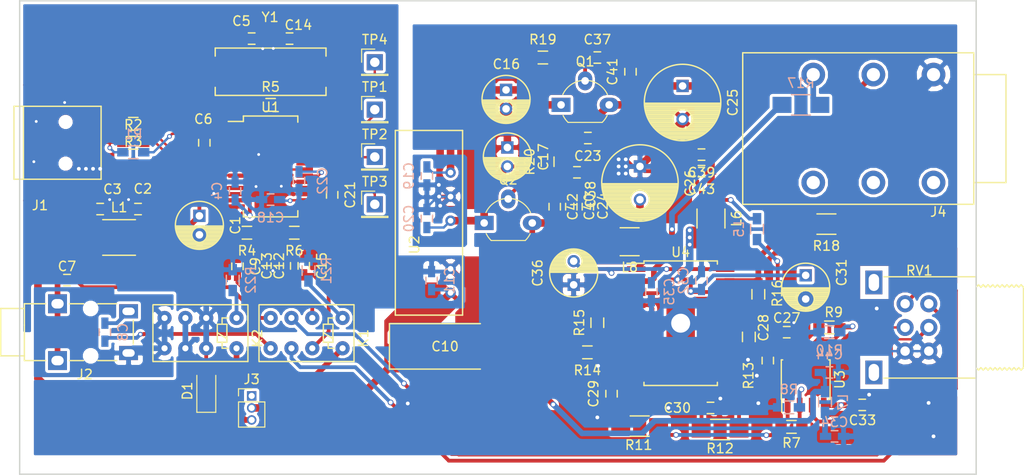
<source format=kicad_pcb>
(kicad_pcb (version 4) (host pcbnew 4.0.6)

  (general
    (links 185)
    (no_connects 0)
    (area 10.724999 13.424999 119.275001 63.575001)
    (thickness 1.6)
    (drawings 5)
    (tracks 798)
    (zones 0)
    (modules 91)
    (nets 68)
  )

  (page A4)
  (layers
    (0 F.Cu signal)
    (31 B.Cu signal)
    (32 B.Adhes user)
    (33 F.Adhes user)
    (34 B.Paste user)
    (35 F.Paste user)
    (36 B.SilkS user)
    (37 F.SilkS user)
    (38 B.Mask user)
    (39 F.Mask user)
    (40 Dwgs.User user)
    (41 Cmts.User user)
    (42 Eco1.User user)
    (43 Eco2.User user)
    (44 Edge.Cuts user)
    (45 Margin user)
    (46 B.CrtYd user)
    (47 F.CrtYd user)
    (48 B.Fab user hide)
    (49 F.Fab user hide)
  )

  (setup
    (last_trace_width 0.4)
    (user_trace_width 0.2)
    (user_trace_width 0.25)
    (user_trace_width 0.6)
    (user_trace_width 0.8)
    (user_trace_width 1.5)
    (trace_clearance 0.2)
    (zone_clearance 0.3)
    (zone_45_only yes)
    (trace_min 0.2)
    (segment_width 0.2)
    (edge_width 0.15)
    (via_size 0.6)
    (via_drill 0.4)
    (via_min_size 0.4)
    (via_min_drill 0.3)
    (user_via 0.5 0.3)
    (user_via 1.3 1)
    (uvia_size 0.3)
    (uvia_drill 0.1)
    (uvias_allowed no)
    (uvia_min_size 0.2)
    (uvia_min_drill 0.1)
    (pcb_text_width 0.3)
    (pcb_text_size 1.5 1.5)
    (mod_edge_width 0.15)
    (mod_text_size 1 1)
    (mod_text_width 0.15)
    (pad_size 1.524 1.524)
    (pad_drill 0.762)
    (pad_to_mask_clearance 0.2)
    (aux_axis_origin 0 0)
    (visible_elements FFFFFFFF)
    (pcbplotparams
      (layerselection 0x00030_80000001)
      (usegerberextensions false)
      (excludeedgelayer true)
      (linewidth 0.100000)
      (plotframeref false)
      (viasonmask false)
      (mode 1)
      (useauxorigin false)
      (hpglpennumber 1)
      (hpglpenspeed 20)
      (hpglpendiameter 15)
      (hpglpenoverlay 2)
      (psnegative false)
      (psa4output false)
      (plotreference true)
      (plotvalue true)
      (plotinvisibletext false)
      (padsonsilk false)
      (subtractmaskfromsilk false)
      (outputformat 1)
      (mirror false)
      (drillshape 1)
      (scaleselection 1)
      (outputdirectory ""))
  )

  (net 0 "")
  (net 1 Earth)
  (net 2 "Net-(C1-Pad1)")
  (net 3 +5V)
  (net 4 "Net-(C4-Pad2)")
  (net 5 "Net-(C5-Pad1)")
  (net 6 +3V3)
  (net 7 "Net-(C7-Pad2)")
  (net 8 "Net-(C7-Pad1)")
  (net 9 "Net-(C8-Pad2)")
  (net 10 "Net-(C8-Pad1)")
  (net 11 /LUSB)
  (net 12 "Net-(C9-Pad1)")
  (net 13 "Net-(C12-Pad1)")
  (net 14 "Net-(C13-Pad2)")
  (net 15 "Net-(C14-Pad1)")
  (net 16 /RUSB)
  (net 17 "Net-(C15-Pad1)")
  (net 18 GNDPWR)
  (net 19 "Net-(C16-Pad1)")
  (net 20 "Net-(C17-Pad2)")
  (net 21 "Net-(C18-Pad2)")
  (net 22 "Net-(C21-Pad1)")
  (net 23 "Net-(C22-Pad2)")
  (net 24 +12V)
  (net 25 -12V)
  (net 26 "Net-(C27-Pad1)")
  (net 27 "Net-(C29-Pad1)")
  (net 28 "Net-(C30-Pad1)")
  (net 29 "Net-(C31-Pad1)")
  (net 30 "Net-(C33-Pad2)")
  (net 31 "Net-(C35-Pad2)")
  (net 32 "Net-(D1-Pad1)")
  (net 33 "Net-(J1-Pad4)")
  (net 34 /D+)
  (net 35 /D-)
  (net 36 GNDA)
  (net 37 "Net-(J3-Pad1)")
  (net 38 "Net-(J4-Pad4)")
  (net 39 "Net-(J4-Pad6)")
  (net 40 "Net-(J4-Pad5)")
  (net 41 "Net-(J4-Pad2)")
  (net 42 "Net-(J4-Pad3)")
  (net 43 "Net-(K1-Pad6)")
  (net 44 "Net-(K1-Pad3)")
  (net 45 "Net-(R2-Pad2)")
  (net 46 "Net-(R3-Pad1)")
  (net 47 "Net-(R7-Pad2)")
  (net 48 "Net-(R11-Pad2)")
  (net 49 "Net-(R10-Pad2)")
  (net 50 "Net-(R12-Pad2)")
  (net 51 "Net-(R13-Pad2)")
  (net 52 "Net-(R14-Pad1)")
  (net 53 "Net-(R15-Pad2)")
  (net 54 "Net-(R16-Pad1)")
  (net 55 "Net-(RV1-Pad12)")
  (net 56 "Net-(RV1-Pad22)")
  (net 57 "Net-(TP1-Pad1)")
  (net 58 "Net-(TP2-Pad1)")
  (net 59 "Net-(TP3-Pad1)")
  (net 60 "Net-(U1-Pad5)")
  (net 61 "Net-(U1-Pad3)")
  (net 62 "Net-(U1-Pad2)")
  (net 63 "Net-(TP4-Pad1)")
  (net 64 "Net-(C37-Pad1)")
  (net 65 "Net-(C38-Pad1)")
  (net 66 "Net-(K1-Pad1)")
  (net 67 "Net-(K2-Pad1)")

  (net_class Default "This is the default net class."
    (clearance 0.2)
    (trace_width 0.4)
    (via_dia 0.6)
    (via_drill 0.4)
    (uvia_dia 0.3)
    (uvia_drill 0.1)
    (add_net +12V)
    (add_net +3V3)
    (add_net +5V)
    (add_net -12V)
    (add_net /D+)
    (add_net /D-)
    (add_net /LUSB)
    (add_net /RUSB)
    (add_net Earth)
    (add_net GNDA)
    (add_net GNDPWR)
    (add_net "Net-(C1-Pad1)")
    (add_net "Net-(C12-Pad1)")
    (add_net "Net-(C13-Pad2)")
    (add_net "Net-(C14-Pad1)")
    (add_net "Net-(C15-Pad1)")
    (add_net "Net-(C16-Pad1)")
    (add_net "Net-(C17-Pad2)")
    (add_net "Net-(C18-Pad2)")
    (add_net "Net-(C21-Pad1)")
    (add_net "Net-(C22-Pad2)")
    (add_net "Net-(C27-Pad1)")
    (add_net "Net-(C29-Pad1)")
    (add_net "Net-(C30-Pad1)")
    (add_net "Net-(C31-Pad1)")
    (add_net "Net-(C33-Pad2)")
    (add_net "Net-(C35-Pad2)")
    (add_net "Net-(C37-Pad1)")
    (add_net "Net-(C38-Pad1)")
    (add_net "Net-(C4-Pad2)")
    (add_net "Net-(C5-Pad1)")
    (add_net "Net-(C7-Pad1)")
    (add_net "Net-(C7-Pad2)")
    (add_net "Net-(C8-Pad1)")
    (add_net "Net-(C8-Pad2)")
    (add_net "Net-(C9-Pad1)")
    (add_net "Net-(D1-Pad1)")
    (add_net "Net-(J1-Pad4)")
    (add_net "Net-(J3-Pad1)")
    (add_net "Net-(J4-Pad2)")
    (add_net "Net-(J4-Pad3)")
    (add_net "Net-(J4-Pad4)")
    (add_net "Net-(J4-Pad5)")
    (add_net "Net-(J4-Pad6)")
    (add_net "Net-(K1-Pad1)")
    (add_net "Net-(K1-Pad3)")
    (add_net "Net-(K1-Pad6)")
    (add_net "Net-(K2-Pad1)")
    (add_net "Net-(R10-Pad2)")
    (add_net "Net-(R11-Pad2)")
    (add_net "Net-(R12-Pad2)")
    (add_net "Net-(R13-Pad2)")
    (add_net "Net-(R14-Pad1)")
    (add_net "Net-(R15-Pad2)")
    (add_net "Net-(R16-Pad1)")
    (add_net "Net-(R2-Pad2)")
    (add_net "Net-(R3-Pad1)")
    (add_net "Net-(R7-Pad2)")
    (add_net "Net-(RV1-Pad12)")
    (add_net "Net-(RV1-Pad22)")
    (add_net "Net-(TP1-Pad1)")
    (add_net "Net-(TP2-Pad1)")
    (add_net "Net-(TP3-Pad1)")
    (add_net "Net-(TP4-Pad1)")
    (add_net "Net-(U1-Pad2)")
    (add_net "Net-(U1-Pad3)")
    (add_net "Net-(U1-Pad5)")
  )

  (module Capacitors_THT:C_Radial_D8_L11.5_P3.5 (layer F.Cu) (tedit 0) (tstamp 5978A803)
    (at 83 22.5 270)
    (descr "Radial Electrolytic Capacitor Diameter 8mm x Length 11.5mm, Pitch 3.5mm")
    (tags "Electrolytic Capacitor")
    (path /593064DB)
    (fp_text reference C25 (at 1.75 -5.3 270) (layer F.SilkS)
      (effects (font (size 1 1) (thickness 0.15)))
    )
    (fp_text value 100u (at 1.75 5.3 270) (layer F.Fab)
      (effects (font (size 1 1) (thickness 0.15)))
    )
    (fp_circle (center 1.75 0) (end 1.75 -4.3) (layer F.CrtYd) (width 0.05))
    (fp_circle (center 1.75 0) (end 1.75 -4.0375) (layer F.SilkS) (width 0.15))
    (fp_circle (center 3.5 0) (end 3.5 -1) (layer F.SilkS) (width 0.15))
    (fp_line (start 5.745 -0.2) (end 5.745 0.2) (layer F.SilkS) (width 0.15))
    (fp_line (start 5.605 -1.067) (end 5.605 1.067) (layer F.SilkS) (width 0.15))
    (fp_line (start 5.465 -1.483) (end 5.465 1.483) (layer F.SilkS) (width 0.15))
    (fp_line (start 5.325 -1.794) (end 5.325 1.794) (layer F.SilkS) (width 0.15))
    (fp_line (start 5.185 -2.05) (end 5.185 2.05) (layer F.SilkS) (width 0.15))
    (fp_line (start 5.045 -2.268) (end 5.045 2.268) (layer F.SilkS) (width 0.15))
    (fp_line (start 4.905 -2.459) (end 4.905 2.459) (layer F.SilkS) (width 0.15))
    (fp_line (start 4.765 -2.629) (end 4.765 2.629) (layer F.SilkS) (width 0.15))
    (fp_line (start 4.625 -2.781) (end 4.625 2.781) (layer F.SilkS) (width 0.15))
    (fp_line (start 4.485 0.173) (end 4.485 2.919) (layer F.SilkS) (width 0.15))
    (fp_line (start 4.485 -2.919) (end 4.485 -0.173) (layer F.SilkS) (width 0.15))
    (fp_line (start 4.345 0.535) (end 4.345 3.044) (layer F.SilkS) (width 0.15))
    (fp_line (start 4.345 -3.044) (end 4.345 -0.535) (layer F.SilkS) (width 0.15))
    (fp_line (start 4.205 0.709) (end 4.205 3.158) (layer F.SilkS) (width 0.15))
    (fp_line (start 4.205 -3.158) (end 4.205 -0.709) (layer F.SilkS) (width 0.15))
    (fp_line (start 4.065 0.825) (end 4.065 3.262) (layer F.SilkS) (width 0.15))
    (fp_line (start 4.065 -3.262) (end 4.065 -0.825) (layer F.SilkS) (width 0.15))
    (fp_line (start 3.925 0.905) (end 3.925 3.357) (layer F.SilkS) (width 0.15))
    (fp_line (start 3.925 -3.357) (end 3.925 -0.905) (layer F.SilkS) (width 0.15))
    (fp_line (start 3.785 0.959) (end 3.785 3.444) (layer F.SilkS) (width 0.15))
    (fp_line (start 3.785 -3.444) (end 3.785 -0.959) (layer F.SilkS) (width 0.15))
    (fp_line (start 3.645 0.989) (end 3.645 3.523) (layer F.SilkS) (width 0.15))
    (fp_line (start 3.645 -3.523) (end 3.645 -0.989) (layer F.SilkS) (width 0.15))
    (fp_line (start 3.505 1) (end 3.505 3.594) (layer F.SilkS) (width 0.15))
    (fp_line (start 3.505 -3.594) (end 3.505 -1) (layer F.SilkS) (width 0.15))
    (fp_line (start 3.365 0.991) (end 3.365 3.659) (layer F.SilkS) (width 0.15))
    (fp_line (start 3.365 -3.659) (end 3.365 -0.991) (layer F.SilkS) (width 0.15))
    (fp_line (start 3.225 0.961) (end 3.225 3.718) (layer F.SilkS) (width 0.15))
    (fp_line (start 3.225 -3.718) (end 3.225 -0.961) (layer F.SilkS) (width 0.15))
    (fp_line (start 3.085 0.91) (end 3.085 3.771) (layer F.SilkS) (width 0.15))
    (fp_line (start 3.085 -3.771) (end 3.085 -0.91) (layer F.SilkS) (width 0.15))
    (fp_line (start 2.945 0.832) (end 2.945 3.817) (layer F.SilkS) (width 0.15))
    (fp_line (start 2.945 -3.817) (end 2.945 -0.832) (layer F.SilkS) (width 0.15))
    (fp_line (start 2.805 0.719) (end 2.805 3.858) (layer F.SilkS) (width 0.15))
    (fp_line (start 2.805 -3.858) (end 2.805 -0.719) (layer F.SilkS) (width 0.15))
    (fp_line (start 2.665 0.55) (end 2.665 3.894) (layer F.SilkS) (width 0.15))
    (fp_line (start 2.665 -3.894) (end 2.665 -0.55) (layer F.SilkS) (width 0.15))
    (fp_line (start 2.525 0.222) (end 2.525 3.924) (layer F.SilkS) (width 0.15))
    (fp_line (start 2.525 -3.924) (end 2.525 -0.222) (layer F.SilkS) (width 0.15))
    (fp_line (start 2.385 -3.949) (end 2.385 3.949) (layer F.SilkS) (width 0.15))
    (fp_line (start 2.245 -3.969) (end 2.245 3.969) (layer F.SilkS) (width 0.15))
    (fp_line (start 2.105 -3.984) (end 2.105 3.984) (layer F.SilkS) (width 0.15))
    (fp_line (start 1.965 -3.994) (end 1.965 3.994) (layer F.SilkS) (width 0.15))
    (fp_line (start 1.825 -3.999) (end 1.825 3.999) (layer F.SilkS) (width 0.15))
    (pad 1 thru_hole rect (at 0 0 270) (size 1.3 1.3) (drill 0.8) (layers *.Cu *.Mask)
      (net 24 +12V))
    (pad 2 thru_hole circle (at 3.5 0 270) (size 1.3 1.3) (drill 0.8) (layers *.Cu *.Mask)
      (net 18 GNDPWR))
    (model Capacitors_ThroughHole.3dshapes/C_Radial_D8_L11.5_P3.5.wrl
      (at (xyz 0 0 0))
      (scale (xyz 1 1 1))
      (rotate (xyz 0 0 0))
    )
  )

  (module Connectors:USB_Mini-B (layer F.Cu) (tedit 5543E571) (tstamp 5978A85A)
    (at 17 28.5)
    (descr "USB Mini-B 5-pin SMD connector")
    (tags "USB USB_B USB_Mini connector")
    (path /5976A1B4)
    (attr smd)
    (fp_text reference J1 (at -1.85 6.61) (layer F.SilkS)
      (effects (font (size 1 1) (thickness 0.15)))
    )
    (fp_text value USB_OTG (at 0 -7.0993) (layer F.Fab)
      (effects (font (size 1 1) (thickness 0.15)))
    )
    (fp_line (start 4.59994 -3.85064) (end -4.59994 -3.85064) (layer F.SilkS) (width 0.15))
    (fp_line (start 4.59994 3.85064) (end 4.59994 -3.85064) (layer F.SilkS) (width 0.15))
    (fp_line (start -4.59994 3.85064) (end 4.59994 3.85064) (layer F.SilkS) (width 0.15))
    (fp_line (start -4.59994 -3.85064) (end -4.59994 3.85064) (layer F.SilkS) (width 0.15))
    (fp_line (start -3.59918 -3.85064) (end -3.59918 3.85064) (layer F.SilkS) (width 0.15))
    (fp_line (start -4.85 5.7) (end -4.85 -5.7) (layer F.CrtYd) (width 0.05))
    (fp_line (start 4.85 5.7) (end -4.85 5.7) (layer F.CrtYd) (width 0.05))
    (fp_line (start 4.85 -5.7) (end 4.85 5.7) (layer F.CrtYd) (width 0.05))
    (fp_line (start -4.85 -5.7) (end 4.85 -5.7) (layer F.CrtYd) (width 0.05))
    (pad "" np_thru_hole circle (at 0.8509 2.19964) (size 0.89916 0.89916) (drill 0.89916) (layers *.Cu *.Mask))
    (pad "" np_thru_hole circle (at 0.8509 -2.19964) (size 0.89916 0.89916) (drill 0.89916) (layers *.Cu *.Mask))
    (pad 6 smd rect (at -2.14884 4.45008) (size 2.49936 1.99898) (layers F.Cu F.Paste F.Mask)
      (net 1 Earth))
    (pad 6 smd rect (at 3.35026 4.45008) (size 2.49936 1.99898) (layers F.Cu F.Paste F.Mask)
      (net 1 Earth))
    (pad 6 smd rect (at -2.14884 -4.45008) (size 2.49936 1.99898) (layers F.Cu F.Paste F.Mask)
      (net 1 Earth))
    (pad 6 smd rect (at 3.35026 -4.45008) (size 2.49936 1.99898) (layers F.Cu F.Paste F.Mask)
      (net 1 Earth))
    (pad 5 smd rect (at 3.44932 1.6002) (size 2.30124 0.50038) (layers F.Cu F.Paste F.Mask)
      (net 1 Earth))
    (pad 4 smd rect (at 3.44932 0.8001) (size 2.30124 0.50038) (layers F.Cu F.Paste F.Mask)
      (net 33 "Net-(J1-Pad4)"))
    (pad 3 smd rect (at 3.44932 0) (size 2.30124 0.50038) (layers F.Cu F.Paste F.Mask)
      (net 34 /D+))
    (pad 2 smd rect (at 3.44932 -0.8001) (size 2.30124 0.50038) (layers F.Cu F.Paste F.Mask)
      (net 35 /D-))
    (pad 1 smd rect (at 3.44932 -1.6002) (size 2.30124 0.50038) (layers F.Cu F.Paste F.Mask)
      (net 3 +5V))
  )

  (module Capacitors_THT:C_Radial_D5_L11_P2 (layer F.Cu) (tedit 0) (tstamp 5978A773)
    (at 31.98 36.22 270)
    (descr "Radial Electrolytic Capacitor 5mm x Length 11mm, Pitch 2mm")
    (tags "Electrolytic Capacitor")
    (path /5934B839)
    (fp_text reference C1 (at 1 -3.8 270) (layer F.SilkS)
      (effects (font (size 1 1) (thickness 0.15)))
    )
    (fp_text value 10u (at 1 3.8 270) (layer F.Fab)
      (effects (font (size 1 1) (thickness 0.15)))
    )
    (fp_circle (center 1 0) (end 1 -2.8) (layer F.CrtYd) (width 0.05))
    (fp_circle (center 1 0) (end 1 -2.5375) (layer F.SilkS) (width 0.15))
    (fp_circle (center 2 0) (end 2 -0.8) (layer F.SilkS) (width 0.15))
    (fp_line (start 3.455 -0.472) (end 3.455 0.472) (layer F.SilkS) (width 0.15))
    (fp_line (start 3.315 -0.944) (end 3.315 0.944) (layer F.SilkS) (width 0.15))
    (fp_line (start 3.175 -1.233) (end 3.175 1.233) (layer F.SilkS) (width 0.15))
    (fp_line (start 3.035 -1.452) (end 3.035 1.452) (layer F.SilkS) (width 0.15))
    (fp_line (start 2.895 -1.631) (end 2.895 1.631) (layer F.SilkS) (width 0.15))
    (fp_line (start 2.755 0.265) (end 2.755 1.78) (layer F.SilkS) (width 0.15))
    (fp_line (start 2.755 -1.78) (end 2.755 -0.265) (layer F.SilkS) (width 0.15))
    (fp_line (start 2.615 0.512) (end 2.615 1.908) (layer F.SilkS) (width 0.15))
    (fp_line (start 2.615 -1.908) (end 2.615 -0.512) (layer F.SilkS) (width 0.15))
    (fp_line (start 2.475 0.644) (end 2.475 2.019) (layer F.SilkS) (width 0.15))
    (fp_line (start 2.475 -2.019) (end 2.475 -0.644) (layer F.SilkS) (width 0.15))
    (fp_line (start 2.335 0.726) (end 2.335 2.114) (layer F.SilkS) (width 0.15))
    (fp_line (start 2.335 -2.114) (end 2.335 -0.726) (layer F.SilkS) (width 0.15))
    (fp_line (start 2.195 0.776) (end 2.195 2.196) (layer F.SilkS) (width 0.15))
    (fp_line (start 2.195 -2.196) (end 2.195 -0.776) (layer F.SilkS) (width 0.15))
    (fp_line (start 2.055 0.798) (end 2.055 2.266) (layer F.SilkS) (width 0.15))
    (fp_line (start 2.055 -2.266) (end 2.055 -0.798) (layer F.SilkS) (width 0.15))
    (fp_line (start 1.915 0.795) (end 1.915 2.327) (layer F.SilkS) (width 0.15))
    (fp_line (start 1.915 -2.327) (end 1.915 -0.795) (layer F.SilkS) (width 0.15))
    (fp_line (start 1.775 0.768) (end 1.775 2.377) (layer F.SilkS) (width 0.15))
    (fp_line (start 1.775 -2.377) (end 1.775 -0.768) (layer F.SilkS) (width 0.15))
    (fp_line (start 1.635 0.712) (end 1.635 2.418) (layer F.SilkS) (width 0.15))
    (fp_line (start 1.635 -2.418) (end 1.635 -0.712) (layer F.SilkS) (width 0.15))
    (fp_line (start 1.495 0.62) (end 1.495 2.451) (layer F.SilkS) (width 0.15))
    (fp_line (start 1.495 -2.451) (end 1.495 -0.62) (layer F.SilkS) (width 0.15))
    (fp_line (start 1.355 0.473) (end 1.355 2.475) (layer F.SilkS) (width 0.15))
    (fp_line (start 1.355 -2.475) (end 1.355 -0.473) (layer F.SilkS) (width 0.15))
    (fp_line (start 1.215 0.154) (end 1.215 2.491) (layer F.SilkS) (width 0.15))
    (fp_line (start 1.215 -2.491) (end 1.215 -0.154) (layer F.SilkS) (width 0.15))
    (fp_line (start 1.075 -2.499) (end 1.075 2.499) (layer F.SilkS) (width 0.15))
    (pad 2 thru_hole circle (at 2 0 270) (size 1.3 1.3) (drill 0.8) (layers *.Cu *.Mask)
      (net 1 Earth))
    (pad 1 thru_hole rect (at 0 0 270) (size 1.3 1.3) (drill 0.8) (layers *.Cu *.Mask)
      (net 2 "Net-(C1-Pad1)"))
    (model Capacitors_ThroughHole.3dshapes/C_Radial_D5_L11_P2.wrl
      (at (xyz 0 0 0))
      (scale (xyz 1 1 1))
      (rotate (xyz 0 0 0))
    )
  )

  (module Capacitors_SMD:C_0603_HandSoldering (layer F.Cu) (tedit 541A9B4D) (tstamp 5978A779)
    (at 25.5 35.5)
    (descr "Capacitor SMD 0603, hand soldering")
    (tags "capacitor 0603")
    (path /5934BF3E)
    (attr smd)
    (fp_text reference C2 (at 0.51 -2.14) (layer F.SilkS)
      (effects (font (size 1 1) (thickness 0.15)))
    )
    (fp_text value 100n (at 0 1.9) (layer F.Fab)
      (effects (font (size 1 1) (thickness 0.15)))
    )
    (fp_line (start 0.35 0.6) (end -0.35 0.6) (layer F.SilkS) (width 0.15))
    (fp_line (start -0.35 -0.6) (end 0.35 -0.6) (layer F.SilkS) (width 0.15))
    (fp_line (start 1.85 -0.75) (end 1.85 0.75) (layer F.CrtYd) (width 0.05))
    (fp_line (start -1.85 -0.75) (end -1.85 0.75) (layer F.CrtYd) (width 0.05))
    (fp_line (start -1.85 0.75) (end 1.85 0.75) (layer F.CrtYd) (width 0.05))
    (fp_line (start -1.85 -0.75) (end 1.85 -0.75) (layer F.CrtYd) (width 0.05))
    (fp_line (start -0.8 -0.4) (end 0.8 -0.4) (layer F.Fab) (width 0.15))
    (fp_line (start 0.8 -0.4) (end 0.8 0.4) (layer F.Fab) (width 0.15))
    (fp_line (start 0.8 0.4) (end -0.8 0.4) (layer F.Fab) (width 0.15))
    (fp_line (start -0.8 0.4) (end -0.8 -0.4) (layer F.Fab) (width 0.15))
    (pad 2 smd rect (at 0.95 0) (size 1.2 0.75) (layers F.Cu F.Paste F.Mask)
      (net 2 "Net-(C1-Pad1)"))
    (pad 1 smd rect (at -0.95 0) (size 1.2 0.75) (layers F.Cu F.Paste F.Mask)
      (net 1 Earth))
    (model Capacitors_SMD.3dshapes/C_0603_HandSoldering.wrl
      (at (xyz 0 0 0))
      (scale (xyz 1 1 1))
      (rotate (xyz 0 0 0))
    )
  )

  (module Capacitors_SMD:C_0603_HandSoldering (layer F.Cu) (tedit 541A9B4D) (tstamp 5978A77F)
    (at 21.5 35.5)
    (descr "Capacitor SMD 0603, hand soldering")
    (tags "capacitor 0603")
    (path /59305590)
    (attr smd)
    (fp_text reference C3 (at 1.3 -2.1) (layer F.SilkS)
      (effects (font (size 1 1) (thickness 0.15)))
    )
    (fp_text value 200n (at 0 1.9) (layer F.Fab)
      (effects (font (size 1 1) (thickness 0.15)))
    )
    (fp_line (start 0.35 0.6) (end -0.35 0.6) (layer F.SilkS) (width 0.15))
    (fp_line (start -0.35 -0.6) (end 0.35 -0.6) (layer F.SilkS) (width 0.15))
    (fp_line (start 1.85 -0.75) (end 1.85 0.75) (layer F.CrtYd) (width 0.05))
    (fp_line (start -1.85 -0.75) (end -1.85 0.75) (layer F.CrtYd) (width 0.05))
    (fp_line (start -1.85 0.75) (end 1.85 0.75) (layer F.CrtYd) (width 0.05))
    (fp_line (start -1.85 -0.75) (end 1.85 -0.75) (layer F.CrtYd) (width 0.05))
    (fp_line (start -0.8 -0.4) (end 0.8 -0.4) (layer F.Fab) (width 0.15))
    (fp_line (start 0.8 -0.4) (end 0.8 0.4) (layer F.Fab) (width 0.15))
    (fp_line (start 0.8 0.4) (end -0.8 0.4) (layer F.Fab) (width 0.15))
    (fp_line (start -0.8 0.4) (end -0.8 -0.4) (layer F.Fab) (width 0.15))
    (pad 2 smd rect (at 0.95 0) (size 1.2 0.75) (layers F.Cu F.Paste F.Mask)
      (net 1 Earth))
    (pad 1 smd rect (at -0.95 0) (size 1.2 0.75) (layers F.Cu F.Paste F.Mask)
      (net 3 +5V))
    (model Capacitors_SMD.3dshapes/C_0603_HandSoldering.wrl
      (at (xyz 0 0 0))
      (scale (xyz 1 1 1))
      (rotate (xyz 0 0 0))
    )
  )

  (module Capacitors_SMD:C_0603_HandSoldering (layer B.Cu) (tedit 541A9B4D) (tstamp 5978A785)
    (at 35.75 33.59 270)
    (descr "Capacitor SMD 0603, hand soldering")
    (tags "capacitor 0603")
    (path /5934A4BD)
    (attr smd)
    (fp_text reference C4 (at 0 1.9 270) (layer B.SilkS)
      (effects (font (size 1 1) (thickness 0.15)) (justify mirror))
    )
    (fp_text value 1u (at 0 -1.9 270) (layer B.Fab)
      (effects (font (size 1 1) (thickness 0.15)) (justify mirror))
    )
    (fp_line (start 0.35 -0.6) (end -0.35 -0.6) (layer B.SilkS) (width 0.15))
    (fp_line (start -0.35 0.6) (end 0.35 0.6) (layer B.SilkS) (width 0.15))
    (fp_line (start 1.85 0.75) (end 1.85 -0.75) (layer B.CrtYd) (width 0.05))
    (fp_line (start -1.85 0.75) (end -1.85 -0.75) (layer B.CrtYd) (width 0.05))
    (fp_line (start -1.85 -0.75) (end 1.85 -0.75) (layer B.CrtYd) (width 0.05))
    (fp_line (start -1.85 0.75) (end 1.85 0.75) (layer B.CrtYd) (width 0.05))
    (fp_line (start -0.8 0.4) (end 0.8 0.4) (layer B.Fab) (width 0.15))
    (fp_line (start 0.8 0.4) (end 0.8 -0.4) (layer B.Fab) (width 0.15))
    (fp_line (start 0.8 -0.4) (end -0.8 -0.4) (layer B.Fab) (width 0.15))
    (fp_line (start -0.8 -0.4) (end -0.8 0.4) (layer B.Fab) (width 0.15))
    (pad 2 smd rect (at 0.95 0 270) (size 1.2 0.75) (layers B.Cu B.Paste B.Mask)
      (net 4 "Net-(C4-Pad2)"))
    (pad 1 smd rect (at -0.95 0 270) (size 1.2 0.75) (layers B.Cu B.Paste B.Mask)
      (net 1 Earth))
    (model Capacitors_SMD.3dshapes/C_0603_HandSoldering.wrl
      (at (xyz 0 0 0))
      (scale (xyz 1 1 1))
      (rotate (xyz 0 0 0))
    )
  )

  (module Capacitors_SMD:C_0603_HandSoldering (layer F.Cu) (tedit 541A9B4D) (tstamp 5978A78B)
    (at 37.5 17.5)
    (descr "Capacitor SMD 0603, hand soldering")
    (tags "capacitor 0603")
    (path /59348C90)
    (attr smd)
    (fp_text reference C5 (at -1.08 -1.85) (layer F.SilkS)
      (effects (font (size 1 1) (thickness 0.15)))
    )
    (fp_text value 27p (at 0 1.9) (layer F.Fab)
      (effects (font (size 1 1) (thickness 0.15)))
    )
    (fp_line (start 0.35 0.6) (end -0.35 0.6) (layer F.SilkS) (width 0.15))
    (fp_line (start -0.35 -0.6) (end 0.35 -0.6) (layer F.SilkS) (width 0.15))
    (fp_line (start 1.85 -0.75) (end 1.85 0.75) (layer F.CrtYd) (width 0.05))
    (fp_line (start -1.85 -0.75) (end -1.85 0.75) (layer F.CrtYd) (width 0.05))
    (fp_line (start -1.85 0.75) (end 1.85 0.75) (layer F.CrtYd) (width 0.05))
    (fp_line (start -1.85 -0.75) (end 1.85 -0.75) (layer F.CrtYd) (width 0.05))
    (fp_line (start -0.8 -0.4) (end 0.8 -0.4) (layer F.Fab) (width 0.15))
    (fp_line (start 0.8 -0.4) (end 0.8 0.4) (layer F.Fab) (width 0.15))
    (fp_line (start 0.8 0.4) (end -0.8 0.4) (layer F.Fab) (width 0.15))
    (fp_line (start -0.8 0.4) (end -0.8 -0.4) (layer F.Fab) (width 0.15))
    (pad 2 smd rect (at 0.95 0) (size 1.2 0.75) (layers F.Cu F.Paste F.Mask)
      (net 1 Earth))
    (pad 1 smd rect (at -0.95 0) (size 1.2 0.75) (layers F.Cu F.Paste F.Mask)
      (net 5 "Net-(C5-Pad1)"))
    (model Capacitors_SMD.3dshapes/C_0603_HandSoldering.wrl
      (at (xyz 0 0 0))
      (scale (xyz 1 1 1))
      (rotate (xyz 0 0 0))
    )
  )

  (module Capacitors_SMD:C_0603_HandSoldering (layer F.Cu) (tedit 541A9B4D) (tstamp 5978A791)
    (at 32.5 28.5 90)
    (descr "Capacitor SMD 0603, hand soldering")
    (tags "capacitor 0603")
    (path /5934D473)
    (attr smd)
    (fp_text reference C6 (at 2.5 -0.1 180) (layer F.SilkS)
      (effects (font (size 1 1) (thickness 0.15)))
    )
    (fp_text value 200n (at 0 1.9 90) (layer F.Fab)
      (effects (font (size 1 1) (thickness 0.15)))
    )
    (fp_line (start 0.35 0.6) (end -0.35 0.6) (layer F.SilkS) (width 0.15))
    (fp_line (start -0.35 -0.6) (end 0.35 -0.6) (layer F.SilkS) (width 0.15))
    (fp_line (start 1.85 -0.75) (end 1.85 0.75) (layer F.CrtYd) (width 0.05))
    (fp_line (start -1.85 -0.75) (end -1.85 0.75) (layer F.CrtYd) (width 0.05))
    (fp_line (start -1.85 0.75) (end 1.85 0.75) (layer F.CrtYd) (width 0.05))
    (fp_line (start -1.85 -0.75) (end 1.85 -0.75) (layer F.CrtYd) (width 0.05))
    (fp_line (start -0.8 -0.4) (end 0.8 -0.4) (layer F.Fab) (width 0.15))
    (fp_line (start 0.8 -0.4) (end 0.8 0.4) (layer F.Fab) (width 0.15))
    (fp_line (start 0.8 0.4) (end -0.8 0.4) (layer F.Fab) (width 0.15))
    (fp_line (start -0.8 0.4) (end -0.8 -0.4) (layer F.Fab) (width 0.15))
    (pad 2 smd rect (at 0.95 0 90) (size 1.2 0.75) (layers F.Cu F.Paste F.Mask)
      (net 6 +3V3))
    (pad 1 smd rect (at -0.95 0 90) (size 1.2 0.75) (layers F.Cu F.Paste F.Mask)
      (net 1 Earth))
    (model Capacitors_SMD.3dshapes/C_0603_HandSoldering.wrl
      (at (xyz 0 0 0))
      (scale (xyz 1 1 1))
      (rotate (xyz 0 0 0))
    )
  )

  (module Capacitors_SMD:C_0603_HandSoldering (layer F.Cu) (tedit 541A9B4D) (tstamp 5978A797)
    (at 18 43 180)
    (descr "Capacitor SMD 0603, hand soldering")
    (tags "capacitor 0603")
    (path /5935AC3B)
    (attr smd)
    (fp_text reference C7 (at 0 1.45 180) (layer F.SilkS)
      (effects (font (size 1 1) (thickness 0.15)))
    )
    (fp_text value 1u (at 0 1.9 180) (layer F.Fab)
      (effects (font (size 1 1) (thickness 0.15)))
    )
    (fp_line (start 0.35 0.6) (end -0.35 0.6) (layer F.SilkS) (width 0.15))
    (fp_line (start -0.35 -0.6) (end 0.35 -0.6) (layer F.SilkS) (width 0.15))
    (fp_line (start 1.85 -0.75) (end 1.85 0.75) (layer F.CrtYd) (width 0.05))
    (fp_line (start -1.85 -0.75) (end -1.85 0.75) (layer F.CrtYd) (width 0.05))
    (fp_line (start -1.85 0.75) (end 1.85 0.75) (layer F.CrtYd) (width 0.05))
    (fp_line (start -1.85 -0.75) (end 1.85 -0.75) (layer F.CrtYd) (width 0.05))
    (fp_line (start -0.8 -0.4) (end 0.8 -0.4) (layer F.Fab) (width 0.15))
    (fp_line (start 0.8 -0.4) (end 0.8 0.4) (layer F.Fab) (width 0.15))
    (fp_line (start 0.8 0.4) (end -0.8 0.4) (layer F.Fab) (width 0.15))
    (fp_line (start -0.8 0.4) (end -0.8 -0.4) (layer F.Fab) (width 0.15))
    (pad 2 smd rect (at 0.95 0 180) (size 1.2 0.75) (layers F.Cu F.Paste F.Mask)
      (net 7 "Net-(C7-Pad2)"))
    (pad 1 smd rect (at -0.95 0 180) (size 1.2 0.75) (layers F.Cu F.Paste F.Mask)
      (net 8 "Net-(C7-Pad1)"))
    (model Capacitors_SMD.3dshapes/C_0603_HandSoldering.wrl
      (at (xyz 0 0 0))
      (scale (xyz 1 1 1))
      (rotate (xyz 0 0 0))
    )
  )

  (module Capacitors_SMD:C_0603_HandSoldering (layer B.Cu) (tedit 541A9B4D) (tstamp 5978A79D)
    (at 22 48.5 90)
    (descr "Capacitor SMD 0603, hand soldering")
    (tags "capacitor 0603")
    (path /5935A9B7)
    (attr smd)
    (fp_text reference C8 (at 0 1.9 90) (layer B.SilkS)
      (effects (font (size 1 1) (thickness 0.15)) (justify mirror))
    )
    (fp_text value 1u (at 0 -1.9 90) (layer B.Fab)
      (effects (font (size 1 1) (thickness 0.15)) (justify mirror))
    )
    (fp_line (start 0.35 -0.6) (end -0.35 -0.6) (layer B.SilkS) (width 0.15))
    (fp_line (start -0.35 0.6) (end 0.35 0.6) (layer B.SilkS) (width 0.15))
    (fp_line (start 1.85 0.75) (end 1.85 -0.75) (layer B.CrtYd) (width 0.05))
    (fp_line (start -1.85 0.75) (end -1.85 -0.75) (layer B.CrtYd) (width 0.05))
    (fp_line (start -1.85 -0.75) (end 1.85 -0.75) (layer B.CrtYd) (width 0.05))
    (fp_line (start -1.85 0.75) (end 1.85 0.75) (layer B.CrtYd) (width 0.05))
    (fp_line (start -0.8 0.4) (end 0.8 0.4) (layer B.Fab) (width 0.15))
    (fp_line (start 0.8 0.4) (end 0.8 -0.4) (layer B.Fab) (width 0.15))
    (fp_line (start 0.8 -0.4) (end -0.8 -0.4) (layer B.Fab) (width 0.15))
    (fp_line (start -0.8 -0.4) (end -0.8 0.4) (layer B.Fab) (width 0.15))
    (pad 2 smd rect (at 0.95 0 90) (size 1.2 0.75) (layers B.Cu B.Paste B.Mask)
      (net 9 "Net-(C8-Pad2)"))
    (pad 1 smd rect (at -0.95 0 90) (size 1.2 0.75) (layers B.Cu B.Paste B.Mask)
      (net 10 "Net-(C8-Pad1)"))
    (model Capacitors_SMD.3dshapes/C_0603_HandSoldering.wrl
      (at (xyz 0 0 0))
      (scale (xyz 1 1 1))
      (rotate (xyz 0 0 0))
    )
  )

  (module Capacitors_SMD:C_0603_HandSoldering (layer F.Cu) (tedit 541A9B4D) (tstamp 5978A7A3)
    (at 36 41.55 270)
    (descr "Capacitor SMD 0603, hand soldering")
    (tags "capacitor 0603")
    (path /593501B5)
    (attr smd)
    (fp_text reference C9 (at 0 -1.9 270) (layer F.SilkS)
      (effects (font (size 1 1) (thickness 0.15)))
    )
    (fp_text value 1u (at 0 1.9 270) (layer F.Fab)
      (effects (font (size 1 1) (thickness 0.15)))
    )
    (fp_line (start 0.35 0.6) (end -0.35 0.6) (layer F.SilkS) (width 0.15))
    (fp_line (start -0.35 -0.6) (end 0.35 -0.6) (layer F.SilkS) (width 0.15))
    (fp_line (start 1.85 -0.75) (end 1.85 0.75) (layer F.CrtYd) (width 0.05))
    (fp_line (start -1.85 -0.75) (end -1.85 0.75) (layer F.CrtYd) (width 0.05))
    (fp_line (start -1.85 0.75) (end 1.85 0.75) (layer F.CrtYd) (width 0.05))
    (fp_line (start -1.85 -0.75) (end 1.85 -0.75) (layer F.CrtYd) (width 0.05))
    (fp_line (start -0.8 -0.4) (end 0.8 -0.4) (layer F.Fab) (width 0.15))
    (fp_line (start 0.8 -0.4) (end 0.8 0.4) (layer F.Fab) (width 0.15))
    (fp_line (start 0.8 0.4) (end -0.8 0.4) (layer F.Fab) (width 0.15))
    (fp_line (start -0.8 0.4) (end -0.8 -0.4) (layer F.Fab) (width 0.15))
    (pad 2 smd rect (at 0.95 0 270) (size 1.2 0.75) (layers F.Cu F.Paste F.Mask)
      (net 11 /LUSB))
    (pad 1 smd rect (at -0.95 0 270) (size 1.2 0.75) (layers F.Cu F.Paste F.Mask)
      (net 12 "Net-(C9-Pad1)"))
    (model Capacitors_SMD.3dshapes/C_0603_HandSoldering.wrl
      (at (xyz 0 0 0))
      (scale (xyz 1 1 1))
      (rotate (xyz 0 0 0))
    )
  )

  (module Capacitors_Tantalum_SMD:Tantalum_Case-D_EIA-7343-31_Hand (layer F.Cu) (tedit 57B6E980) (tstamp 5978A7A9)
    (at 58 50)
    (descr "Tantalum capacitor, Case D, EIA 7343-31, 7.3x4.3x2.8mm, Hand soldering footprint")
    (tags "capacitor tantalum smd")
    (path /593055F7)
    (attr smd)
    (fp_text reference C10 (at -0.08 0.01) (layer F.SilkS)
      (effects (font (size 1 1) (thickness 0.15)))
    )
    (fp_text value 100u (at 0 3.9) (layer F.Fab)
      (effects (font (size 1 1) (thickness 0.15)))
    )
    (fp_line (start -5.95 -2.4) (end -5.95 2.4) (layer F.SilkS) (width 0.15))
    (fp_line (start -5.95 2.4) (end 3.65 2.4) (layer F.SilkS) (width 0.15))
    (fp_line (start -5.95 -2.4) (end 3.65 -2.4) (layer F.SilkS) (width 0.15))
    (fp_line (start -2.555 -2.15) (end -2.555 2.15) (layer F.Fab) (width 0.15))
    (fp_line (start -2.92 -2.15) (end -2.92 2.15) (layer F.Fab) (width 0.15))
    (fp_line (start 3.65 -2.15) (end -3.65 -2.15) (layer F.Fab) (width 0.15))
    (fp_line (start 3.65 2.15) (end 3.65 -2.15) (layer F.Fab) (width 0.15))
    (fp_line (start -3.65 2.15) (end 3.65 2.15) (layer F.Fab) (width 0.15))
    (fp_line (start -3.65 -2.15) (end -3.65 2.15) (layer F.Fab) (width 0.15))
    (fp_line (start 6.05 -2.5) (end -6.05 -2.5) (layer F.CrtYd) (width 0.05))
    (fp_line (start 6.05 2.5) (end 6.05 -2.5) (layer F.CrtYd) (width 0.05))
    (fp_line (start -6.05 2.5) (end 6.05 2.5) (layer F.CrtYd) (width 0.05))
    (fp_line (start -6.05 -2.5) (end -6.05 2.5) (layer F.CrtYd) (width 0.05))
    (pad 2 smd rect (at 3.775 0) (size 3.75 2.7) (layers F.Cu F.Paste F.Mask)
      (net 1 Earth))
    (pad 1 smd rect (at -3.775 0) (size 3.75 2.7) (layers F.Cu F.Paste F.Mask)
      (net 3 +5V))
    (model Capacitors_Tantalum_SMD.3dshapes/Tantalum_Case-D_EIA-7343-31.wrl
      (at (xyz 0 0 0))
      (scale (xyz 1 1 1))
      (rotate (xyz 0 0 0))
    )
  )

  (module Capacitors_SMD:C_0603_HandSoldering (layer B.Cu) (tedit 541A9B4D) (tstamp 5978A7AF)
    (at 56.5 43.05 90)
    (descr "Capacitor SMD 0603, hand soldering")
    (tags "capacitor 0603")
    (path /5930565F)
    (attr smd)
    (fp_text reference C11 (at 0 1.9 90) (layer B.SilkS)
      (effects (font (size 1 1) (thickness 0.15)) (justify mirror))
    )
    (fp_text value 100n (at 0 -1.9 90) (layer B.Fab)
      (effects (font (size 1 1) (thickness 0.15)) (justify mirror))
    )
    (fp_line (start 0.35 -0.6) (end -0.35 -0.6) (layer B.SilkS) (width 0.15))
    (fp_line (start -0.35 0.6) (end 0.35 0.6) (layer B.SilkS) (width 0.15))
    (fp_line (start 1.85 0.75) (end 1.85 -0.75) (layer B.CrtYd) (width 0.05))
    (fp_line (start -1.85 0.75) (end -1.85 -0.75) (layer B.CrtYd) (width 0.05))
    (fp_line (start -1.85 -0.75) (end 1.85 -0.75) (layer B.CrtYd) (width 0.05))
    (fp_line (start -1.85 0.75) (end 1.85 0.75) (layer B.CrtYd) (width 0.05))
    (fp_line (start -0.8 0.4) (end 0.8 0.4) (layer B.Fab) (width 0.15))
    (fp_line (start 0.8 0.4) (end 0.8 -0.4) (layer B.Fab) (width 0.15))
    (fp_line (start 0.8 -0.4) (end -0.8 -0.4) (layer B.Fab) (width 0.15))
    (fp_line (start -0.8 -0.4) (end -0.8 0.4) (layer B.Fab) (width 0.15))
    (pad 2 smd rect (at 0.95 0 90) (size 1.2 0.75) (layers B.Cu B.Paste B.Mask)
      (net 1 Earth))
    (pad 1 smd rect (at -0.95 0 90) (size 1.2 0.75) (layers B.Cu B.Paste B.Mask)
      (net 3 +5V))
    (model Capacitors_SMD.3dshapes/C_0603_HandSoldering.wrl
      (at (xyz 0 0 0))
      (scale (xyz 1 1 1))
      (rotate (xyz 0 0 0))
    )
  )

  (module Capacitors_SMD:C_0603_HandSoldering (layer F.Cu) (tedit 541A9B4D) (tstamp 5978A7B5)
    (at 38.5 41.5 270)
    (descr "Capacitor SMD 0603, hand soldering")
    (tags "capacitor 0603")
    (path /5934FA03)
    (attr smd)
    (fp_text reference C12 (at 0 -1.9 270) (layer F.SilkS)
      (effects (font (size 1 1) (thickness 0.15)))
    )
    (fp_text value 22n (at 0 1.9 270) (layer F.Fab)
      (effects (font (size 1 1) (thickness 0.15)))
    )
    (fp_line (start 0.35 0.6) (end -0.35 0.6) (layer F.SilkS) (width 0.15))
    (fp_line (start -0.35 -0.6) (end 0.35 -0.6) (layer F.SilkS) (width 0.15))
    (fp_line (start 1.85 -0.75) (end 1.85 0.75) (layer F.CrtYd) (width 0.05))
    (fp_line (start -1.85 -0.75) (end -1.85 0.75) (layer F.CrtYd) (width 0.05))
    (fp_line (start -1.85 0.75) (end 1.85 0.75) (layer F.CrtYd) (width 0.05))
    (fp_line (start -1.85 -0.75) (end 1.85 -0.75) (layer F.CrtYd) (width 0.05))
    (fp_line (start -0.8 -0.4) (end 0.8 -0.4) (layer F.Fab) (width 0.15))
    (fp_line (start 0.8 -0.4) (end 0.8 0.4) (layer F.Fab) (width 0.15))
    (fp_line (start 0.8 0.4) (end -0.8 0.4) (layer F.Fab) (width 0.15))
    (fp_line (start -0.8 0.4) (end -0.8 -0.4) (layer F.Fab) (width 0.15))
    (pad 2 smd rect (at 0.95 0 270) (size 1.2 0.75) (layers F.Cu F.Paste F.Mask)
      (net 1 Earth))
    (pad 1 smd rect (at -0.95 0 270) (size 1.2 0.75) (layers F.Cu F.Paste F.Mask)
      (net 13 "Net-(C12-Pad1)"))
    (model Capacitors_SMD.3dshapes/C_0603_HandSoldering.wrl
      (at (xyz 0 0 0))
      (scale (xyz 1 1 1))
      (rotate (xyz 0 0 0))
    )
  )

  (module Capacitors_SMD:C_0603_HandSoldering (layer F.Cu) (tedit 541A9B4D) (tstamp 5978A7BB)
    (at 41 41.5 90)
    (descr "Capacitor SMD 0603, hand soldering")
    (tags "capacitor 0603")
    (path /5934F029)
    (attr smd)
    (fp_text reference C13 (at 0 -1.9 90) (layer F.SilkS)
      (effects (font (size 1 1) (thickness 0.15)))
    )
    (fp_text value 22n (at 0 1.9 90) (layer F.Fab)
      (effects (font (size 1 1) (thickness 0.15)))
    )
    (fp_line (start 0.35 0.6) (end -0.35 0.6) (layer F.SilkS) (width 0.15))
    (fp_line (start -0.35 -0.6) (end 0.35 -0.6) (layer F.SilkS) (width 0.15))
    (fp_line (start 1.85 -0.75) (end 1.85 0.75) (layer F.CrtYd) (width 0.05))
    (fp_line (start -1.85 -0.75) (end -1.85 0.75) (layer F.CrtYd) (width 0.05))
    (fp_line (start -1.85 0.75) (end 1.85 0.75) (layer F.CrtYd) (width 0.05))
    (fp_line (start -1.85 -0.75) (end 1.85 -0.75) (layer F.CrtYd) (width 0.05))
    (fp_line (start -0.8 -0.4) (end 0.8 -0.4) (layer F.Fab) (width 0.15))
    (fp_line (start 0.8 -0.4) (end 0.8 0.4) (layer F.Fab) (width 0.15))
    (fp_line (start 0.8 0.4) (end -0.8 0.4) (layer F.Fab) (width 0.15))
    (fp_line (start -0.8 0.4) (end -0.8 -0.4) (layer F.Fab) (width 0.15))
    (pad 2 smd rect (at 0.95 0 90) (size 1.2 0.75) (layers F.Cu F.Paste F.Mask)
      (net 14 "Net-(C13-Pad2)"))
    (pad 1 smd rect (at -0.95 0 90) (size 1.2 0.75) (layers F.Cu F.Paste F.Mask)
      (net 1 Earth))
    (model Capacitors_SMD.3dshapes/C_0603_HandSoldering.wrl
      (at (xyz 0 0 0))
      (scale (xyz 1 1 1))
      (rotate (xyz 0 0 0))
    )
  )

  (module Capacitors_SMD:C_0603_HandSoldering (layer F.Cu) (tedit 541A9B4D) (tstamp 5978A7C1)
    (at 41.5 17.5 180)
    (descr "Capacitor SMD 0603, hand soldering")
    (tags "capacitor 0603")
    (path /59348F37)
    (attr smd)
    (fp_text reference C14 (at -0.93 1.43 180) (layer F.SilkS)
      (effects (font (size 1 1) (thickness 0.15)))
    )
    (fp_text value 27p (at 0 1.9 180) (layer F.Fab)
      (effects (font (size 1 1) (thickness 0.15)))
    )
    (fp_line (start 0.35 0.6) (end -0.35 0.6) (layer F.SilkS) (width 0.15))
    (fp_line (start -0.35 -0.6) (end 0.35 -0.6) (layer F.SilkS) (width 0.15))
    (fp_line (start 1.85 -0.75) (end 1.85 0.75) (layer F.CrtYd) (width 0.05))
    (fp_line (start -1.85 -0.75) (end -1.85 0.75) (layer F.CrtYd) (width 0.05))
    (fp_line (start -1.85 0.75) (end 1.85 0.75) (layer F.CrtYd) (width 0.05))
    (fp_line (start -1.85 -0.75) (end 1.85 -0.75) (layer F.CrtYd) (width 0.05))
    (fp_line (start -0.8 -0.4) (end 0.8 -0.4) (layer F.Fab) (width 0.15))
    (fp_line (start 0.8 -0.4) (end 0.8 0.4) (layer F.Fab) (width 0.15))
    (fp_line (start 0.8 0.4) (end -0.8 0.4) (layer F.Fab) (width 0.15))
    (fp_line (start -0.8 0.4) (end -0.8 -0.4) (layer F.Fab) (width 0.15))
    (pad 2 smd rect (at 0.95 0 180) (size 1.2 0.75) (layers F.Cu F.Paste F.Mask)
      (net 1 Earth))
    (pad 1 smd rect (at -0.95 0 180) (size 1.2 0.75) (layers F.Cu F.Paste F.Mask)
      (net 15 "Net-(C14-Pad1)"))
    (model Capacitors_SMD.3dshapes/C_0603_HandSoldering.wrl
      (at (xyz 0 0 0))
      (scale (xyz 1 1 1))
      (rotate (xyz 0 0 0))
    )
  )

  (module Capacitors_SMD:C_0603_HandSoldering (layer F.Cu) (tedit 541A9B4D) (tstamp 5978A7C7)
    (at 43 41.5 270)
    (descr "Capacitor SMD 0603, hand soldering")
    (tags "capacitor 0603")
    (path /5934F52B)
    (attr smd)
    (fp_text reference C15 (at 0 -1.9 270) (layer F.SilkS)
      (effects (font (size 1 1) (thickness 0.15)))
    )
    (fp_text value 1u (at 0 1.9 270) (layer F.Fab)
      (effects (font (size 1 1) (thickness 0.15)))
    )
    (fp_line (start 0.35 0.6) (end -0.35 0.6) (layer F.SilkS) (width 0.15))
    (fp_line (start -0.35 -0.6) (end 0.35 -0.6) (layer F.SilkS) (width 0.15))
    (fp_line (start 1.85 -0.75) (end 1.85 0.75) (layer F.CrtYd) (width 0.05))
    (fp_line (start -1.85 -0.75) (end -1.85 0.75) (layer F.CrtYd) (width 0.05))
    (fp_line (start -1.85 0.75) (end 1.85 0.75) (layer F.CrtYd) (width 0.05))
    (fp_line (start -1.85 -0.75) (end 1.85 -0.75) (layer F.CrtYd) (width 0.05))
    (fp_line (start -0.8 -0.4) (end 0.8 -0.4) (layer F.Fab) (width 0.15))
    (fp_line (start 0.8 -0.4) (end 0.8 0.4) (layer F.Fab) (width 0.15))
    (fp_line (start 0.8 0.4) (end -0.8 0.4) (layer F.Fab) (width 0.15))
    (fp_line (start -0.8 0.4) (end -0.8 -0.4) (layer F.Fab) (width 0.15))
    (pad 2 smd rect (at 0.95 0 270) (size 1.2 0.75) (layers F.Cu F.Paste F.Mask)
      (net 16 /RUSB))
    (pad 1 smd rect (at -0.95 0 270) (size 1.2 0.75) (layers F.Cu F.Paste F.Mask)
      (net 17 "Net-(C15-Pad1)"))
    (model Capacitors_SMD.3dshapes/C_0603_HandSoldering.wrl
      (at (xyz 0 0 0))
      (scale (xyz 1 1 1))
      (rotate (xyz 0 0 0))
    )
  )

  (module Capacitors_THT:C_Radial_D5_L11_P2 (layer F.Cu) (tedit 0) (tstamp 5978A7CD)
    (at 64.36 22.92 270)
    (descr "Radial Electrolytic Capacitor 5mm x Length 11mm, Pitch 2mm")
    (tags "Electrolytic Capacitor")
    (path /59305A96)
    (fp_text reference C16 (at -2.72 -0.04 360) (layer F.SilkS)
      (effects (font (size 1 1) (thickness 0.15)))
    )
    (fp_text value 10u (at 1 3.8 270) (layer F.Fab)
      (effects (font (size 1 1) (thickness 0.15)))
    )
    (fp_circle (center 1 0) (end 1 -2.8) (layer F.CrtYd) (width 0.05))
    (fp_circle (center 1 0) (end 1 -2.5375) (layer F.SilkS) (width 0.15))
    (fp_circle (center 2 0) (end 2 -0.8) (layer F.SilkS) (width 0.15))
    (fp_line (start 3.455 -0.472) (end 3.455 0.472) (layer F.SilkS) (width 0.15))
    (fp_line (start 3.315 -0.944) (end 3.315 0.944) (layer F.SilkS) (width 0.15))
    (fp_line (start 3.175 -1.233) (end 3.175 1.233) (layer F.SilkS) (width 0.15))
    (fp_line (start 3.035 -1.452) (end 3.035 1.452) (layer F.SilkS) (width 0.15))
    (fp_line (start 2.895 -1.631) (end 2.895 1.631) (layer F.SilkS) (width 0.15))
    (fp_line (start 2.755 0.265) (end 2.755 1.78) (layer F.SilkS) (width 0.15))
    (fp_line (start 2.755 -1.78) (end 2.755 -0.265) (layer F.SilkS) (width 0.15))
    (fp_line (start 2.615 0.512) (end 2.615 1.908) (layer F.SilkS) (width 0.15))
    (fp_line (start 2.615 -1.908) (end 2.615 -0.512) (layer F.SilkS) (width 0.15))
    (fp_line (start 2.475 0.644) (end 2.475 2.019) (layer F.SilkS) (width 0.15))
    (fp_line (start 2.475 -2.019) (end 2.475 -0.644) (layer F.SilkS) (width 0.15))
    (fp_line (start 2.335 0.726) (end 2.335 2.114) (layer F.SilkS) (width 0.15))
    (fp_line (start 2.335 -2.114) (end 2.335 -0.726) (layer F.SilkS) (width 0.15))
    (fp_line (start 2.195 0.776) (end 2.195 2.196) (layer F.SilkS) (width 0.15))
    (fp_line (start 2.195 -2.196) (end 2.195 -0.776) (layer F.SilkS) (width 0.15))
    (fp_line (start 2.055 0.798) (end 2.055 2.266) (layer F.SilkS) (width 0.15))
    (fp_line (start 2.055 -2.266) (end 2.055 -0.798) (layer F.SilkS) (width 0.15))
    (fp_line (start 1.915 0.795) (end 1.915 2.327) (layer F.SilkS) (width 0.15))
    (fp_line (start 1.915 -2.327) (end 1.915 -0.795) (layer F.SilkS) (width 0.15))
    (fp_line (start 1.775 0.768) (end 1.775 2.377) (layer F.SilkS) (width 0.15))
    (fp_line (start 1.775 -2.377) (end 1.775 -0.768) (layer F.SilkS) (width 0.15))
    (fp_line (start 1.635 0.712) (end 1.635 2.418) (layer F.SilkS) (width 0.15))
    (fp_line (start 1.635 -2.418) (end 1.635 -0.712) (layer F.SilkS) (width 0.15))
    (fp_line (start 1.495 0.62) (end 1.495 2.451) (layer F.SilkS) (width 0.15))
    (fp_line (start 1.495 -2.451) (end 1.495 -0.62) (layer F.SilkS) (width 0.15))
    (fp_line (start 1.355 0.473) (end 1.355 2.475) (layer F.SilkS) (width 0.15))
    (fp_line (start 1.355 -2.475) (end 1.355 -0.473) (layer F.SilkS) (width 0.15))
    (fp_line (start 1.215 0.154) (end 1.215 2.491) (layer F.SilkS) (width 0.15))
    (fp_line (start 1.215 -2.491) (end 1.215 -0.154) (layer F.SilkS) (width 0.15))
    (fp_line (start 1.075 -2.499) (end 1.075 2.499) (layer F.SilkS) (width 0.15))
    (pad 2 thru_hole circle (at 2 0 270) (size 1.3 1.3) (drill 0.8) (layers *.Cu *.Mask)
      (net 18 GNDPWR))
    (pad 1 thru_hole rect (at 0 0 270) (size 1.3 1.3) (drill 0.8) (layers *.Cu *.Mask)
      (net 19 "Net-(C16-Pad1)"))
    (model Capacitors_ThroughHole.3dshapes/C_Radial_D5_L11_P2.wrl
      (at (xyz 0 0 0))
      (scale (xyz 1 1 1))
      (rotate (xyz 0 0 0))
    )
  )

  (module Capacitors_THT:C_Radial_D5_L11_P2 (layer F.Cu) (tedit 0) (tstamp 5978A7D3)
    (at 64.5 29 270)
    (descr "Radial Electrolytic Capacitor 5mm x Length 11mm, Pitch 2mm")
    (tags "Electrolytic Capacitor")
    (path /59305B29)
    (fp_text reference C17 (at 1 -3.8 270) (layer F.SilkS)
      (effects (font (size 1 1) (thickness 0.15)))
    )
    (fp_text value 10u (at 1 3.8 270) (layer F.Fab)
      (effects (font (size 1 1) (thickness 0.15)))
    )
    (fp_circle (center 1 0) (end 1 -2.8) (layer F.CrtYd) (width 0.05))
    (fp_circle (center 1 0) (end 1 -2.5375) (layer F.SilkS) (width 0.15))
    (fp_circle (center 2 0) (end 2 -0.8) (layer F.SilkS) (width 0.15))
    (fp_line (start 3.455 -0.472) (end 3.455 0.472) (layer F.SilkS) (width 0.15))
    (fp_line (start 3.315 -0.944) (end 3.315 0.944) (layer F.SilkS) (width 0.15))
    (fp_line (start 3.175 -1.233) (end 3.175 1.233) (layer F.SilkS) (width 0.15))
    (fp_line (start 3.035 -1.452) (end 3.035 1.452) (layer F.SilkS) (width 0.15))
    (fp_line (start 2.895 -1.631) (end 2.895 1.631) (layer F.SilkS) (width 0.15))
    (fp_line (start 2.755 0.265) (end 2.755 1.78) (layer F.SilkS) (width 0.15))
    (fp_line (start 2.755 -1.78) (end 2.755 -0.265) (layer F.SilkS) (width 0.15))
    (fp_line (start 2.615 0.512) (end 2.615 1.908) (layer F.SilkS) (width 0.15))
    (fp_line (start 2.615 -1.908) (end 2.615 -0.512) (layer F.SilkS) (width 0.15))
    (fp_line (start 2.475 0.644) (end 2.475 2.019) (layer F.SilkS) (width 0.15))
    (fp_line (start 2.475 -2.019) (end 2.475 -0.644) (layer F.SilkS) (width 0.15))
    (fp_line (start 2.335 0.726) (end 2.335 2.114) (layer F.SilkS) (width 0.15))
    (fp_line (start 2.335 -2.114) (end 2.335 -0.726) (layer F.SilkS) (width 0.15))
    (fp_line (start 2.195 0.776) (end 2.195 2.196) (layer F.SilkS) (width 0.15))
    (fp_line (start 2.195 -2.196) (end 2.195 -0.776) (layer F.SilkS) (width 0.15))
    (fp_line (start 2.055 0.798) (end 2.055 2.266) (layer F.SilkS) (width 0.15))
    (fp_line (start 2.055 -2.266) (end 2.055 -0.798) (layer F.SilkS) (width 0.15))
    (fp_line (start 1.915 0.795) (end 1.915 2.327) (layer F.SilkS) (width 0.15))
    (fp_line (start 1.915 -2.327) (end 1.915 -0.795) (layer F.SilkS) (width 0.15))
    (fp_line (start 1.775 0.768) (end 1.775 2.377) (layer F.SilkS) (width 0.15))
    (fp_line (start 1.775 -2.377) (end 1.775 -0.768) (layer F.SilkS) (width 0.15))
    (fp_line (start 1.635 0.712) (end 1.635 2.418) (layer F.SilkS) (width 0.15))
    (fp_line (start 1.635 -2.418) (end 1.635 -0.712) (layer F.SilkS) (width 0.15))
    (fp_line (start 1.495 0.62) (end 1.495 2.451) (layer F.SilkS) (width 0.15))
    (fp_line (start 1.495 -2.451) (end 1.495 -0.62) (layer F.SilkS) (width 0.15))
    (fp_line (start 1.355 0.473) (end 1.355 2.475) (layer F.SilkS) (width 0.15))
    (fp_line (start 1.355 -2.475) (end 1.355 -0.473) (layer F.SilkS) (width 0.15))
    (fp_line (start 1.215 0.154) (end 1.215 2.491) (layer F.SilkS) (width 0.15))
    (fp_line (start 1.215 -2.491) (end 1.215 -0.154) (layer F.SilkS) (width 0.15))
    (fp_line (start 1.075 -2.499) (end 1.075 2.499) (layer F.SilkS) (width 0.15))
    (pad 2 thru_hole circle (at 2 0 270) (size 1.3 1.3) (drill 0.8) (layers *.Cu *.Mask)
      (net 20 "Net-(C17-Pad2)"))
    (pad 1 thru_hole rect (at 0 0 270) (size 1.3 1.3) (drill 0.8) (layers *.Cu *.Mask)
      (net 18 GNDPWR))
    (model Capacitors_ThroughHole.3dshapes/C_Radial_D5_L11_P2.wrl
      (at (xyz 0 0 0))
      (scale (xyz 1 1 1))
      (rotate (xyz 0 0 0))
    )
  )

  (module Capacitors_SMD:C_0603_HandSoldering (layer B.Cu) (tedit 541A9B4D) (tstamp 5978A7D9)
    (at 39.5 34.5)
    (descr "Capacitor SMD 0603, hand soldering")
    (tags "capacitor 0603")
    (path /5934A59B)
    (attr smd)
    (fp_text reference C18 (at 0 1.9) (layer B.SilkS)
      (effects (font (size 1 1) (thickness 0.15)) (justify mirror))
    )
    (fp_text value 1u (at 0 -1.9) (layer B.Fab)
      (effects (font (size 1 1) (thickness 0.15)) (justify mirror))
    )
    (fp_line (start 0.35 -0.6) (end -0.35 -0.6) (layer B.SilkS) (width 0.15))
    (fp_line (start -0.35 0.6) (end 0.35 0.6) (layer B.SilkS) (width 0.15))
    (fp_line (start 1.85 0.75) (end 1.85 -0.75) (layer B.CrtYd) (width 0.05))
    (fp_line (start -1.85 0.75) (end -1.85 -0.75) (layer B.CrtYd) (width 0.05))
    (fp_line (start -1.85 -0.75) (end 1.85 -0.75) (layer B.CrtYd) (width 0.05))
    (fp_line (start -1.85 0.75) (end 1.85 0.75) (layer B.CrtYd) (width 0.05))
    (fp_line (start -0.8 0.4) (end 0.8 0.4) (layer B.Fab) (width 0.15))
    (fp_line (start 0.8 0.4) (end 0.8 -0.4) (layer B.Fab) (width 0.15))
    (fp_line (start 0.8 -0.4) (end -0.8 -0.4) (layer B.Fab) (width 0.15))
    (fp_line (start -0.8 -0.4) (end -0.8 0.4) (layer B.Fab) (width 0.15))
    (pad 2 smd rect (at 0.95 0) (size 1.2 0.75) (layers B.Cu B.Paste B.Mask)
      (net 21 "Net-(C18-Pad2)"))
    (pad 1 smd rect (at -0.95 0) (size 1.2 0.75) (layers B.Cu B.Paste B.Mask)
      (net 1 Earth))
    (model Capacitors_SMD.3dshapes/C_0603_HandSoldering.wrl
      (at (xyz 0 0 0))
      (scale (xyz 1 1 1))
      (rotate (xyz 0 0 0))
    )
  )

  (module Capacitors_SMD:C_0603_HandSoldering (layer B.Cu) (tedit 541A9B4D) (tstamp 5978A7DF)
    (at 56 32 270)
    (descr "Capacitor SMD 0603, hand soldering")
    (tags "capacitor 0603")
    (path /59305CF8)
    (attr smd)
    (fp_text reference C19 (at 0 1.9 270) (layer B.SilkS)
      (effects (font (size 1 1) (thickness 0.15)) (justify mirror))
    )
    (fp_text value 100n (at 0 -1.9 270) (layer B.Fab)
      (effects (font (size 1 1) (thickness 0.15)) (justify mirror))
    )
    (fp_line (start 0.35 -0.6) (end -0.35 -0.6) (layer B.SilkS) (width 0.15))
    (fp_line (start -0.35 0.6) (end 0.35 0.6) (layer B.SilkS) (width 0.15))
    (fp_line (start 1.85 0.75) (end 1.85 -0.75) (layer B.CrtYd) (width 0.05))
    (fp_line (start -1.85 0.75) (end -1.85 -0.75) (layer B.CrtYd) (width 0.05))
    (fp_line (start -1.85 -0.75) (end 1.85 -0.75) (layer B.CrtYd) (width 0.05))
    (fp_line (start -1.85 0.75) (end 1.85 0.75) (layer B.CrtYd) (width 0.05))
    (fp_line (start -0.8 0.4) (end 0.8 0.4) (layer B.Fab) (width 0.15))
    (fp_line (start 0.8 0.4) (end 0.8 -0.4) (layer B.Fab) (width 0.15))
    (fp_line (start 0.8 -0.4) (end -0.8 -0.4) (layer B.Fab) (width 0.15))
    (fp_line (start -0.8 -0.4) (end -0.8 0.4) (layer B.Fab) (width 0.15))
    (pad 2 smd rect (at 0.95 0 270) (size 1.2 0.75) (layers B.Cu B.Paste B.Mask)
      (net 18 GNDPWR))
    (pad 1 smd rect (at -0.95 0 270) (size 1.2 0.75) (layers B.Cu B.Paste B.Mask)
      (net 19 "Net-(C16-Pad1)"))
    (model Capacitors_SMD.3dshapes/C_0603_HandSoldering.wrl
      (at (xyz 0 0 0))
      (scale (xyz 1 1 1))
      (rotate (xyz 0 0 0))
    )
  )

  (module Capacitors_SMD:C_0603_HandSoldering (layer B.Cu) (tedit 541A9B4D) (tstamp 5978A7E5)
    (at 56 36.5 270)
    (descr "Capacitor SMD 0603, hand soldering")
    (tags "capacitor 0603")
    (path /59305D6F)
    (attr smd)
    (fp_text reference C20 (at 0 1.9 270) (layer B.SilkS)
      (effects (font (size 1 1) (thickness 0.15)) (justify mirror))
    )
    (fp_text value 100n (at 0 -1.9 270) (layer B.Fab)
      (effects (font (size 1 1) (thickness 0.15)) (justify mirror))
    )
    (fp_line (start 0.35 -0.6) (end -0.35 -0.6) (layer B.SilkS) (width 0.15))
    (fp_line (start -0.35 0.6) (end 0.35 0.6) (layer B.SilkS) (width 0.15))
    (fp_line (start 1.85 0.75) (end 1.85 -0.75) (layer B.CrtYd) (width 0.05))
    (fp_line (start -1.85 0.75) (end -1.85 -0.75) (layer B.CrtYd) (width 0.05))
    (fp_line (start -1.85 -0.75) (end 1.85 -0.75) (layer B.CrtYd) (width 0.05))
    (fp_line (start -1.85 0.75) (end 1.85 0.75) (layer B.CrtYd) (width 0.05))
    (fp_line (start -0.8 0.4) (end 0.8 0.4) (layer B.Fab) (width 0.15))
    (fp_line (start 0.8 0.4) (end 0.8 -0.4) (layer B.Fab) (width 0.15))
    (fp_line (start 0.8 -0.4) (end -0.8 -0.4) (layer B.Fab) (width 0.15))
    (fp_line (start -0.8 -0.4) (end -0.8 0.4) (layer B.Fab) (width 0.15))
    (pad 2 smd rect (at 0.95 0 270) (size 1.2 0.75) (layers B.Cu B.Paste B.Mask)
      (net 20 "Net-(C17-Pad2)"))
    (pad 1 smd rect (at -0.95 0 270) (size 1.2 0.75) (layers B.Cu B.Paste B.Mask)
      (net 18 GNDPWR))
    (model Capacitors_SMD.3dshapes/C_0603_HandSoldering.wrl
      (at (xyz 0 0 0))
      (scale (xyz 1 1 1))
      (rotate (xyz 0 0 0))
    )
  )

  (module Capacitors_SMD:C_0603_HandSoldering (layer F.Cu) (tedit 541A9B4D) (tstamp 5978A7EB)
    (at 46 34 270)
    (descr "Capacitor SMD 0603, hand soldering")
    (tags "capacitor 0603")
    (path /5934A14D)
    (attr smd)
    (fp_text reference C21 (at 0 -1.9 270) (layer F.SilkS)
      (effects (font (size 1 1) (thickness 0.15)))
    )
    (fp_text value 1u (at 0 1.9 270) (layer F.Fab)
      (effects (font (size 1 1) (thickness 0.15)))
    )
    (fp_line (start 0.35 0.6) (end -0.35 0.6) (layer F.SilkS) (width 0.15))
    (fp_line (start -0.35 -0.6) (end 0.35 -0.6) (layer F.SilkS) (width 0.15))
    (fp_line (start 1.85 -0.75) (end 1.85 0.75) (layer F.CrtYd) (width 0.05))
    (fp_line (start -1.85 -0.75) (end -1.85 0.75) (layer F.CrtYd) (width 0.05))
    (fp_line (start -1.85 0.75) (end 1.85 0.75) (layer F.CrtYd) (width 0.05))
    (fp_line (start -1.85 -0.75) (end 1.85 -0.75) (layer F.CrtYd) (width 0.05))
    (fp_line (start -0.8 -0.4) (end 0.8 -0.4) (layer F.Fab) (width 0.15))
    (fp_line (start 0.8 -0.4) (end 0.8 0.4) (layer F.Fab) (width 0.15))
    (fp_line (start 0.8 0.4) (end -0.8 0.4) (layer F.Fab) (width 0.15))
    (fp_line (start -0.8 0.4) (end -0.8 -0.4) (layer F.Fab) (width 0.15))
    (pad 2 smd rect (at 0.95 0 270) (size 1.2 0.75) (layers F.Cu F.Paste F.Mask)
      (net 1 Earth))
    (pad 1 smd rect (at -0.95 0 270) (size 1.2 0.75) (layers F.Cu F.Paste F.Mask)
      (net 22 "Net-(C21-Pad1)"))
    (model Capacitors_SMD.3dshapes/C_0603_HandSoldering.wrl
      (at (xyz 0 0 0))
      (scale (xyz 1 1 1))
      (rotate (xyz 0 0 0))
    )
  )

  (module Capacitors_SMD:C_0603_HandSoldering (layer B.Cu) (tedit 541A9B4D) (tstamp 5978A7F1)
    (at 42.5 32.5 90)
    (descr "Capacitor SMD 0603, hand soldering")
    (tags "capacitor 0603")
    (path /59349E35)
    (attr smd)
    (fp_text reference C22 (at -0.03 2.48 90) (layer B.SilkS)
      (effects (font (size 1 1) (thickness 0.15)) (justify mirror))
    )
    (fp_text value 1u (at 0 -1.9 90) (layer B.Fab)
      (effects (font (size 1 1) (thickness 0.15)) (justify mirror))
    )
    (fp_line (start 0.35 -0.6) (end -0.35 -0.6) (layer B.SilkS) (width 0.15))
    (fp_line (start -0.35 0.6) (end 0.35 0.6) (layer B.SilkS) (width 0.15))
    (fp_line (start 1.85 0.75) (end 1.85 -0.75) (layer B.CrtYd) (width 0.05))
    (fp_line (start -1.85 0.75) (end -1.85 -0.75) (layer B.CrtYd) (width 0.05))
    (fp_line (start -1.85 -0.75) (end 1.85 -0.75) (layer B.CrtYd) (width 0.05))
    (fp_line (start -1.85 0.75) (end 1.85 0.75) (layer B.CrtYd) (width 0.05))
    (fp_line (start -0.8 0.4) (end 0.8 0.4) (layer B.Fab) (width 0.15))
    (fp_line (start 0.8 0.4) (end 0.8 -0.4) (layer B.Fab) (width 0.15))
    (fp_line (start 0.8 -0.4) (end -0.8 -0.4) (layer B.Fab) (width 0.15))
    (fp_line (start -0.8 -0.4) (end -0.8 0.4) (layer B.Fab) (width 0.15))
    (pad 2 smd rect (at 0.95 0 90) (size 1.2 0.75) (layers B.Cu B.Paste B.Mask)
      (net 23 "Net-(C22-Pad2)"))
    (pad 1 smd rect (at -0.95 0 90) (size 1.2 0.75) (layers B.Cu B.Paste B.Mask)
      (net 1 Earth))
    (model Capacitors_SMD.3dshapes/C_0603_HandSoldering.wrl
      (at (xyz 0 0 0))
      (scale (xyz 1 1 1))
      (rotate (xyz 0 0 0))
    )
  )

  (module Capacitors_SMD:C_0603_HandSoldering (layer F.Cu) (tedit 541A9B4D) (tstamp 5978A7F7)
    (at 73 28 180)
    (descr "Capacitor SMD 0603, hand soldering")
    (tags "capacitor 0603")
    (path /59306354)
    (attr smd)
    (fp_text reference C23 (at 0 -1.9 180) (layer F.SilkS)
      (effects (font (size 1 1) (thickness 0.15)))
    )
    (fp_text value 100n (at 0 1.9 180) (layer F.Fab)
      (effects (font (size 1 1) (thickness 0.15)))
    )
    (fp_line (start 0.35 0.6) (end -0.35 0.6) (layer F.SilkS) (width 0.15))
    (fp_line (start -0.35 -0.6) (end 0.35 -0.6) (layer F.SilkS) (width 0.15))
    (fp_line (start 1.85 -0.75) (end 1.85 0.75) (layer F.CrtYd) (width 0.05))
    (fp_line (start -1.85 -0.75) (end -1.85 0.75) (layer F.CrtYd) (width 0.05))
    (fp_line (start -1.85 0.75) (end 1.85 0.75) (layer F.CrtYd) (width 0.05))
    (fp_line (start -1.85 -0.75) (end 1.85 -0.75) (layer F.CrtYd) (width 0.05))
    (fp_line (start -0.8 -0.4) (end 0.8 -0.4) (layer F.Fab) (width 0.15))
    (fp_line (start 0.8 -0.4) (end 0.8 0.4) (layer F.Fab) (width 0.15))
    (fp_line (start 0.8 0.4) (end -0.8 0.4) (layer F.Fab) (width 0.15))
    (fp_line (start -0.8 0.4) (end -0.8 -0.4) (layer F.Fab) (width 0.15))
    (pad 2 smd rect (at 0.95 0 180) (size 1.2 0.75) (layers F.Cu F.Paste F.Mask)
      (net 18 GNDPWR))
    (pad 1 smd rect (at -0.95 0 180) (size 1.2 0.75) (layers F.Cu F.Paste F.Mask)
      (net 24 +12V))
    (model Capacitors_SMD.3dshapes/C_0603_HandSoldering.wrl
      (at (xyz 0 0 0))
      (scale (xyz 1 1 1))
      (rotate (xyz 0 0 0))
    )
  )

  (module Capacitors_SMD:C_0603_HandSoldering (layer F.Cu) (tedit 541A9B4D) (tstamp 5978A7FD)
    (at 73 35.25 270)
    (descr "Capacitor SMD 0603, hand soldering")
    (tags "capacitor 0603")
    (path /59306303)
    (attr smd)
    (fp_text reference C24 (at -0.07 -1.58 270) (layer F.SilkS)
      (effects (font (size 1 1) (thickness 0.15)))
    )
    (fp_text value 100n (at 0 1.9 270) (layer F.Fab)
      (effects (font (size 1 1) (thickness 0.15)))
    )
    (fp_line (start 0.35 0.6) (end -0.35 0.6) (layer F.SilkS) (width 0.15))
    (fp_line (start -0.35 -0.6) (end 0.35 -0.6) (layer F.SilkS) (width 0.15))
    (fp_line (start 1.85 -0.75) (end 1.85 0.75) (layer F.CrtYd) (width 0.05))
    (fp_line (start -1.85 -0.75) (end -1.85 0.75) (layer F.CrtYd) (width 0.05))
    (fp_line (start -1.85 0.75) (end 1.85 0.75) (layer F.CrtYd) (width 0.05))
    (fp_line (start -1.85 -0.75) (end 1.85 -0.75) (layer F.CrtYd) (width 0.05))
    (fp_line (start -0.8 -0.4) (end 0.8 -0.4) (layer F.Fab) (width 0.15))
    (fp_line (start 0.8 -0.4) (end 0.8 0.4) (layer F.Fab) (width 0.15))
    (fp_line (start 0.8 0.4) (end -0.8 0.4) (layer F.Fab) (width 0.15))
    (fp_line (start -0.8 0.4) (end -0.8 -0.4) (layer F.Fab) (width 0.15))
    (pad 2 smd rect (at 0.95 0 270) (size 1.2 0.75) (layers F.Cu F.Paste F.Mask)
      (net 25 -12V))
    (pad 1 smd rect (at -0.95 0 270) (size 1.2 0.75) (layers F.Cu F.Paste F.Mask)
      (net 18 GNDPWR))
    (model Capacitors_SMD.3dshapes/C_0603_HandSoldering.wrl
      (at (xyz 0 0 0))
      (scale (xyz 1 1 1))
      (rotate (xyz 0 0 0))
    )
  )

  (module Capacitors_THT:C_Radial_D8_L11.5_P3.5 (layer F.Cu) (tedit 0) (tstamp 5978A809)
    (at 78.5 31 270)
    (descr "Radial Electrolytic Capacitor Diameter 8mm x Length 11.5mm, Pitch 3.5mm")
    (tags "Electrolytic Capacitor")
    (path /59306550)
    (fp_text reference C26 (at 1.75 -5.3 270) (layer F.SilkS)
      (effects (font (size 1 1) (thickness 0.15)))
    )
    (fp_text value 100u (at 1.75 5.3 270) (layer F.Fab)
      (effects (font (size 1 1) (thickness 0.15)))
    )
    (fp_circle (center 1.75 0) (end 1.75 -4.3) (layer F.CrtYd) (width 0.05))
    (fp_circle (center 1.75 0) (end 1.75 -4.0375) (layer F.SilkS) (width 0.15))
    (fp_circle (center 3.5 0) (end 3.5 -1) (layer F.SilkS) (width 0.15))
    (fp_line (start 5.745 -0.2) (end 5.745 0.2) (layer F.SilkS) (width 0.15))
    (fp_line (start 5.605 -1.067) (end 5.605 1.067) (layer F.SilkS) (width 0.15))
    (fp_line (start 5.465 -1.483) (end 5.465 1.483) (layer F.SilkS) (width 0.15))
    (fp_line (start 5.325 -1.794) (end 5.325 1.794) (layer F.SilkS) (width 0.15))
    (fp_line (start 5.185 -2.05) (end 5.185 2.05) (layer F.SilkS) (width 0.15))
    (fp_line (start 5.045 -2.268) (end 5.045 2.268) (layer F.SilkS) (width 0.15))
    (fp_line (start 4.905 -2.459) (end 4.905 2.459) (layer F.SilkS) (width 0.15))
    (fp_line (start 4.765 -2.629) (end 4.765 2.629) (layer F.SilkS) (width 0.15))
    (fp_line (start 4.625 -2.781) (end 4.625 2.781) (layer F.SilkS) (width 0.15))
    (fp_line (start 4.485 0.173) (end 4.485 2.919) (layer F.SilkS) (width 0.15))
    (fp_line (start 4.485 -2.919) (end 4.485 -0.173) (layer F.SilkS) (width 0.15))
    (fp_line (start 4.345 0.535) (end 4.345 3.044) (layer F.SilkS) (width 0.15))
    (fp_line (start 4.345 -3.044) (end 4.345 -0.535) (layer F.SilkS) (width 0.15))
    (fp_line (start 4.205 0.709) (end 4.205 3.158) (layer F.SilkS) (width 0.15))
    (fp_line (start 4.205 -3.158) (end 4.205 -0.709) (layer F.SilkS) (width 0.15))
    (fp_line (start 4.065 0.825) (end 4.065 3.262) (layer F.SilkS) (width 0.15))
    (fp_line (start 4.065 -3.262) (end 4.065 -0.825) (layer F.SilkS) (width 0.15))
    (fp_line (start 3.925 0.905) (end 3.925 3.357) (layer F.SilkS) (width 0.15))
    (fp_line (start 3.925 -3.357) (end 3.925 -0.905) (layer F.SilkS) (width 0.15))
    (fp_line (start 3.785 0.959) (end 3.785 3.444) (layer F.SilkS) (width 0.15))
    (fp_line (start 3.785 -3.444) (end 3.785 -0.959) (layer F.SilkS) (width 0.15))
    (fp_line (start 3.645 0.989) (end 3.645 3.523) (layer F.SilkS) (width 0.15))
    (fp_line (start 3.645 -3.523) (end 3.645 -0.989) (layer F.SilkS) (width 0.15))
    (fp_line (start 3.505 1) (end 3.505 3.594) (layer F.SilkS) (width 0.15))
    (fp_line (start 3.505 -3.594) (end 3.505 -1) (layer F.SilkS) (width 0.15))
    (fp_line (start 3.365 0.991) (end 3.365 3.659) (layer F.SilkS) (width 0.15))
    (fp_line (start 3.365 -3.659) (end 3.365 -0.991) (layer F.SilkS) (width 0.15))
    (fp_line (start 3.225 0.961) (end 3.225 3.718) (layer F.SilkS) (width 0.15))
    (fp_line (start 3.225 -3.718) (end 3.225 -0.961) (layer F.SilkS) (width 0.15))
    (fp_line (start 3.085 0.91) (end 3.085 3.771) (layer F.SilkS) (width 0.15))
    (fp_line (start 3.085 -3.771) (end 3.085 -0.91) (layer F.SilkS) (width 0.15))
    (fp_line (start 2.945 0.832) (end 2.945 3.817) (layer F.SilkS) (width 0.15))
    (fp_line (start 2.945 -3.817) (end 2.945 -0.832) (layer F.SilkS) (width 0.15))
    (fp_line (start 2.805 0.719) (end 2.805 3.858) (layer F.SilkS) (width 0.15))
    (fp_line (start 2.805 -3.858) (end 2.805 -0.719) (layer F.SilkS) (width 0.15))
    (fp_line (start 2.665 0.55) (end 2.665 3.894) (layer F.SilkS) (width 0.15))
    (fp_line (start 2.665 -3.894) (end 2.665 -0.55) (layer F.SilkS) (width 0.15))
    (fp_line (start 2.525 0.222) (end 2.525 3.924) (layer F.SilkS) (width 0.15))
    (fp_line (start 2.525 -3.924) (end 2.525 -0.222) (layer F.SilkS) (width 0.15))
    (fp_line (start 2.385 -3.949) (end 2.385 3.949) (layer F.SilkS) (width 0.15))
    (fp_line (start 2.245 -3.969) (end 2.245 3.969) (layer F.SilkS) (width 0.15))
    (fp_line (start 2.105 -3.984) (end 2.105 3.984) (layer F.SilkS) (width 0.15))
    (fp_line (start 1.965 -3.994) (end 1.965 3.994) (layer F.SilkS) (width 0.15))
    (fp_line (start 1.825 -3.999) (end 1.825 3.999) (layer F.SilkS) (width 0.15))
    (pad 1 thru_hole rect (at 0 0 270) (size 1.3 1.3) (drill 0.8) (layers *.Cu *.Mask)
      (net 18 GNDPWR))
    (pad 2 thru_hole circle (at 3.5 0 270) (size 1.3 1.3) (drill 0.8) (layers *.Cu *.Mask)
      (net 25 -12V))
    (model Capacitors_ThroughHole.3dshapes/C_Radial_D8_L11.5_P3.5.wrl
      (at (xyz 0 0 0))
      (scale (xyz 1 1 1))
      (rotate (xyz 0 0 0))
    )
  )

  (module Capacitors_SMD:C_0603_HandSoldering (layer F.Cu) (tedit 541A9B4D) (tstamp 5978A80F)
    (at 94 48.5)
    (descr "Capacitor SMD 0603, hand soldering")
    (tags "capacitor 0603")
    (path /59361C5D)
    (attr smd)
    (fp_text reference C27 (at 0 -1.5) (layer F.SilkS)
      (effects (font (size 1 1) (thickness 0.15)))
    )
    (fp_text value 100n (at 0 1.9) (layer F.Fab)
      (effects (font (size 1 1) (thickness 0.15)))
    )
    (fp_line (start 0.35 0.6) (end -0.35 0.6) (layer F.SilkS) (width 0.15))
    (fp_line (start -0.35 -0.6) (end 0.35 -0.6) (layer F.SilkS) (width 0.15))
    (fp_line (start 1.85 -0.75) (end 1.85 0.75) (layer F.CrtYd) (width 0.05))
    (fp_line (start -1.85 -0.75) (end -1.85 0.75) (layer F.CrtYd) (width 0.05))
    (fp_line (start -1.85 0.75) (end 1.85 0.75) (layer F.CrtYd) (width 0.05))
    (fp_line (start -1.85 -0.75) (end 1.85 -0.75) (layer F.CrtYd) (width 0.05))
    (fp_line (start -0.8 -0.4) (end 0.8 -0.4) (layer F.Fab) (width 0.15))
    (fp_line (start 0.8 -0.4) (end 0.8 0.4) (layer F.Fab) (width 0.15))
    (fp_line (start 0.8 0.4) (end -0.8 0.4) (layer F.Fab) (width 0.15))
    (fp_line (start -0.8 0.4) (end -0.8 -0.4) (layer F.Fab) (width 0.15))
    (pad 2 smd rect (at 0.95 0) (size 1.2 0.75) (layers F.Cu F.Paste F.Mask)
      (net 18 GNDPWR))
    (pad 1 smd rect (at -0.95 0) (size 1.2 0.75) (layers F.Cu F.Paste F.Mask)
      (net 26 "Net-(C27-Pad1)"))
    (model Capacitors_SMD.3dshapes/C_0603_HandSoldering.wrl
      (at (xyz 0 0 0))
      (scale (xyz 1 1 1))
      (rotate (xyz 0 0 0))
    )
  )

  (module Capacitors_SMD:C_0603_HandSoldering (layer F.Cu) (tedit 541A9B4D) (tstamp 5978A815)
    (at 92 51.5 270)
    (descr "Capacitor SMD 0603, hand soldering")
    (tags "capacitor 0603")
    (path /59361F8D)
    (attr smd)
    (fp_text reference C28 (at -3.47 0.45 450) (layer F.SilkS)
      (effects (font (size 1 1) (thickness 0.15)))
    )
    (fp_text value 1u (at 0 1.9 270) (layer F.Fab)
      (effects (font (size 1 1) (thickness 0.15)))
    )
    (fp_line (start 0.35 0.6) (end -0.35 0.6) (layer F.SilkS) (width 0.15))
    (fp_line (start -0.35 -0.6) (end 0.35 -0.6) (layer F.SilkS) (width 0.15))
    (fp_line (start 1.85 -0.75) (end 1.85 0.75) (layer F.CrtYd) (width 0.05))
    (fp_line (start -1.85 -0.75) (end -1.85 0.75) (layer F.CrtYd) (width 0.05))
    (fp_line (start -1.85 0.75) (end 1.85 0.75) (layer F.CrtYd) (width 0.05))
    (fp_line (start -1.85 -0.75) (end 1.85 -0.75) (layer F.CrtYd) (width 0.05))
    (fp_line (start -0.8 -0.4) (end 0.8 -0.4) (layer F.Fab) (width 0.15))
    (fp_line (start 0.8 -0.4) (end 0.8 0.4) (layer F.Fab) (width 0.15))
    (fp_line (start 0.8 0.4) (end -0.8 0.4) (layer F.Fab) (width 0.15))
    (fp_line (start -0.8 0.4) (end -0.8 -0.4) (layer F.Fab) (width 0.15))
    (pad 2 smd rect (at 0.95 0 270) (size 1.2 0.75) (layers F.Cu F.Paste F.Mask)
      (net 18 GNDPWR))
    (pad 1 smd rect (at -0.95 0 270) (size 1.2 0.75) (layers F.Cu F.Paste F.Mask)
      (net 26 "Net-(C27-Pad1)"))
    (model Capacitors_SMD.3dshapes/C_0603_HandSoldering.wrl
      (at (xyz 0 0 0))
      (scale (xyz 1 1 1))
      (rotate (xyz 0 0 0))
    )
  )

  (module Capacitors_SMD:C_0603_HandSoldering (layer F.Cu) (tedit 541A9B4D) (tstamp 5978A81B)
    (at 75.5 55 90)
    (descr "Capacitor SMD 0603, hand soldering")
    (tags "capacitor 0603")
    (path /593775B9)
    (attr smd)
    (fp_text reference C29 (at 0 -1.9 90) (layer F.SilkS)
      (effects (font (size 1 1) (thickness 0.15)))
    )
    (fp_text value 10n (at 0 1.9 90) (layer F.Fab)
      (effects (font (size 1 1) (thickness 0.15)))
    )
    (fp_line (start 0.35 0.6) (end -0.35 0.6) (layer F.SilkS) (width 0.15))
    (fp_line (start -0.35 -0.6) (end 0.35 -0.6) (layer F.SilkS) (width 0.15))
    (fp_line (start 1.85 -0.75) (end 1.85 0.75) (layer F.CrtYd) (width 0.05))
    (fp_line (start -1.85 -0.75) (end -1.85 0.75) (layer F.CrtYd) (width 0.05))
    (fp_line (start -1.85 0.75) (end 1.85 0.75) (layer F.CrtYd) (width 0.05))
    (fp_line (start -1.85 -0.75) (end 1.85 -0.75) (layer F.CrtYd) (width 0.05))
    (fp_line (start -0.8 -0.4) (end 0.8 -0.4) (layer F.Fab) (width 0.15))
    (fp_line (start 0.8 -0.4) (end 0.8 0.4) (layer F.Fab) (width 0.15))
    (fp_line (start 0.8 0.4) (end -0.8 0.4) (layer F.Fab) (width 0.15))
    (fp_line (start -0.8 0.4) (end -0.8 -0.4) (layer F.Fab) (width 0.15))
    (pad 2 smd rect (at 0.95 0 90) (size 1.2 0.75) (layers F.Cu F.Paste F.Mask)
      (net 18 GNDPWR))
    (pad 1 smd rect (at -0.95 0 90) (size 1.2 0.75) (layers F.Cu F.Paste F.Mask)
      (net 27 "Net-(C29-Pad1)"))
    (model Capacitors_SMD.3dshapes/C_0603_HandSoldering.wrl
      (at (xyz 0 0 0))
      (scale (xyz 1 1 1))
      (rotate (xyz 0 0 0))
    )
  )

  (module Capacitors_SMD:C_0603_HandSoldering (layer F.Cu) (tedit 541A9B4D) (tstamp 5978A821)
    (at 85.95 56.5)
    (descr "Capacitor SMD 0603, hand soldering")
    (tags "capacitor 0603")
    (path /593773D6)
    (attr smd)
    (fp_text reference C30 (at -3.5 0) (layer F.SilkS)
      (effects (font (size 1 1) (thickness 0.15)))
    )
    (fp_text value 10n (at 0 1.9) (layer F.Fab)
      (effects (font (size 1 1) (thickness 0.15)))
    )
    (fp_line (start 0.35 0.6) (end -0.35 0.6) (layer F.SilkS) (width 0.15))
    (fp_line (start -0.35 -0.6) (end 0.35 -0.6) (layer F.SilkS) (width 0.15))
    (fp_line (start 1.85 -0.75) (end 1.85 0.75) (layer F.CrtYd) (width 0.05))
    (fp_line (start -1.85 -0.75) (end -1.85 0.75) (layer F.CrtYd) (width 0.05))
    (fp_line (start -1.85 0.75) (end 1.85 0.75) (layer F.CrtYd) (width 0.05))
    (fp_line (start -1.85 -0.75) (end 1.85 -0.75) (layer F.CrtYd) (width 0.05))
    (fp_line (start -0.8 -0.4) (end 0.8 -0.4) (layer F.Fab) (width 0.15))
    (fp_line (start 0.8 -0.4) (end 0.8 0.4) (layer F.Fab) (width 0.15))
    (fp_line (start 0.8 0.4) (end -0.8 0.4) (layer F.Fab) (width 0.15))
    (fp_line (start -0.8 0.4) (end -0.8 -0.4) (layer F.Fab) (width 0.15))
    (pad 2 smd rect (at 0.95 0) (size 1.2 0.75) (layers F.Cu F.Paste F.Mask)
      (net 18 GNDPWR))
    (pad 1 smd rect (at -0.95 0) (size 1.2 0.75) (layers F.Cu F.Paste F.Mask)
      (net 28 "Net-(C30-Pad1)"))
    (model Capacitors_SMD.3dshapes/C_0603_HandSoldering.wrl
      (at (xyz 0 0 0))
      (scale (xyz 1 1 1))
      (rotate (xyz 0 0 0))
    )
  )

  (module Capacitors_THT:C_Radial_D5_L11_P2.5 (layer F.Cu) (tedit 0) (tstamp 5978A827)
    (at 96 42.5 270)
    (descr "Radial Electrolytic Capacitor Diameter 5mm x Length 11mm, Pitch 2.5mm")
    (tags "Electrolytic Capacitor")
    (path /5936D506)
    (fp_text reference C31 (at -0.3 -3.8 270) (layer F.SilkS)
      (effects (font (size 1 1) (thickness 0.15)))
    )
    (fp_text value 22u (at 1.25 3.8 270) (layer F.Fab)
      (effects (font (size 1 1) (thickness 0.15)))
    )
    (fp_circle (center 1.25 0) (end 1.25 -2.8) (layer F.CrtYd) (width 0.05))
    (fp_circle (center 1.25 0) (end 1.25 -2.5375) (layer F.SilkS) (width 0.15))
    (fp_circle (center 2.5 0) (end 2.5 -0.9) (layer F.SilkS) (width 0.15))
    (fp_line (start 3.705 -0.472) (end 3.705 0.472) (layer F.SilkS) (width 0.15))
    (fp_line (start 3.565 -0.944) (end 3.565 0.944) (layer F.SilkS) (width 0.15))
    (fp_line (start 3.425 -1.233) (end 3.425 1.233) (layer F.SilkS) (width 0.15))
    (fp_line (start 3.285 0.44) (end 3.285 1.452) (layer F.SilkS) (width 0.15))
    (fp_line (start 3.285 -1.452) (end 3.285 -0.44) (layer F.SilkS) (width 0.15))
    (fp_line (start 3.145 0.628) (end 3.145 1.631) (layer F.SilkS) (width 0.15))
    (fp_line (start 3.145 -1.631) (end 3.145 -0.628) (layer F.SilkS) (width 0.15))
    (fp_line (start 3.005 0.745) (end 3.005 1.78) (layer F.SilkS) (width 0.15))
    (fp_line (start 3.005 -1.78) (end 3.005 -0.745) (layer F.SilkS) (width 0.15))
    (fp_line (start 2.865 0.823) (end 2.865 1.908) (layer F.SilkS) (width 0.15))
    (fp_line (start 2.865 -1.908) (end 2.865 -0.823) (layer F.SilkS) (width 0.15))
    (fp_line (start 2.725 0.871) (end 2.725 2.019) (layer F.SilkS) (width 0.15))
    (fp_line (start 2.725 -2.019) (end 2.725 -0.871) (layer F.SilkS) (width 0.15))
    (fp_line (start 2.585 0.896) (end 2.585 2.114) (layer F.SilkS) (width 0.15))
    (fp_line (start 2.585 -2.114) (end 2.585 -0.896) (layer F.SilkS) (width 0.15))
    (fp_line (start 2.445 0.898) (end 2.445 2.196) (layer F.SilkS) (width 0.15))
    (fp_line (start 2.445 -2.196) (end 2.445 -0.898) (layer F.SilkS) (width 0.15))
    (fp_line (start 2.305 0.879) (end 2.305 2.266) (layer F.SilkS) (width 0.15))
    (fp_line (start 2.305 -2.266) (end 2.305 -0.879) (layer F.SilkS) (width 0.15))
    (fp_line (start 2.165 0.835) (end 2.165 2.327) (layer F.SilkS) (width 0.15))
    (fp_line (start 2.165 -2.327) (end 2.165 -0.835) (layer F.SilkS) (width 0.15))
    (fp_line (start 2.025 0.764) (end 2.025 2.377) (layer F.SilkS) (width 0.15))
    (fp_line (start 2.025 -2.377) (end 2.025 -0.764) (layer F.SilkS) (width 0.15))
    (fp_line (start 1.885 0.657) (end 1.885 2.418) (layer F.SilkS) (width 0.15))
    (fp_line (start 1.885 -2.418) (end 1.885 -0.657) (layer F.SilkS) (width 0.15))
    (fp_line (start 1.745 0.49) (end 1.745 2.451) (layer F.SilkS) (width 0.15))
    (fp_line (start 1.745 -2.451) (end 1.745 -0.49) (layer F.SilkS) (width 0.15))
    (fp_line (start 1.605 0.095) (end 1.605 2.475) (layer F.SilkS) (width 0.15))
    (fp_line (start 1.605 -2.475) (end 1.605 -0.095) (layer F.SilkS) (width 0.15))
    (fp_line (start 1.465 -2.491) (end 1.465 2.491) (layer F.SilkS) (width 0.15))
    (fp_line (start 1.325 -2.499) (end 1.325 2.499) (layer F.SilkS) (width 0.15))
    (pad 2 thru_hole circle (at 2.5 0 270) (size 1.3 1.3) (drill 0.8) (layers *.Cu *.Mask)
      (net 18 GNDPWR))
    (pad 1 thru_hole rect (at 0 0 270) (size 1.3 1.3) (drill 0.8) (layers *.Cu *.Mask)
      (net 29 "Net-(C31-Pad1)"))
    (model Capacitors_ThroughHole.3dshapes/C_Radial_D5_L11_P2.5.wrl
      (at (xyz 0.049213 0 0))
      (scale (xyz 1 1 1))
      (rotate (xyz 0 0 90))
    )
  )

  (module Capacitors_SMD:C_0603_HandSoldering (layer B.Cu) (tedit 541A9B4D) (tstamp 5978A82D)
    (at 85 43.05 270)
    (descr "Capacitor SMD 0603, hand soldering")
    (tags "capacitor 0603")
    (path /5936ED37)
    (attr smd)
    (fp_text reference C32 (at 0 1.9 270) (layer B.SilkS)
      (effects (font (size 1 1) (thickness 0.15)) (justify mirror))
    )
    (fp_text value 100n (at 0 -1.9 270) (layer B.Fab)
      (effects (font (size 1 1) (thickness 0.15)) (justify mirror))
    )
    (fp_line (start 0.35 -0.6) (end -0.35 -0.6) (layer B.SilkS) (width 0.15))
    (fp_line (start -0.35 0.6) (end 0.35 0.6) (layer B.SilkS) (width 0.15))
    (fp_line (start 1.85 0.75) (end 1.85 -0.75) (layer B.CrtYd) (width 0.05))
    (fp_line (start -1.85 0.75) (end -1.85 -0.75) (layer B.CrtYd) (width 0.05))
    (fp_line (start -1.85 -0.75) (end 1.85 -0.75) (layer B.CrtYd) (width 0.05))
    (fp_line (start -1.85 0.75) (end 1.85 0.75) (layer B.CrtYd) (width 0.05))
    (fp_line (start -0.8 0.4) (end 0.8 0.4) (layer B.Fab) (width 0.15))
    (fp_line (start 0.8 0.4) (end 0.8 -0.4) (layer B.Fab) (width 0.15))
    (fp_line (start 0.8 -0.4) (end -0.8 -0.4) (layer B.Fab) (width 0.15))
    (fp_line (start -0.8 -0.4) (end -0.8 0.4) (layer B.Fab) (width 0.15))
    (pad 2 smd rect (at 0.95 0 270) (size 1.2 0.75) (layers B.Cu B.Paste B.Mask)
      (net 29 "Net-(C31-Pad1)"))
    (pad 1 smd rect (at -0.95 0 270) (size 1.2 0.75) (layers B.Cu B.Paste B.Mask)
      (net 18 GNDPWR))
    (model Capacitors_SMD.3dshapes/C_0603_HandSoldering.wrl
      (at (xyz 0 0 0))
      (scale (xyz 1 1 1))
      (rotate (xyz 0 0 0))
    )
  )

  (module Capacitors_SMD:C_0603_HandSoldering (layer F.Cu) (tedit 541A9B4D) (tstamp 5978A833)
    (at 101.97 56.18 180)
    (descr "Capacitor SMD 0603, hand soldering")
    (tags "capacitor 0603")
    (path /593620C9)
    (attr smd)
    (fp_text reference C33 (at -0.03 -1.62 180) (layer F.SilkS)
      (effects (font (size 1 1) (thickness 0.15)))
    )
    (fp_text value 1u (at 0 1.9 180) (layer F.Fab)
      (effects (font (size 1 1) (thickness 0.15)))
    )
    (fp_line (start 0.35 0.6) (end -0.35 0.6) (layer F.SilkS) (width 0.15))
    (fp_line (start -0.35 -0.6) (end 0.35 -0.6) (layer F.SilkS) (width 0.15))
    (fp_line (start 1.85 -0.75) (end 1.85 0.75) (layer F.CrtYd) (width 0.05))
    (fp_line (start -1.85 -0.75) (end -1.85 0.75) (layer F.CrtYd) (width 0.05))
    (fp_line (start -1.85 0.75) (end 1.85 0.75) (layer F.CrtYd) (width 0.05))
    (fp_line (start -1.85 -0.75) (end 1.85 -0.75) (layer F.CrtYd) (width 0.05))
    (fp_line (start -0.8 -0.4) (end 0.8 -0.4) (layer F.Fab) (width 0.15))
    (fp_line (start 0.8 -0.4) (end 0.8 0.4) (layer F.Fab) (width 0.15))
    (fp_line (start 0.8 0.4) (end -0.8 0.4) (layer F.Fab) (width 0.15))
    (fp_line (start -0.8 0.4) (end -0.8 -0.4) (layer F.Fab) (width 0.15))
    (pad 2 smd rect (at 0.95 0 180) (size 1.2 0.75) (layers F.Cu F.Paste F.Mask)
      (net 30 "Net-(C33-Pad2)"))
    (pad 1 smd rect (at -0.95 0 180) (size 1.2 0.75) (layers F.Cu F.Paste F.Mask)
      (net 18 GNDPWR))
    (model Capacitors_SMD.3dshapes/C_0603_HandSoldering.wrl
      (at (xyz 0 0 0))
      (scale (xyz 1 1 1))
      (rotate (xyz 0 0 0))
    )
  )

  (module Capacitors_SMD:C_0603_HandSoldering (layer B.Cu) (tedit 541A9B4D) (tstamp 5978A839)
    (at 99.05 59.5)
    (descr "Capacitor SMD 0603, hand soldering")
    (tags "capacitor 0603")
    (path /59361D2F)
    (attr smd)
    (fp_text reference C34 (at 0 -1.5) (layer B.SilkS)
      (effects (font (size 1 1) (thickness 0.15)) (justify mirror))
    )
    (fp_text value 100n (at 0 -1.9) (layer B.Fab)
      (effects (font (size 1 1) (thickness 0.15)) (justify mirror))
    )
    (fp_line (start 0.35 -0.6) (end -0.35 -0.6) (layer B.SilkS) (width 0.15))
    (fp_line (start -0.35 0.6) (end 0.35 0.6) (layer B.SilkS) (width 0.15))
    (fp_line (start 1.85 0.75) (end 1.85 -0.75) (layer B.CrtYd) (width 0.05))
    (fp_line (start -1.85 0.75) (end -1.85 -0.75) (layer B.CrtYd) (width 0.05))
    (fp_line (start -1.85 -0.75) (end 1.85 -0.75) (layer B.CrtYd) (width 0.05))
    (fp_line (start -1.85 0.75) (end 1.85 0.75) (layer B.CrtYd) (width 0.05))
    (fp_line (start -0.8 0.4) (end 0.8 0.4) (layer B.Fab) (width 0.15))
    (fp_line (start 0.8 0.4) (end 0.8 -0.4) (layer B.Fab) (width 0.15))
    (fp_line (start 0.8 -0.4) (end -0.8 -0.4) (layer B.Fab) (width 0.15))
    (fp_line (start -0.8 -0.4) (end -0.8 0.4) (layer B.Fab) (width 0.15))
    (pad 2 smd rect (at 0.95 0) (size 1.2 0.75) (layers B.Cu B.Paste B.Mask)
      (net 18 GNDPWR))
    (pad 1 smd rect (at -0.95 0) (size 1.2 0.75) (layers B.Cu B.Paste B.Mask)
      (net 30 "Net-(C33-Pad2)"))
    (model Capacitors_SMD.3dshapes/C_0603_HandSoldering.wrl
      (at (xyz 0 0 0))
      (scale (xyz 1 1 1))
      (rotate (xyz 0 0 0))
    )
  )

  (module Capacitors_SMD:C_0603_HandSoldering (layer B.Cu) (tedit 541A9B4D) (tstamp 5978A83F)
    (at 79.71 44.23 90)
    (descr "Capacitor SMD 0603, hand soldering")
    (tags "capacitor 0603")
    (path /5936EFE5)
    (attr smd)
    (fp_text reference C35 (at 0 1.9 90) (layer B.SilkS)
      (effects (font (size 1 1) (thickness 0.15)) (justify mirror))
    )
    (fp_text value 100n (at 0 -1.9 90) (layer B.Fab)
      (effects (font (size 1 1) (thickness 0.15)) (justify mirror))
    )
    (fp_line (start 0.35 -0.6) (end -0.35 -0.6) (layer B.SilkS) (width 0.15))
    (fp_line (start -0.35 0.6) (end 0.35 0.6) (layer B.SilkS) (width 0.15))
    (fp_line (start 1.85 0.75) (end 1.85 -0.75) (layer B.CrtYd) (width 0.05))
    (fp_line (start -1.85 0.75) (end -1.85 -0.75) (layer B.CrtYd) (width 0.05))
    (fp_line (start -1.85 -0.75) (end 1.85 -0.75) (layer B.CrtYd) (width 0.05))
    (fp_line (start -1.85 0.75) (end 1.85 0.75) (layer B.CrtYd) (width 0.05))
    (fp_line (start -0.8 0.4) (end 0.8 0.4) (layer B.Fab) (width 0.15))
    (fp_line (start 0.8 0.4) (end 0.8 -0.4) (layer B.Fab) (width 0.15))
    (fp_line (start 0.8 -0.4) (end -0.8 -0.4) (layer B.Fab) (width 0.15))
    (fp_line (start -0.8 -0.4) (end -0.8 0.4) (layer B.Fab) (width 0.15))
    (pad 2 smd rect (at 0.95 0 90) (size 1.2 0.75) (layers B.Cu B.Paste B.Mask)
      (net 31 "Net-(C35-Pad2)"))
    (pad 1 smd rect (at -0.95 0 90) (size 1.2 0.75) (layers B.Cu B.Paste B.Mask)
      (net 18 GNDPWR))
    (model Capacitors_SMD.3dshapes/C_0603_HandSoldering.wrl
      (at (xyz 0 0 0))
      (scale (xyz 1 1 1))
      (rotate (xyz 0 0 0))
    )
  )

  (module Capacitors_THT:C_Radial_D5_L11_P2.5 (layer F.Cu) (tedit 0) (tstamp 5978A845)
    (at 71.5 43.5 90)
    (descr "Radial Electrolytic Capacitor Diameter 5mm x Length 11mm, Pitch 2.5mm")
    (tags "Electrolytic Capacitor")
    (path /5936E4FB)
    (fp_text reference C36 (at 1.25 -3.8 90) (layer F.SilkS)
      (effects (font (size 1 1) (thickness 0.15)))
    )
    (fp_text value 22u (at 1.25 3.8 90) (layer F.Fab)
      (effects (font (size 1 1) (thickness 0.15)))
    )
    (fp_circle (center 1.25 0) (end 1.25 -2.8) (layer F.CrtYd) (width 0.05))
    (fp_circle (center 1.25 0) (end 1.25 -2.5375) (layer F.SilkS) (width 0.15))
    (fp_circle (center 2.5 0) (end 2.5 -0.9) (layer F.SilkS) (width 0.15))
    (fp_line (start 3.705 -0.472) (end 3.705 0.472) (layer F.SilkS) (width 0.15))
    (fp_line (start 3.565 -0.944) (end 3.565 0.944) (layer F.SilkS) (width 0.15))
    (fp_line (start 3.425 -1.233) (end 3.425 1.233) (layer F.SilkS) (width 0.15))
    (fp_line (start 3.285 0.44) (end 3.285 1.452) (layer F.SilkS) (width 0.15))
    (fp_line (start 3.285 -1.452) (end 3.285 -0.44) (layer F.SilkS) (width 0.15))
    (fp_line (start 3.145 0.628) (end 3.145 1.631) (layer F.SilkS) (width 0.15))
    (fp_line (start 3.145 -1.631) (end 3.145 -0.628) (layer F.SilkS) (width 0.15))
    (fp_line (start 3.005 0.745) (end 3.005 1.78) (layer F.SilkS) (width 0.15))
    (fp_line (start 3.005 -1.78) (end 3.005 -0.745) (layer F.SilkS) (width 0.15))
    (fp_line (start 2.865 0.823) (end 2.865 1.908) (layer F.SilkS) (width 0.15))
    (fp_line (start 2.865 -1.908) (end 2.865 -0.823) (layer F.SilkS) (width 0.15))
    (fp_line (start 2.725 0.871) (end 2.725 2.019) (layer F.SilkS) (width 0.15))
    (fp_line (start 2.725 -2.019) (end 2.725 -0.871) (layer F.SilkS) (width 0.15))
    (fp_line (start 2.585 0.896) (end 2.585 2.114) (layer F.SilkS) (width 0.15))
    (fp_line (start 2.585 -2.114) (end 2.585 -0.896) (layer F.SilkS) (width 0.15))
    (fp_line (start 2.445 0.898) (end 2.445 2.196) (layer F.SilkS) (width 0.15))
    (fp_line (start 2.445 -2.196) (end 2.445 -0.898) (layer F.SilkS) (width 0.15))
    (fp_line (start 2.305 0.879) (end 2.305 2.266) (layer F.SilkS) (width 0.15))
    (fp_line (start 2.305 -2.266) (end 2.305 -0.879) (layer F.SilkS) (width 0.15))
    (fp_line (start 2.165 0.835) (end 2.165 2.327) (layer F.SilkS) (width 0.15))
    (fp_line (start 2.165 -2.327) (end 2.165 -0.835) (layer F.SilkS) (width 0.15))
    (fp_line (start 2.025 0.764) (end 2.025 2.377) (layer F.SilkS) (width 0.15))
    (fp_line (start 2.025 -2.377) (end 2.025 -0.764) (layer F.SilkS) (width 0.15))
    (fp_line (start 1.885 0.657) (end 1.885 2.418) (layer F.SilkS) (width 0.15))
    (fp_line (start 1.885 -2.418) (end 1.885 -0.657) (layer F.SilkS) (width 0.15))
    (fp_line (start 1.745 0.49) (end 1.745 2.451) (layer F.SilkS) (width 0.15))
    (fp_line (start 1.745 -2.451) (end 1.745 -0.49) (layer F.SilkS) (width 0.15))
    (fp_line (start 1.605 0.095) (end 1.605 2.475) (layer F.SilkS) (width 0.15))
    (fp_line (start 1.605 -2.475) (end 1.605 -0.095) (layer F.SilkS) (width 0.15))
    (fp_line (start 1.465 -2.491) (end 1.465 2.491) (layer F.SilkS) (width 0.15))
    (fp_line (start 1.325 -2.499) (end 1.325 2.499) (layer F.SilkS) (width 0.15))
    (pad 2 thru_hole circle (at 2.5 0 90) (size 1.3 1.3) (drill 0.8) (layers *.Cu *.Mask)
      (net 31 "Net-(C35-Pad2)"))
    (pad 1 thru_hole rect (at 0 0 90) (size 1.3 1.3) (drill 0.8) (layers *.Cu *.Mask)
      (net 18 GNDPWR))
    (model Capacitors_ThroughHole.3dshapes/C_Radial_D5_L11_P2.5.wrl
      (at (xyz 0.049213 0 0))
      (scale (xyz 1 1 1))
      (rotate (xyz 0 0 90))
    )
  )

  (module Diodes_SMD:SOD-123 (layer F.Cu) (tedit 58645DC7) (tstamp 5978A84B)
    (at 32.71 54.71 90)
    (descr SOD-123)
    (tags SOD-123)
    (path /5935E5FB)
    (attr smd)
    (fp_text reference D1 (at 0 -2 90) (layer F.SilkS)
      (effects (font (size 1 1) (thickness 0.15)))
    )
    (fp_text value SK15-DIO (at 0 2.1 90) (layer F.Fab)
      (effects (font (size 1 1) (thickness 0.15)))
    )
    (fp_line (start -2.25 -1) (end 1.65 -1) (layer F.SilkS) (width 0.12))
    (fp_line (start -2.25 1) (end 1.65 1) (layer F.SilkS) (width 0.12))
    (fp_line (start -2.35 -1.15) (end -2.35 1.15) (layer F.CrtYd) (width 0.05))
    (fp_line (start 2.35 1.15) (end -2.35 1.15) (layer F.CrtYd) (width 0.05))
    (fp_line (start 2.35 -1.15) (end 2.35 1.15) (layer F.CrtYd) (width 0.05))
    (fp_line (start -2.35 -1.15) (end 2.35 -1.15) (layer F.CrtYd) (width 0.05))
    (fp_line (start -1.4 -0.9) (end 1.4 -0.9) (layer F.Fab) (width 0.1))
    (fp_line (start 1.4 -0.9) (end 1.4 0.9) (layer F.Fab) (width 0.1))
    (fp_line (start 1.4 0.9) (end -1.4 0.9) (layer F.Fab) (width 0.1))
    (fp_line (start -1.4 0.9) (end -1.4 -0.9) (layer F.Fab) (width 0.1))
    (fp_line (start -0.75 0) (end -0.35 0) (layer F.Fab) (width 0.1))
    (fp_line (start -0.35 0) (end -0.35 -0.55) (layer F.Fab) (width 0.1))
    (fp_line (start -0.35 0) (end -0.35 0.55) (layer F.Fab) (width 0.1))
    (fp_line (start -0.35 0) (end 0.25 -0.4) (layer F.Fab) (width 0.1))
    (fp_line (start 0.25 -0.4) (end 0.25 0.4) (layer F.Fab) (width 0.1))
    (fp_line (start 0.25 0.4) (end -0.35 0) (layer F.Fab) (width 0.1))
    (fp_line (start 0.25 0) (end 0.75 0) (layer F.Fab) (width 0.1))
    (fp_line (start -2.25 -1) (end -2.25 1) (layer F.SilkS) (width 0.12))
    (pad 2 smd rect (at 1.65 0 90) (size 0.9 1.2) (layers F.Cu F.Paste F.Mask)
      (net 1 Earth))
    (pad 1 smd rect (at -1.65 0 90) (size 0.9 1.2) (layers F.Cu F.Paste F.Mask)
      (net 32 "Net-(D1-Pad1)"))
    (model ${KISYS3DMOD}/Diodes_SMD.3dshapes/SOD-123.wrl
      (at (xyz 0 0 0))
      (scale (xyz 1 1 1))
      (rotate (xyz 0 0 0))
    )
  )

  (module tht:AMPHENOL-ACJS-HHDR (layer F.Cu) (tedit 59397A20) (tstamp 5978A88B)
    (at 103.15 27)
    (path /593770B0)
    (fp_text reference J4 (at 6.85 8.8) (layer F.SilkS)
      (effects (font (size 1 1) (thickness 0.15)))
    )
    (fp_text value JACK_TRS_6PINS (at -0.5 1.5) (layer F.Fab)
      (effects (font (size 1 1) (thickness 0.15)))
    )
    (fp_line (start -13.8 -8) (end 10.6 -8) (layer F.SilkS) (width 0.15))
    (fp_line (start -13.8 8) (end -13.8 -8) (layer F.SilkS) (width 0.15))
    (fp_line (start 10.6 8) (end -13.8 8) (layer F.SilkS) (width 0.15))
    (fp_line (start 14 -5.7) (end 14 5.7) (layer F.SilkS) (width 0.15))
    (fp_line (start 10.6 5.7) (end 14 5.7) (layer F.SilkS) (width 0.15))
    (fp_line (start 10.6 -8) (end 10.6 8) (layer F.SilkS) (width 0.15))
    (fp_line (start 10.6 -5.7) (end 14 -5.7) (layer F.SilkS) (width 0.15))
    (pad 4 thru_hole circle (at 6.35 5.7) (size 2.5 2.5) (drill 1.4) (layers *.Cu *.Mask)
      (net 38 "Net-(J4-Pad4)"))
    (pad 6 thru_hole circle (at 0 5.7) (size 2.5 2.5) (drill 1.4) (layers *.Cu *.Mask)
      (net 39 "Net-(J4-Pad6)"))
    (pad 5 thru_hole circle (at -6.35 5.7) (size 2.5 2.5) (drill 1.4) (layers *.Cu *.Mask)
      (net 40 "Net-(J4-Pad5)"))
    (pad 2 thru_hole circle (at -6.35 -5.7) (size 2.5 2.5) (drill 1.4) (layers *.Cu *.Mask)
      (net 41 "Net-(J4-Pad2)"))
    (pad 3 thru_hole circle (at 0 -5.7) (size 2.5 2.5) (drill 1.4) (layers *.Cu *.Mask)
      (net 42 "Net-(J4-Pad3)"))
    (pad 1 thru_hole circle (at 6.35 -5.7) (size 2.5 2.5) (drill 1.4) (layers *.Cu *.Mask)
      (net 18 GNDPWR))
  )

  (module "Relays_THT:Relay_DPDT_IM0(3,6,7)NS" (layer F.Cu) (tedit 55FAC2CB) (tstamp 5978A897)
    (at 47.1 47 270)
    (descr "IM Signal Relay, DPDT, IM0(3,6,7)NS, narrow footprint")
    (tags "Relay DPDT IM-relay")
    (path /59346B99)
    (fp_text reference K1 (at 2.15 -2.2 270) (layer F.SilkS)
      (effects (font (size 1 1) (thickness 0.15)))
    )
    (fp_text value Relais-2 (at 1.95 10.25 270) (layer F.Fab)
      (effects (font (size 1 1) (thickness 0.15)))
    )
    (fp_line (start 4.597 -1.2065) (end -1.372 -1.2065) (layer F.SilkS) (width 0.15))
    (fp_line (start -1.4 -1.2) (end -1.4 8.8) (layer F.SilkS) (width 0.15))
    (fp_line (start 4.597 8.8265) (end -1.372 8.8265) (layer F.SilkS) (width 0.15))
    (fp_line (start 4.6 -1.2) (end 4.6 8.8) (layer F.SilkS) (width 0.15))
    (fp_line (start -1.65 -1.45) (end 4.85 -1.45) (layer F.CrtYd) (width 0.05))
    (fp_line (start -1.65 9.05) (end -1.65 -1.45) (layer F.CrtYd) (width 0.05))
    (fp_line (start 4.85 9.05) (end -1.65 9.05) (layer F.CrtYd) (width 0.05))
    (fp_line (start 4.85 -1.45) (end 4.85 9.05) (layer F.CrtYd) (width 0.05))
    (fp_line (start 2.565 1.016) (end 2.565 2.032) (layer F.SilkS) (width 0.15))
    (fp_line (start 0.66 2.032) (end 2.565 2.032) (layer F.SilkS) (width 0.15))
    (fp_line (start 0.66 1.016) (end 0.66 2.032) (layer F.SilkS) (width 0.15))
    (fp_line (start 2.565 1.016) (end 0.66 1.016) (layer F.SilkS) (width 0.15))
    (fp_line (start 3.2 1.524) (end 2.565 1.524) (layer F.SilkS) (width 0.15))
    (fp_line (start 3.2 0.889) (end 3.2 1.524) (layer F.SilkS) (width 0.15))
    (fp_line (start 0 1.524) (end 0.66 1.524) (layer F.SilkS) (width 0.15))
    (fp_line (start 0 0.889) (end 0 1.524) (layer F.SilkS) (width 0.15))
    (fp_line (start 2.184 1.016) (end 1.549 2.032) (layer F.SilkS) (width 0.15))
    (pad 5 thru_hole circle (at 3.2 7.6 180) (size 1.5 1.5) (drill 0.65) (layers *.Cu *.Mask)
      (net 10 "Net-(C8-Pad1)"))
    (pad 6 thru_hole circle (at 3.2 5.4 180) (size 1.5 1.5) (drill 0.65) (layers *.Cu *.Mask)
      (net 43 "Net-(K1-Pad6)"))
    (pad 7 thru_hole circle (at 3.2 3.2 180) (size 1.5 1.5) (drill 0.65) (layers *.Cu *.Mask)
      (net 16 /RUSB))
    (pad 4 thru_hole circle (at 0 7.6 180) (size 1.5 1.5) (drill 0.65) (layers *.Cu *.Mask)
      (net 8 "Net-(C7-Pad1)"))
    (pad 3 thru_hole circle (at 0 5.4 180) (size 1.5 1.5) (drill 0.65) (layers *.Cu *.Mask)
      (net 44 "Net-(K1-Pad3)"))
    (pad 2 thru_hole circle (at 0 3.2 180) (size 1.5 1.5) (drill 0.65) (layers *.Cu *.Mask)
      (net 11 /LUSB))
    (pad 1 thru_hole circle (at 0 0 180) (size 1.5 1.5) (drill 0.65) (layers *.Cu *.Mask)
      (net 66 "Net-(K1-Pad1)"))
    (pad 8 thru_hole circle (at 3.2 0 180) (size 1.5 1.5) (drill 0.65) (layers *.Cu *.Mask)
      (net 32 "Net-(D1-Pad1)"))
    (model "Relays_ThroughHole.3dshapes/Relay_DPDT_IM0(3,6,7)NS.wrl"
      (at (xyz 0.0625 -0.15 -0.128))
      (scale (xyz 0.39 0.39 0.39))
      (rotate (xyz 180 0 90))
    )
  )

  (module "Relays_THT:Relay_DPDT_IM0(3,6,7)NS" (layer F.Cu) (tedit 55FAC2CB) (tstamp 5978A8A3)
    (at 35.9 47 270)
    (descr "IM Signal Relay, DPDT, IM0(3,6,7)NS, narrow footprint")
    (tags "Relay DPDT IM-relay")
    (path /5934743F)
    (fp_text reference K2 (at 2.15 -2.2 270) (layer F.SilkS)
      (effects (font (size 1 1) (thickness 0.15)))
    )
    (fp_text value Relais-2 (at 1.95 10.25 270) (layer F.Fab)
      (effects (font (size 1 1) (thickness 0.15)))
    )
    (fp_line (start 4.597 -1.2065) (end -1.372 -1.2065) (layer F.SilkS) (width 0.15))
    (fp_line (start -1.4 -1.2) (end -1.4 8.8) (layer F.SilkS) (width 0.15))
    (fp_line (start 4.597 8.8265) (end -1.372 8.8265) (layer F.SilkS) (width 0.15))
    (fp_line (start 4.6 -1.2) (end 4.6 8.8) (layer F.SilkS) (width 0.15))
    (fp_line (start -1.65 -1.45) (end 4.85 -1.45) (layer F.CrtYd) (width 0.05))
    (fp_line (start -1.65 9.05) (end -1.65 -1.45) (layer F.CrtYd) (width 0.05))
    (fp_line (start 4.85 9.05) (end -1.65 9.05) (layer F.CrtYd) (width 0.05))
    (fp_line (start 4.85 -1.45) (end 4.85 9.05) (layer F.CrtYd) (width 0.05))
    (fp_line (start 2.565 1.016) (end 2.565 2.032) (layer F.SilkS) (width 0.15))
    (fp_line (start 0.66 2.032) (end 2.565 2.032) (layer F.SilkS) (width 0.15))
    (fp_line (start 0.66 1.016) (end 0.66 2.032) (layer F.SilkS) (width 0.15))
    (fp_line (start 2.565 1.016) (end 0.66 1.016) (layer F.SilkS) (width 0.15))
    (fp_line (start 3.2 1.524) (end 2.565 1.524) (layer F.SilkS) (width 0.15))
    (fp_line (start 3.2 0.889) (end 3.2 1.524) (layer F.SilkS) (width 0.15))
    (fp_line (start 0 1.524) (end 0.66 1.524) (layer F.SilkS) (width 0.15))
    (fp_line (start 0 0.889) (end 0 1.524) (layer F.SilkS) (width 0.15))
    (fp_line (start 2.184 1.016) (end 1.549 2.032) (layer F.SilkS) (width 0.15))
    (pad 5 thru_hole circle (at 3.2 7.6 180) (size 1.5 1.5) (drill 0.65) (layers *.Cu *.Mask)
      (net 36 GNDA))
    (pad 6 thru_hole circle (at 3.2 5.4 180) (size 1.5 1.5) (drill 0.65) (layers *.Cu *.Mask)
      (net 18 GNDPWR))
    (pad 7 thru_hole circle (at 3.2 3.2 180) (size 1.5 1.5) (drill 0.65) (layers *.Cu *.Mask)
      (net 1 Earth))
    (pad 4 thru_hole circle (at 0 7.6 180) (size 1.5 1.5) (drill 0.65) (layers *.Cu *.Mask)
      (net 36 GNDA))
    (pad 3 thru_hole circle (at 0 5.4 180) (size 1.5 1.5) (drill 0.65) (layers *.Cu *.Mask)
      (net 18 GNDPWR))
    (pad 2 thru_hole circle (at 0 3.2 180) (size 1.5 1.5) (drill 0.65) (layers *.Cu *.Mask)
      (net 1 Earth))
    (pad 1 thru_hole circle (at 0 0 180) (size 1.5 1.5) (drill 0.65) (layers *.Cu *.Mask)
      (net 67 "Net-(K2-Pad1)"))
    (pad 8 thru_hole circle (at 3.2 0 180) (size 1.5 1.5) (drill 0.65) (layers *.Cu *.Mask)
      (net 32 "Net-(D1-Pad1)"))
    (model "Relays_ThroughHole.3dshapes/Relay_DPDT_IM0(3,6,7)NS.wrl"
      (at (xyz 0.0625 -0.15 -0.128))
      (scale (xyz 0.39 0.39 0.39))
      (rotate (xyz 180 0 90))
    )
  )

  (module Resistors_SMD:R_1812_HandSoldering (layer F.Cu) (tedit 58307D36) (tstamp 5978A8A9)
    (at 23.5 38.5)
    (descr "Resistor SMD 1812, hand soldering, Panasonic (see ERJ12)")
    (tags "resistor 1812")
    (path /5934B57E)
    (attr smd)
    (fp_text reference L1 (at 0 -3.175) (layer F.SilkS)
      (effects (font (size 1 1) (thickness 0.15)))
    )
    (fp_text value 47u (at 0 3.175) (layer F.Fab)
      (effects (font (size 1 1) (thickness 0.15)))
    )
    (fp_line (start -1.7272 -1.8796) (end 1.7272 -1.8796) (layer F.SilkS) (width 0.15))
    (fp_line (start -1.7272 1.8796) (end 1.7272 1.8796) (layer F.SilkS) (width 0.15))
    (fp_line (start -5.4356 2.2352) (end -5.4356 -2.2352) (layer F.CrtYd) (width 0.05))
    (fp_line (start 5.4356 2.2352) (end -5.4356 2.2352) (layer F.CrtYd) (width 0.05))
    (fp_line (start 5.4356 -2.2352) (end 5.4356 2.2352) (layer F.CrtYd) (width 0.05))
    (fp_line (start -5.4356 -2.2352) (end 5.4356 -2.2352) (layer F.CrtYd) (width 0.05))
    (fp_line (start -2.25 -1.6) (end 2.25 -1.6) (layer F.Fab) (width 0.1))
    (fp_line (start 2.25 -1.6) (end 2.25 1.6) (layer F.Fab) (width 0.1))
    (fp_line (start 2.25 1.6) (end -2.25 1.6) (layer F.Fab) (width 0.1))
    (fp_line (start -2.25 1.6) (end -2.25 -1.6) (layer F.Fab) (width 0.1))
    (pad 2 smd rect (at 3.4036 0) (size 3.5 3.5) (layers F.Cu F.Paste F.Mask)
      (net 2 "Net-(C1-Pad1)"))
    (pad 1 smd rect (at -3.4036 0) (size 3.5 3.5) (layers F.Cu F.Paste F.Mask)
      (net 3 +5V))
  )

  (module Resistors_SMD:R_0603_HandSoldering (layer B.Cu) (tedit 58307AEF) (tstamp 5978A8C1)
    (at 90.86 37.62 270)
    (descr "Resistor SMD 0603, hand soldering")
    (tags "resistor 0603")
    (path /59360759)
    (attr smd)
    (fp_text reference L5 (at 0 1.9 270) (layer B.SilkS)
      (effects (font (size 1 1) (thickness 0.15)) (justify mirror))
    )
    (fp_text value 10u (at 0 -1.9 270) (layer B.Fab)
      (effects (font (size 1 1) (thickness 0.15)) (justify mirror))
    )
    (fp_line (start -0.5 0.675) (end 0.5 0.675) (layer B.SilkS) (width 0.15))
    (fp_line (start 0.5 -0.675) (end -0.5 -0.675) (layer B.SilkS) (width 0.15))
    (fp_line (start 2 0.8) (end 2 -0.8) (layer B.CrtYd) (width 0.05))
    (fp_line (start -2 0.8) (end -2 -0.8) (layer B.CrtYd) (width 0.05))
    (fp_line (start -2 -0.8) (end 2 -0.8) (layer B.CrtYd) (width 0.05))
    (fp_line (start -2 0.8) (end 2 0.8) (layer B.CrtYd) (width 0.05))
    (fp_line (start -0.8 0.4) (end 0.8 0.4) (layer B.Fab) (width 0.1))
    (fp_line (start 0.8 0.4) (end 0.8 -0.4) (layer B.Fab) (width 0.1))
    (fp_line (start 0.8 -0.4) (end -0.8 -0.4) (layer B.Fab) (width 0.1))
    (fp_line (start -0.8 -0.4) (end -0.8 0.4) (layer B.Fab) (width 0.1))
    (pad 2 smd rect (at 1.1 0 270) (size 1.2 0.9) (layers B.Cu B.Paste B.Mask)
      (net 26 "Net-(C27-Pad1)"))
    (pad 1 smd rect (at -1.1 0 270) (size 1.2 0.9) (layers B.Cu B.Paste B.Mask)
      (net 24 +12V))
    (model Resistors_SMD.3dshapes/R_0603_HandSoldering.wrl
      (at (xyz 0 0 0))
      (scale (xyz 1 1 1))
      (rotate (xyz 0 0 0))
    )
  )

  (module Resistors_SMD:R_1210_HandSoldering (layer F.Cu) (tedit 58307C8D) (tstamp 5978A8C7)
    (at 86 36.5 270)
    (descr "Resistor SMD 1210, hand soldering")
    (tags "resistor 1210")
    (path /5936CC12)
    (attr smd)
    (fp_text reference L6 (at 0 -2.7 270) (layer F.SilkS)
      (effects (font (size 1 1) (thickness 0.15)))
    )
    (fp_text value 1u (at 0 2.7 270) (layer F.Fab)
      (effects (font (size 1 1) (thickness 0.15)))
    )
    (fp_line (start -1 -1.475) (end 1 -1.475) (layer F.SilkS) (width 0.15))
    (fp_line (start 1 1.475) (end -1 1.475) (layer F.SilkS) (width 0.15))
    (fp_line (start 3.3 -1.6) (end 3.3 1.6) (layer F.CrtYd) (width 0.05))
    (fp_line (start -3.3 -1.6) (end -3.3 1.6) (layer F.CrtYd) (width 0.05))
    (fp_line (start -3.3 1.6) (end 3.3 1.6) (layer F.CrtYd) (width 0.05))
    (fp_line (start -3.3 -1.6) (end 3.3 -1.6) (layer F.CrtYd) (width 0.05))
    (fp_line (start -1.6 -1.25) (end 1.6 -1.25) (layer F.Fab) (width 0.1))
    (fp_line (start 1.6 -1.25) (end 1.6 1.25) (layer F.Fab) (width 0.1))
    (fp_line (start 1.6 1.25) (end -1.6 1.25) (layer F.Fab) (width 0.1))
    (fp_line (start -1.6 1.25) (end -1.6 -1.25) (layer F.Fab) (width 0.1))
    (pad 2 smd rect (at 2 0 270) (size 2 2.5) (layers F.Cu F.Paste F.Mask)
      (net 29 "Net-(C31-Pad1)"))
    (pad 1 smd rect (at -2 0 270) (size 2 2.5) (layers F.Cu F.Paste F.Mask)
      (net 24 +12V))
    (model Resistors_SMD.3dshapes/R_1210_HandSoldering.wrl
      (at (xyz 0 0 0))
      (scale (xyz 1 1 1))
      (rotate (xyz 0 0 0))
    )
  )

  (module Resistors_SMD:R_0603_HandSoldering (layer B.Cu) (tedit 58307AEF) (tstamp 5978A8CD)
    (at 98.044 55.88 90)
    (descr "Resistor SMD 0603, hand soldering")
    (tags "resistor 0603")
    (path /59360894)
    (attr smd)
    (fp_text reference L7 (at 0 1.9 90) (layer B.SilkS)
      (effects (font (size 1 1) (thickness 0.15)) (justify mirror))
    )
    (fp_text value 10u (at 0 -1.9 90) (layer B.Fab)
      (effects (font (size 1 1) (thickness 0.15)) (justify mirror))
    )
    (fp_line (start -0.5 0.675) (end 0.5 0.675) (layer B.SilkS) (width 0.15))
    (fp_line (start 0.5 -0.675) (end -0.5 -0.675) (layer B.SilkS) (width 0.15))
    (fp_line (start 2 0.8) (end 2 -0.8) (layer B.CrtYd) (width 0.05))
    (fp_line (start -2 0.8) (end -2 -0.8) (layer B.CrtYd) (width 0.05))
    (fp_line (start -2 -0.8) (end 2 -0.8) (layer B.CrtYd) (width 0.05))
    (fp_line (start -2 0.8) (end 2 0.8) (layer B.CrtYd) (width 0.05))
    (fp_line (start -0.8 0.4) (end 0.8 0.4) (layer B.Fab) (width 0.1))
    (fp_line (start 0.8 0.4) (end 0.8 -0.4) (layer B.Fab) (width 0.1))
    (fp_line (start 0.8 -0.4) (end -0.8 -0.4) (layer B.Fab) (width 0.1))
    (fp_line (start -0.8 -0.4) (end -0.8 0.4) (layer B.Fab) (width 0.1))
    (pad 2 smd rect (at 1.1 0 90) (size 1.2 0.9) (layers B.Cu B.Paste B.Mask)
      (net 25 -12V))
    (pad 1 smd rect (at -1.1 0 90) (size 1.2 0.9) (layers B.Cu B.Paste B.Mask)
      (net 30 "Net-(C33-Pad2)"))
    (model Resistors_SMD.3dshapes/R_0603_HandSoldering.wrl
      (at (xyz 0 0 0))
      (scale (xyz 1 1 1))
      (rotate (xyz 0 0 0))
    )
  )

  (module Resistors_SMD:R_1210_HandSoldering (layer F.Cu) (tedit 58307C8D) (tstamp 5978A8D3)
    (at 77.41 38.95 180)
    (descr "Resistor SMD 1210, hand soldering")
    (tags "resistor 1210")
    (path /5936CF7D)
    (attr smd)
    (fp_text reference L8 (at 0 -2.7 180) (layer F.SilkS)
      (effects (font (size 1 1) (thickness 0.15)))
    )
    (fp_text value 1u (at 0 2.7 180) (layer F.Fab)
      (effects (font (size 1 1) (thickness 0.15)))
    )
    (fp_line (start -1 -1.475) (end 1 -1.475) (layer F.SilkS) (width 0.15))
    (fp_line (start 1 1.475) (end -1 1.475) (layer F.SilkS) (width 0.15))
    (fp_line (start 3.3 -1.6) (end 3.3 1.6) (layer F.CrtYd) (width 0.05))
    (fp_line (start -3.3 -1.6) (end -3.3 1.6) (layer F.CrtYd) (width 0.05))
    (fp_line (start -3.3 1.6) (end 3.3 1.6) (layer F.CrtYd) (width 0.05))
    (fp_line (start -3.3 -1.6) (end 3.3 -1.6) (layer F.CrtYd) (width 0.05))
    (fp_line (start -1.6 -1.25) (end 1.6 -1.25) (layer F.Fab) (width 0.1))
    (fp_line (start 1.6 -1.25) (end 1.6 1.25) (layer F.Fab) (width 0.1))
    (fp_line (start 1.6 1.25) (end -1.6 1.25) (layer F.Fab) (width 0.1))
    (fp_line (start -1.6 1.25) (end -1.6 -1.25) (layer F.Fab) (width 0.1))
    (pad 2 smd rect (at 2 0 180) (size 2 2.5) (layers F.Cu F.Paste F.Mask)
      (net 25 -12V))
    (pad 1 smd rect (at -2 0 180) (size 2 2.5) (layers F.Cu F.Paste F.Mask)
      (net 31 "Net-(C35-Pad2)"))
    (model Resistors_SMD.3dshapes/R_1210_HandSoldering.wrl
      (at (xyz 0 0 0))
      (scale (xyz 1 1 1))
      (rotate (xyz 0 0 0))
    )
  )

  (module Resistors_SMD:R_0603_HandSoldering (layer B.Cu) (tedit 58307AEF) (tstamp 5978A8D9)
    (at 25 29.5 180)
    (descr "Resistor SMD 0603, hand soldering")
    (tags "resistor 0603")
    (path /5934E5F3)
    (attr smd)
    (fp_text reference R1 (at 0 1.9 180) (layer B.SilkS)
      (effects (font (size 1 1) (thickness 0.15)) (justify mirror))
    )
    (fp_text value 1k5 (at 0 -1.9 180) (layer B.Fab)
      (effects (font (size 1 1) (thickness 0.15)) (justify mirror))
    )
    (fp_line (start -0.5 0.675) (end 0.5 0.675) (layer B.SilkS) (width 0.15))
    (fp_line (start 0.5 -0.675) (end -0.5 -0.675) (layer B.SilkS) (width 0.15))
    (fp_line (start 2 0.8) (end 2 -0.8) (layer B.CrtYd) (width 0.05))
    (fp_line (start -2 0.8) (end -2 -0.8) (layer B.CrtYd) (width 0.05))
    (fp_line (start -2 -0.8) (end 2 -0.8) (layer B.CrtYd) (width 0.05))
    (fp_line (start -2 0.8) (end 2 0.8) (layer B.CrtYd) (width 0.05))
    (fp_line (start -0.8 0.4) (end 0.8 0.4) (layer B.Fab) (width 0.1))
    (fp_line (start 0.8 0.4) (end 0.8 -0.4) (layer B.Fab) (width 0.1))
    (fp_line (start 0.8 -0.4) (end -0.8 -0.4) (layer B.Fab) (width 0.1))
    (fp_line (start -0.8 -0.4) (end -0.8 0.4) (layer B.Fab) (width 0.1))
    (pad 2 smd rect (at 1.1 0 180) (size 1.2 0.9) (layers B.Cu B.Paste B.Mask)
      (net 34 /D+))
    (pad 1 smd rect (at -1.1 0 180) (size 1.2 0.9) (layers B.Cu B.Paste B.Mask)
      (net 6 +3V3))
    (model Resistors_SMD.3dshapes/R_0603_HandSoldering.wrl
      (at (xyz 0 0 0))
      (scale (xyz 1 1 1))
      (rotate (xyz 0 0 0))
    )
  )

  (module Resistors_SMD:R_0603_HandSoldering (layer F.Cu) (tedit 58307AEF) (tstamp 5978A8DF)
    (at 25 28.5)
    (descr "Resistor SMD 0603, hand soldering")
    (tags "resistor 0603")
    (path /5934E1D2)
    (attr smd)
    (fp_text reference R2 (at 0 -1.9) (layer F.SilkS)
      (effects (font (size 1 1) (thickness 0.15)))
    )
    (fp_text value 22 (at 0 1.9) (layer F.Fab)
      (effects (font (size 1 1) (thickness 0.15)))
    )
    (fp_line (start -0.5 -0.675) (end 0.5 -0.675) (layer F.SilkS) (width 0.15))
    (fp_line (start 0.5 0.675) (end -0.5 0.675) (layer F.SilkS) (width 0.15))
    (fp_line (start 2 -0.8) (end 2 0.8) (layer F.CrtYd) (width 0.05))
    (fp_line (start -2 -0.8) (end -2 0.8) (layer F.CrtYd) (width 0.05))
    (fp_line (start -2 0.8) (end 2 0.8) (layer F.CrtYd) (width 0.05))
    (fp_line (start -2 -0.8) (end 2 -0.8) (layer F.CrtYd) (width 0.05))
    (fp_line (start -0.8 -0.4) (end 0.8 -0.4) (layer F.Fab) (width 0.1))
    (fp_line (start 0.8 -0.4) (end 0.8 0.4) (layer F.Fab) (width 0.1))
    (fp_line (start 0.8 0.4) (end -0.8 0.4) (layer F.Fab) (width 0.1))
    (fp_line (start -0.8 0.4) (end -0.8 -0.4) (layer F.Fab) (width 0.1))
    (pad 2 smd rect (at 1.1 0) (size 1.2 0.9) (layers F.Cu F.Paste F.Mask)
      (net 45 "Net-(R2-Pad2)"))
    (pad 1 smd rect (at -1.1 0) (size 1.2 0.9) (layers F.Cu F.Paste F.Mask)
      (net 34 /D+))
    (model Resistors_SMD.3dshapes/R_0603_HandSoldering.wrl
      (at (xyz 0 0 0))
      (scale (xyz 1 1 1))
      (rotate (xyz 0 0 0))
    )
  )

  (module Resistors_SMD:R_0603_HandSoldering (layer F.Cu) (tedit 58307AEF) (tstamp 5978A8E5)
    (at 25 26.5 180)
    (descr "Resistor SMD 0603, hand soldering")
    (tags "resistor 0603")
    (path /5934E099)
    (attr smd)
    (fp_text reference R3 (at 0 -1.9 180) (layer F.SilkS)
      (effects (font (size 1 1) (thickness 0.15)))
    )
    (fp_text value 22 (at 0 1.9 180) (layer F.Fab)
      (effects (font (size 1 1) (thickness 0.15)))
    )
    (fp_line (start -0.5 -0.675) (end 0.5 -0.675) (layer F.SilkS) (width 0.15))
    (fp_line (start 0.5 0.675) (end -0.5 0.675) (layer F.SilkS) (width 0.15))
    (fp_line (start 2 -0.8) (end 2 0.8) (layer F.CrtYd) (width 0.05))
    (fp_line (start -2 -0.8) (end -2 0.8) (layer F.CrtYd) (width 0.05))
    (fp_line (start -2 0.8) (end 2 0.8) (layer F.CrtYd) (width 0.05))
    (fp_line (start -2 -0.8) (end 2 -0.8) (layer F.CrtYd) (width 0.05))
    (fp_line (start -0.8 -0.4) (end 0.8 -0.4) (layer F.Fab) (width 0.1))
    (fp_line (start 0.8 -0.4) (end 0.8 0.4) (layer F.Fab) (width 0.1))
    (fp_line (start 0.8 0.4) (end -0.8 0.4) (layer F.Fab) (width 0.1))
    (fp_line (start -0.8 0.4) (end -0.8 -0.4) (layer F.Fab) (width 0.1))
    (pad 2 smd rect (at 1.1 0 180) (size 1.2 0.9) (layers F.Cu F.Paste F.Mask)
      (net 35 /D-))
    (pad 1 smd rect (at -1.1 0 180) (size 1.2 0.9) (layers F.Cu F.Paste F.Mask)
      (net 46 "Net-(R3-Pad1)"))
    (model Resistors_SMD.3dshapes/R_0603_HandSoldering.wrl
      (at (xyz 0 0 0))
      (scale (xyz 1 1 1))
      (rotate (xyz 0 0 0))
    )
  )

  (module Resistors_SMD:R_0603_HandSoldering (layer F.Cu) (tedit 58307AEF) (tstamp 5978A8EB)
    (at 37 38 180)
    (descr "Resistor SMD 0603, hand soldering")
    (tags "resistor 0603")
    (path /5934FAAF)
    (attr smd)
    (fp_text reference R4 (at 0 -1.9 180) (layer F.SilkS)
      (effects (font (size 1 1) (thickness 0.15)))
    )
    (fp_text value 16 (at 0 1.9 180) (layer F.Fab)
      (effects (font (size 1 1) (thickness 0.15)))
    )
    (fp_line (start -0.5 -0.675) (end 0.5 -0.675) (layer F.SilkS) (width 0.15))
    (fp_line (start 0.5 0.675) (end -0.5 0.675) (layer F.SilkS) (width 0.15))
    (fp_line (start 2 -0.8) (end 2 0.8) (layer F.CrtYd) (width 0.05))
    (fp_line (start -2 -0.8) (end -2 0.8) (layer F.CrtYd) (width 0.05))
    (fp_line (start -2 0.8) (end 2 0.8) (layer F.CrtYd) (width 0.05))
    (fp_line (start -2 -0.8) (end 2 -0.8) (layer F.CrtYd) (width 0.05))
    (fp_line (start -0.8 -0.4) (end 0.8 -0.4) (layer F.Fab) (width 0.1))
    (fp_line (start 0.8 -0.4) (end 0.8 0.4) (layer F.Fab) (width 0.1))
    (fp_line (start 0.8 0.4) (end -0.8 0.4) (layer F.Fab) (width 0.1))
    (fp_line (start -0.8 0.4) (end -0.8 -0.4) (layer F.Fab) (width 0.1))
    (pad 2 smd rect (at 1.1 0 180) (size 1.2 0.9) (layers F.Cu F.Paste F.Mask)
      (net 12 "Net-(C9-Pad1)"))
    (pad 1 smd rect (at -1.1 0 180) (size 1.2 0.9) (layers F.Cu F.Paste F.Mask)
      (net 13 "Net-(C12-Pad1)"))
    (model Resistors_SMD.3dshapes/R_0603_HandSoldering.wrl
      (at (xyz 0 0 0))
      (scale (xyz 1 1 1))
      (rotate (xyz 0 0 0))
    )
  )

  (module Resistors_SMD:R_0603_HandSoldering (layer F.Cu) (tedit 58307AEF) (tstamp 5978A8F1)
    (at 39.5 24.5)
    (descr "Resistor SMD 0603, hand soldering")
    (tags "resistor 0603")
    (path /593487DE)
    (attr smd)
    (fp_text reference R5 (at 0 -1.9) (layer F.SilkS)
      (effects (font (size 1 1) (thickness 0.15)))
    )
    (fp_text value 1M (at 0 1.9) (layer F.Fab)
      (effects (font (size 1 1) (thickness 0.15)))
    )
    (fp_line (start -0.5 -0.675) (end 0.5 -0.675) (layer F.SilkS) (width 0.15))
    (fp_line (start 0.5 0.675) (end -0.5 0.675) (layer F.SilkS) (width 0.15))
    (fp_line (start 2 -0.8) (end 2 0.8) (layer F.CrtYd) (width 0.05))
    (fp_line (start -2 -0.8) (end -2 0.8) (layer F.CrtYd) (width 0.05))
    (fp_line (start -2 0.8) (end 2 0.8) (layer F.CrtYd) (width 0.05))
    (fp_line (start -2 -0.8) (end 2 -0.8) (layer F.CrtYd) (width 0.05))
    (fp_line (start -0.8 -0.4) (end 0.8 -0.4) (layer F.Fab) (width 0.1))
    (fp_line (start 0.8 -0.4) (end 0.8 0.4) (layer F.Fab) (width 0.1))
    (fp_line (start 0.8 0.4) (end -0.8 0.4) (layer F.Fab) (width 0.1))
    (fp_line (start -0.8 0.4) (end -0.8 -0.4) (layer F.Fab) (width 0.1))
    (pad 2 smd rect (at 1.1 0) (size 1.2 0.9) (layers F.Cu F.Paste F.Mask)
      (net 15 "Net-(C14-Pad1)"))
    (pad 1 smd rect (at -1.1 0) (size 1.2 0.9) (layers F.Cu F.Paste F.Mask)
      (net 5 "Net-(C5-Pad1)"))
    (model Resistors_SMD.3dshapes/R_0603_HandSoldering.wrl
      (at (xyz 0 0 0))
      (scale (xyz 1 1 1))
      (rotate (xyz 0 0 0))
    )
  )

  (module Resistors_SMD:R_0603_HandSoldering (layer F.Cu) (tedit 58307AEF) (tstamp 5978A8F7)
    (at 42 38 180)
    (descr "Resistor SMD 0603, hand soldering")
    (tags "resistor 0603")
    (path /5934ED7E)
    (attr smd)
    (fp_text reference R6 (at 0 -1.9 180) (layer F.SilkS)
      (effects (font (size 1 1) (thickness 0.15)))
    )
    (fp_text value 16 (at 0 1.9 180) (layer F.Fab)
      (effects (font (size 1 1) (thickness 0.15)))
    )
    (fp_line (start -0.5 -0.675) (end 0.5 -0.675) (layer F.SilkS) (width 0.15))
    (fp_line (start 0.5 0.675) (end -0.5 0.675) (layer F.SilkS) (width 0.15))
    (fp_line (start 2 -0.8) (end 2 0.8) (layer F.CrtYd) (width 0.05))
    (fp_line (start -2 -0.8) (end -2 0.8) (layer F.CrtYd) (width 0.05))
    (fp_line (start -2 0.8) (end 2 0.8) (layer F.CrtYd) (width 0.05))
    (fp_line (start -2 -0.8) (end 2 -0.8) (layer F.CrtYd) (width 0.05))
    (fp_line (start -0.8 -0.4) (end 0.8 -0.4) (layer F.Fab) (width 0.1))
    (fp_line (start 0.8 -0.4) (end 0.8 0.4) (layer F.Fab) (width 0.1))
    (fp_line (start 0.8 0.4) (end -0.8 0.4) (layer F.Fab) (width 0.1))
    (fp_line (start -0.8 0.4) (end -0.8 -0.4) (layer F.Fab) (width 0.1))
    (pad 2 smd rect (at 1.1 0 180) (size 1.2 0.9) (layers F.Cu F.Paste F.Mask)
      (net 14 "Net-(C13-Pad2)"))
    (pad 1 smd rect (at -1.1 0 180) (size 1.2 0.9) (layers F.Cu F.Paste F.Mask)
      (net 17 "Net-(C15-Pad1)"))
    (model Resistors_SMD.3dshapes/R_0603_HandSoldering.wrl
      (at (xyz 0 0 0))
      (scale (xyz 1 1 1))
      (rotate (xyz 0 0 0))
    )
  )

  (module Resistors_SMD:R_0603_HandSoldering (layer F.Cu) (tedit 58307AEF) (tstamp 5978A8FD)
    (at 94.5 58.5)
    (descr "Resistor SMD 0603, hand soldering")
    (tags "resistor 0603")
    (path /5938A1C1)
    (attr smd)
    (fp_text reference R7 (at 0 1.7) (layer F.SilkS)
      (effects (font (size 1 1) (thickness 0.15)))
    )
    (fp_text value 2k (at 0 1.9) (layer F.Fab)
      (effects (font (size 1 1) (thickness 0.15)))
    )
    (fp_line (start -0.5 -0.675) (end 0.5 -0.675) (layer F.SilkS) (width 0.15))
    (fp_line (start 0.5 0.675) (end -0.5 0.675) (layer F.SilkS) (width 0.15))
    (fp_line (start 2 -0.8) (end 2 0.8) (layer F.CrtYd) (width 0.05))
    (fp_line (start -2 -0.8) (end -2 0.8) (layer F.CrtYd) (width 0.05))
    (fp_line (start -2 0.8) (end 2 0.8) (layer F.CrtYd) (width 0.05))
    (fp_line (start -2 -0.8) (end 2 -0.8) (layer F.CrtYd) (width 0.05))
    (fp_line (start -0.8 -0.4) (end 0.8 -0.4) (layer F.Fab) (width 0.1))
    (fp_line (start 0.8 -0.4) (end 0.8 0.4) (layer F.Fab) (width 0.1))
    (fp_line (start 0.8 0.4) (end -0.8 0.4) (layer F.Fab) (width 0.1))
    (fp_line (start -0.8 0.4) (end -0.8 -0.4) (layer F.Fab) (width 0.1))
    (pad 2 smd rect (at 1.1 0) (size 1.2 0.9) (layers F.Cu F.Paste F.Mask)
      (net 47 "Net-(R7-Pad2)"))
    (pad 1 smd rect (at -1.1 0) (size 1.2 0.9) (layers F.Cu F.Paste F.Mask)
      (net 48 "Net-(R11-Pad2)"))
    (model Resistors_SMD.3dshapes/R_0603_HandSoldering.wrl
      (at (xyz 0 0 0))
      (scale (xyz 1 1 1))
      (rotate (xyz 0 0 0))
    )
  )

  (module Resistors_SMD:R_0603_HandSoldering (layer B.Cu) (tedit 58307AEF) (tstamp 5978A903)
    (at 94.24 56.44 180)
    (descr "Resistor SMD 0603, hand soldering")
    (tags "resistor 0603")
    (path /5938AA58)
    (attr smd)
    (fp_text reference R8 (at 0 1.9 180) (layer B.SilkS)
      (effects (font (size 1 1) (thickness 0.15)) (justify mirror))
    )
    (fp_text value 1k (at 0 -1.9 180) (layer B.Fab)
      (effects (font (size 1 1) (thickness 0.15)) (justify mirror))
    )
    (fp_line (start -0.5 0.675) (end 0.5 0.675) (layer B.SilkS) (width 0.15))
    (fp_line (start 0.5 -0.675) (end -0.5 -0.675) (layer B.SilkS) (width 0.15))
    (fp_line (start 2 0.8) (end 2 -0.8) (layer B.CrtYd) (width 0.05))
    (fp_line (start -2 0.8) (end -2 -0.8) (layer B.CrtYd) (width 0.05))
    (fp_line (start -2 -0.8) (end 2 -0.8) (layer B.CrtYd) (width 0.05))
    (fp_line (start -2 0.8) (end 2 0.8) (layer B.CrtYd) (width 0.05))
    (fp_line (start -0.8 0.4) (end 0.8 0.4) (layer B.Fab) (width 0.1))
    (fp_line (start 0.8 0.4) (end 0.8 -0.4) (layer B.Fab) (width 0.1))
    (fp_line (start 0.8 -0.4) (end -0.8 -0.4) (layer B.Fab) (width 0.1))
    (fp_line (start -0.8 -0.4) (end -0.8 0.4) (layer B.Fab) (width 0.1))
    (pad 2 smd rect (at 1.1 0 180) (size 1.2 0.9) (layers B.Cu B.Paste B.Mask)
      (net 18 GNDPWR))
    (pad 1 smd rect (at -1.1 0 180) (size 1.2 0.9) (layers B.Cu B.Paste B.Mask)
      (net 47 "Net-(R7-Pad2)"))
    (model Resistors_SMD.3dshapes/R_0603_HandSoldering.wrl
      (at (xyz 0 0 0))
      (scale (xyz 1 1 1))
      (rotate (xyz 0 0 0))
    )
  )

  (module Resistors_SMD:R_0603_HandSoldering (layer F.Cu) (tedit 58307AEF) (tstamp 5978A909)
    (at 98.5 48)
    (descr "Resistor SMD 0603, hand soldering")
    (tags "resistor 0603")
    (path /59389142)
    (attr smd)
    (fp_text reference R9 (at 0.46 -1.6) (layer F.SilkS)
      (effects (font (size 1 1) (thickness 0.15)))
    )
    (fp_text value 2k (at 0 1.9) (layer F.Fab)
      (effects (font (size 1 1) (thickness 0.15)))
    )
    (fp_line (start -0.5 -0.675) (end 0.5 -0.675) (layer F.SilkS) (width 0.15))
    (fp_line (start 0.5 0.675) (end -0.5 0.675) (layer F.SilkS) (width 0.15))
    (fp_line (start 2 -0.8) (end 2 0.8) (layer F.CrtYd) (width 0.05))
    (fp_line (start -2 -0.8) (end -2 0.8) (layer F.CrtYd) (width 0.05))
    (fp_line (start -2 0.8) (end 2 0.8) (layer F.CrtYd) (width 0.05))
    (fp_line (start -2 -0.8) (end 2 -0.8) (layer F.CrtYd) (width 0.05))
    (fp_line (start -0.8 -0.4) (end 0.8 -0.4) (layer F.Fab) (width 0.1))
    (fp_line (start 0.8 -0.4) (end 0.8 0.4) (layer F.Fab) (width 0.1))
    (fp_line (start 0.8 0.4) (end -0.8 0.4) (layer F.Fab) (width 0.1))
    (fp_line (start -0.8 0.4) (end -0.8 -0.4) (layer F.Fab) (width 0.1))
    (pad 2 smd rect (at 1.1 0) (size 1.2 0.9) (layers F.Cu F.Paste F.Mask)
      (net 49 "Net-(R10-Pad2)"))
    (pad 1 smd rect (at -1.1 0) (size 1.2 0.9) (layers F.Cu F.Paste F.Mask)
      (net 50 "Net-(R12-Pad2)"))
    (model Resistors_SMD.3dshapes/R_0603_HandSoldering.wrl
      (at (xyz 0 0 0))
      (scale (xyz 1 1 1))
      (rotate (xyz 0 0 0))
    )
  )

  (module Resistors_SMD:R_0603_HandSoldering (layer B.Cu) (tedit 58307AEF) (tstamp 5978A90F)
    (at 98.5 48.5)
    (descr "Resistor SMD 0603, hand soldering")
    (tags "resistor 0603")
    (path /593893F1)
    (attr smd)
    (fp_text reference R10 (at 0 1.9) (layer B.SilkS)
      (effects (font (size 1 1) (thickness 0.15)) (justify mirror))
    )
    (fp_text value 1k (at 0 -1.9) (layer B.Fab)
      (effects (font (size 1 1) (thickness 0.15)) (justify mirror))
    )
    (fp_line (start -0.5 0.675) (end 0.5 0.675) (layer B.SilkS) (width 0.15))
    (fp_line (start 0.5 -0.675) (end -0.5 -0.675) (layer B.SilkS) (width 0.15))
    (fp_line (start 2 0.8) (end 2 -0.8) (layer B.CrtYd) (width 0.05))
    (fp_line (start -2 0.8) (end -2 -0.8) (layer B.CrtYd) (width 0.05))
    (fp_line (start -2 -0.8) (end 2 -0.8) (layer B.CrtYd) (width 0.05))
    (fp_line (start -2 0.8) (end 2 0.8) (layer B.CrtYd) (width 0.05))
    (fp_line (start -0.8 0.4) (end 0.8 0.4) (layer B.Fab) (width 0.1))
    (fp_line (start 0.8 0.4) (end 0.8 -0.4) (layer B.Fab) (width 0.1))
    (fp_line (start 0.8 -0.4) (end -0.8 -0.4) (layer B.Fab) (width 0.1))
    (fp_line (start -0.8 -0.4) (end -0.8 0.4) (layer B.Fab) (width 0.1))
    (pad 2 smd rect (at 1.1 0) (size 1.2 0.9) (layers B.Cu B.Paste B.Mask)
      (net 49 "Net-(R10-Pad2)"))
    (pad 1 smd rect (at -1.1 0) (size 1.2 0.9) (layers B.Cu B.Paste B.Mask)
      (net 18 GNDPWR))
    (model Resistors_SMD.3dshapes/R_0603_HandSoldering.wrl
      (at (xyz 0 0 0))
      (scale (xyz 1 1 1))
      (rotate (xyz 0 0 0))
    )
  )

  (module Resistors_SMD:R_1206_HandSoldering (layer F.Cu) (tedit 58307C0D) (tstamp 5978A915)
    (at 78.47 58.42)
    (descr "Resistor SMD 1206, hand soldering")
    (tags "resistor 1206")
    (path /5937135E)
    (attr smd)
    (fp_text reference R11 (at -0.1 2) (layer F.SilkS)
      (effects (font (size 1 1) (thickness 0.15)))
    )
    (fp_text value 50 (at 0 2.3) (layer F.Fab)
      (effects (font (size 1 1) (thickness 0.15)))
    )
    (fp_line (start -1 -1.075) (end 1 -1.075) (layer F.SilkS) (width 0.15))
    (fp_line (start 1 1.075) (end -1 1.075) (layer F.SilkS) (width 0.15))
    (fp_line (start 3.3 -1.2) (end 3.3 1.2) (layer F.CrtYd) (width 0.05))
    (fp_line (start -3.3 -1.2) (end -3.3 1.2) (layer F.CrtYd) (width 0.05))
    (fp_line (start -3.3 1.2) (end 3.3 1.2) (layer F.CrtYd) (width 0.05))
    (fp_line (start -3.3 -1.2) (end 3.3 -1.2) (layer F.CrtYd) (width 0.05))
    (fp_line (start -1.6 -0.8) (end 1.6 -0.8) (layer F.Fab) (width 0.1))
    (fp_line (start 1.6 -0.8) (end 1.6 0.8) (layer F.Fab) (width 0.1))
    (fp_line (start 1.6 0.8) (end -1.6 0.8) (layer F.Fab) (width 0.1))
    (fp_line (start -1.6 0.8) (end -1.6 -0.8) (layer F.Fab) (width 0.1))
    (pad 2 smd rect (at 2 0) (size 2 1.7) (layers F.Cu F.Paste F.Mask)
      (net 48 "Net-(R11-Pad2)"))
    (pad 1 smd rect (at -2 0) (size 2 1.7) (layers F.Cu F.Paste F.Mask)
      (net 27 "Net-(C29-Pad1)"))
    (model Resistors_SMD.3dshapes/R_1206_HandSoldering.wrl
      (at (xyz 0 0 0))
      (scale (xyz 1 1 1))
      (rotate (xyz 0 0 0))
    )
  )

  (module Resistors_SMD:R_1206_HandSoldering (layer F.Cu) (tedit 58307C0D) (tstamp 5978A91B)
    (at 86.96 58.78)
    (descr "Resistor SMD 1206, hand soldering")
    (tags "resistor 1206")
    (path /593721CE)
    (attr smd)
    (fp_text reference R12 (at 0 2) (layer F.SilkS)
      (effects (font (size 1 1) (thickness 0.15)))
    )
    (fp_text value 50 (at 0 2.3) (layer F.Fab)
      (effects (font (size 1 1) (thickness 0.15)))
    )
    (fp_line (start -1 -1.075) (end 1 -1.075) (layer F.SilkS) (width 0.15))
    (fp_line (start 1 1.075) (end -1 1.075) (layer F.SilkS) (width 0.15))
    (fp_line (start 3.3 -1.2) (end 3.3 1.2) (layer F.CrtYd) (width 0.05))
    (fp_line (start -3.3 -1.2) (end -3.3 1.2) (layer F.CrtYd) (width 0.05))
    (fp_line (start -3.3 1.2) (end 3.3 1.2) (layer F.CrtYd) (width 0.05))
    (fp_line (start -3.3 -1.2) (end 3.3 -1.2) (layer F.CrtYd) (width 0.05))
    (fp_line (start -1.6 -0.8) (end 1.6 -0.8) (layer F.Fab) (width 0.1))
    (fp_line (start 1.6 -0.8) (end 1.6 0.8) (layer F.Fab) (width 0.1))
    (fp_line (start 1.6 0.8) (end -1.6 0.8) (layer F.Fab) (width 0.1))
    (fp_line (start -1.6 0.8) (end -1.6 -0.8) (layer F.Fab) (width 0.1))
    (pad 2 smd rect (at 2 0) (size 2 1.7) (layers F.Cu F.Paste F.Mask)
      (net 50 "Net-(R12-Pad2)"))
    (pad 1 smd rect (at -2 0) (size 2 1.7) (layers F.Cu F.Paste F.Mask)
      (net 28 "Net-(C30-Pad1)"))
    (model Resistors_SMD.3dshapes/R_1206_HandSoldering.wrl
      (at (xyz 0 0 0))
      (scale (xyz 1 1 1))
      (rotate (xyz 0 0 0))
    )
  )

  (module Resistors_SMD:R_0603_HandSoldering (layer F.Cu) (tedit 58307AEF) (tstamp 5978A921)
    (at 90 49 90)
    (descr "Resistor SMD 0603, hand soldering")
    (tags "resistor 0603")
    (path /5938E18E)
    (attr smd)
    (fp_text reference R13 (at -4.09 -0.03 90) (layer F.SilkS)
      (effects (font (size 1 1) (thickness 0.15)))
    )
    (fp_text value 1k (at 0 1.9 90) (layer F.Fab)
      (effects (font (size 1 1) (thickness 0.15)))
    )
    (fp_line (start -0.5 -0.675) (end 0.5 -0.675) (layer F.SilkS) (width 0.15))
    (fp_line (start 0.5 0.675) (end -0.5 0.675) (layer F.SilkS) (width 0.15))
    (fp_line (start 2 -0.8) (end 2 0.8) (layer F.CrtYd) (width 0.05))
    (fp_line (start -2 -0.8) (end -2 0.8) (layer F.CrtYd) (width 0.05))
    (fp_line (start -2 0.8) (end 2 0.8) (layer F.CrtYd) (width 0.05))
    (fp_line (start -2 -0.8) (end 2 -0.8) (layer F.CrtYd) (width 0.05))
    (fp_line (start -0.8 -0.4) (end 0.8 -0.4) (layer F.Fab) (width 0.1))
    (fp_line (start 0.8 -0.4) (end 0.8 0.4) (layer F.Fab) (width 0.1))
    (fp_line (start 0.8 0.4) (end -0.8 0.4) (layer F.Fab) (width 0.1))
    (fp_line (start -0.8 0.4) (end -0.8 -0.4) (layer F.Fab) (width 0.1))
    (pad 2 smd rect (at 1.1 0 90) (size 1.2 0.9) (layers F.Cu F.Paste F.Mask)
      (net 51 "Net-(R13-Pad2)"))
    (pad 1 smd rect (at -1.1 0 90) (size 1.2 0.9) (layers F.Cu F.Paste F.Mask)
      (net 18 GNDPWR))
    (model Resistors_SMD.3dshapes/R_0603_HandSoldering.wrl
      (at (xyz 0 0 0))
      (scale (xyz 1 1 1))
      (rotate (xyz 0 0 0))
    )
  )

  (module Resistors_SMD:R_0603_HandSoldering (layer F.Cu) (tedit 58307AEF) (tstamp 5978A927)
    (at 72.95 50.63 180)
    (descr "Resistor SMD 0603, hand soldering")
    (tags "resistor 0603")
    (path /5938D7A2)
    (attr smd)
    (fp_text reference R14 (at 0 -1.9 180) (layer F.SilkS)
      (effects (font (size 1 1) (thickness 0.15)))
    )
    (fp_text value 1k (at 0 1.9 180) (layer F.Fab)
      (effects (font (size 1 1) (thickness 0.15)))
    )
    (fp_line (start -0.5 -0.675) (end 0.5 -0.675) (layer F.SilkS) (width 0.15))
    (fp_line (start 0.5 0.675) (end -0.5 0.675) (layer F.SilkS) (width 0.15))
    (fp_line (start 2 -0.8) (end 2 0.8) (layer F.CrtYd) (width 0.05))
    (fp_line (start -2 -0.8) (end -2 0.8) (layer F.CrtYd) (width 0.05))
    (fp_line (start -2 0.8) (end 2 0.8) (layer F.CrtYd) (width 0.05))
    (fp_line (start -2 -0.8) (end 2 -0.8) (layer F.CrtYd) (width 0.05))
    (fp_line (start -0.8 -0.4) (end 0.8 -0.4) (layer F.Fab) (width 0.1))
    (fp_line (start 0.8 -0.4) (end 0.8 0.4) (layer F.Fab) (width 0.1))
    (fp_line (start 0.8 0.4) (end -0.8 0.4) (layer F.Fab) (width 0.1))
    (fp_line (start -0.8 0.4) (end -0.8 -0.4) (layer F.Fab) (width 0.1))
    (pad 2 smd rect (at 1.1 0 180) (size 1.2 0.9) (layers F.Cu F.Paste F.Mask)
      (net 18 GNDPWR))
    (pad 1 smd rect (at -1.1 0 180) (size 1.2 0.9) (layers F.Cu F.Paste F.Mask)
      (net 52 "Net-(R14-Pad1)"))
    (model Resistors_SMD.3dshapes/R_0603_HandSoldering.wrl
      (at (xyz 0 0 0))
      (scale (xyz 1 1 1))
      (rotate (xyz 0 0 0))
    )
  )

  (module Resistors_SMD:R_0603_HandSoldering (layer F.Cu) (tedit 58307AEF) (tstamp 5978A92D)
    (at 74 47.5 90)
    (descr "Resistor SMD 0603, hand soldering")
    (tags "resistor 0603")
    (path /5938C14D)
    (attr smd)
    (fp_text reference R15 (at 0 -1.9 90) (layer F.SilkS)
      (effects (font (size 1 1) (thickness 0.15)))
    )
    (fp_text value 1k (at 0 1.9 90) (layer F.Fab)
      (effects (font (size 1 1) (thickness 0.15)))
    )
    (fp_line (start -0.5 -0.675) (end 0.5 -0.675) (layer F.SilkS) (width 0.15))
    (fp_line (start 0.5 0.675) (end -0.5 0.675) (layer F.SilkS) (width 0.15))
    (fp_line (start 2 -0.8) (end 2 0.8) (layer F.CrtYd) (width 0.05))
    (fp_line (start -2 -0.8) (end -2 0.8) (layer F.CrtYd) (width 0.05))
    (fp_line (start -2 0.8) (end 2 0.8) (layer F.CrtYd) (width 0.05))
    (fp_line (start -2 -0.8) (end 2 -0.8) (layer F.CrtYd) (width 0.05))
    (fp_line (start -0.8 -0.4) (end 0.8 -0.4) (layer F.Fab) (width 0.1))
    (fp_line (start 0.8 -0.4) (end 0.8 0.4) (layer F.Fab) (width 0.1))
    (fp_line (start 0.8 0.4) (end -0.8 0.4) (layer F.Fab) (width 0.1))
    (fp_line (start -0.8 0.4) (end -0.8 -0.4) (layer F.Fab) (width 0.1))
    (pad 2 smd rect (at 1.1 0 90) (size 1.2 0.9) (layers F.Cu F.Paste F.Mask)
      (net 53 "Net-(R15-Pad2)"))
    (pad 1 smd rect (at -1.1 0 90) (size 1.2 0.9) (layers F.Cu F.Paste F.Mask)
      (net 52 "Net-(R14-Pad1)"))
    (model Resistors_SMD.3dshapes/R_0603_HandSoldering.wrl
      (at (xyz 0 0 0))
      (scale (xyz 1 1 1))
      (rotate (xyz 0 0 0))
    )
  )

  (module Resistors_SMD:R_0603_HandSoldering (layer F.Cu) (tedit 58307AEF) (tstamp 5978A933)
    (at 91 44.5 270)
    (descr "Resistor SMD 0603, hand soldering")
    (tags "resistor 0603")
    (path /5938BE81)
    (attr smd)
    (fp_text reference R16 (at -0.1 -2 270) (layer F.SilkS)
      (effects (font (size 1 1) (thickness 0.15)))
    )
    (fp_text value 1k (at 0 1.9 270) (layer F.Fab)
      (effects (font (size 1 1) (thickness 0.15)))
    )
    (fp_line (start -0.5 -0.675) (end 0.5 -0.675) (layer F.SilkS) (width 0.15))
    (fp_line (start 0.5 0.675) (end -0.5 0.675) (layer F.SilkS) (width 0.15))
    (fp_line (start 2 -0.8) (end 2 0.8) (layer F.CrtYd) (width 0.05))
    (fp_line (start -2 -0.8) (end -2 0.8) (layer F.CrtYd) (width 0.05))
    (fp_line (start -2 0.8) (end 2 0.8) (layer F.CrtYd) (width 0.05))
    (fp_line (start -2 -0.8) (end 2 -0.8) (layer F.CrtYd) (width 0.05))
    (fp_line (start -0.8 -0.4) (end 0.8 -0.4) (layer F.Fab) (width 0.1))
    (fp_line (start 0.8 -0.4) (end 0.8 0.4) (layer F.Fab) (width 0.1))
    (fp_line (start 0.8 0.4) (end -0.8 0.4) (layer F.Fab) (width 0.1))
    (fp_line (start -0.8 0.4) (end -0.8 -0.4) (layer F.Fab) (width 0.1))
    (pad 2 smd rect (at 1.1 0 270) (size 1.2 0.9) (layers F.Cu F.Paste F.Mask)
      (net 51 "Net-(R13-Pad2)"))
    (pad 1 smd rect (at -1.1 0 270) (size 1.2 0.9) (layers F.Cu F.Paste F.Mask)
      (net 54 "Net-(R16-Pad1)"))
    (model Resistors_SMD.3dshapes/R_0603_HandSoldering.wrl
      (at (xyz 0 0 0))
      (scale (xyz 1 1 1))
      (rotate (xyz 0 0 0))
    )
  )

  (module Resistors_SMD:R_1206_HandSoldering (layer B.Cu) (tedit 58307C0D) (tstamp 5978A939)
    (at 95.5 24.5 180)
    (descr "Resistor SMD 1206, hand soldering")
    (tags "resistor 1206")
    (path /59377722)
    (attr smd)
    (fp_text reference R17 (at 0 2.3 180) (layer B.SilkS)
      (effects (font (size 1 1) (thickness 0.15)) (justify mirror))
    )
    (fp_text value 5 (at 0 -2.3 180) (layer B.Fab)
      (effects (font (size 1 1) (thickness 0.15)) (justify mirror))
    )
    (fp_line (start -1 1.075) (end 1 1.075) (layer B.SilkS) (width 0.15))
    (fp_line (start 1 -1.075) (end -1 -1.075) (layer B.SilkS) (width 0.15))
    (fp_line (start 3.3 1.2) (end 3.3 -1.2) (layer B.CrtYd) (width 0.05))
    (fp_line (start -3.3 1.2) (end -3.3 -1.2) (layer B.CrtYd) (width 0.05))
    (fp_line (start -3.3 -1.2) (end 3.3 -1.2) (layer B.CrtYd) (width 0.05))
    (fp_line (start -3.3 1.2) (end 3.3 1.2) (layer B.CrtYd) (width 0.05))
    (fp_line (start -1.6 0.8) (end 1.6 0.8) (layer B.Fab) (width 0.1))
    (fp_line (start 1.6 0.8) (end 1.6 -0.8) (layer B.Fab) (width 0.1))
    (fp_line (start 1.6 -0.8) (end -1.6 -0.8) (layer B.Fab) (width 0.1))
    (fp_line (start -1.6 -0.8) (end -1.6 0.8) (layer B.Fab) (width 0.1))
    (pad 2 smd rect (at 2 0 180) (size 2 1.7) (layers B.Cu B.Paste B.Mask)
      (net 53 "Net-(R15-Pad2)"))
    (pad 1 smd rect (at -2 0 180) (size 2 1.7) (layers B.Cu B.Paste B.Mask)
      (net 41 "Net-(J4-Pad2)"))
    (model Resistors_SMD.3dshapes/R_1206_HandSoldering.wrl
      (at (xyz 0 0 0))
      (scale (xyz 1 1 1))
      (rotate (xyz 0 0 0))
    )
  )

  (module Resistors_SMD:R_1206_HandSoldering (layer F.Cu) (tedit 58307C0D) (tstamp 5978A93F)
    (at 98.19 37.09 180)
    (descr "Resistor SMD 1206, hand soldering")
    (tags "resistor 1206")
    (path /59377880)
    (attr smd)
    (fp_text reference R18 (at 0 -2.3 180) (layer F.SilkS)
      (effects (font (size 1 1) (thickness 0.15)))
    )
    (fp_text value 5 (at 0 2.3 180) (layer F.Fab)
      (effects (font (size 1 1) (thickness 0.15)))
    )
    (fp_line (start -1 -1.075) (end 1 -1.075) (layer F.SilkS) (width 0.15))
    (fp_line (start 1 1.075) (end -1 1.075) (layer F.SilkS) (width 0.15))
    (fp_line (start 3.3 -1.2) (end 3.3 1.2) (layer F.CrtYd) (width 0.05))
    (fp_line (start -3.3 -1.2) (end -3.3 1.2) (layer F.CrtYd) (width 0.05))
    (fp_line (start -3.3 1.2) (end 3.3 1.2) (layer F.CrtYd) (width 0.05))
    (fp_line (start -3.3 -1.2) (end 3.3 -1.2) (layer F.CrtYd) (width 0.05))
    (fp_line (start -1.6 -0.8) (end 1.6 -0.8) (layer F.Fab) (width 0.1))
    (fp_line (start 1.6 -0.8) (end 1.6 0.8) (layer F.Fab) (width 0.1))
    (fp_line (start 1.6 0.8) (end -1.6 0.8) (layer F.Fab) (width 0.1))
    (fp_line (start -1.6 0.8) (end -1.6 -0.8) (layer F.Fab) (width 0.1))
    (pad 2 smd rect (at 2 0 180) (size 2 1.7) (layers F.Cu F.Paste F.Mask)
      (net 54 "Net-(R16-Pad1)"))
    (pad 1 smd rect (at -2 0 180) (size 2 1.7) (layers F.Cu F.Paste F.Mask)
      (net 42 "Net-(J4-Pad3)"))
    (model Resistors_SMD.3dshapes/R_1206_HandSoldering.wrl
      (at (xyz 0 0 0))
      (scale (xyz 1 1 1))
      (rotate (xyz 0 0 0))
    )
  )

  (module tht:ALPS-RK09L12B0 (layer F.Cu) (tedit 5978937F) (tstamp 5978A978)
    (at 106.5 48)
    (path /5935E896)
    (fp_text reference RV1 (at 1.5 -6 180) (layer F.SilkS)
      (effects (font (size 1 1) (thickness 0.15)))
    )
    (fp_text value "ALPS 50k" (at 4.75 -6) (layer F.Fab)
      (effects (font (size 1 1) (thickness 0.15)))
    )
    (fp_line (start 7.5 -5.35) (end -2.25 -5.35) (layer F.SilkS) (width 0.15))
    (fp_line (start 12.25 4.5) (end 12.5 4.25) (layer F.SilkS) (width 0.15))
    (fp_line (start 12 4.25) (end 12.25 4.5) (layer F.SilkS) (width 0.15))
    (fp_line (start 11.75 4.5) (end 12 4.25) (layer F.SilkS) (width 0.15))
    (fp_line (start 11.5 4.25) (end 11.75 4.5) (layer F.SilkS) (width 0.15))
    (fp_line (start 11.25 4.5) (end 11.5 4.25) (layer F.SilkS) (width 0.15))
    (fp_line (start 11 4.25) (end 11.25 4.5) (layer F.SilkS) (width 0.15))
    (fp_line (start 10.75 4.5) (end 11 4.25) (layer F.SilkS) (width 0.15))
    (fp_line (start 10.5 4.25) (end 10.75 4.5) (layer F.SilkS) (width 0.15))
    (fp_line (start 10.25 4.5) (end 10.5 4.25) (layer F.SilkS) (width 0.15))
    (fp_line (start 10 4.25) (end 10.25 4.5) (layer F.SilkS) (width 0.15))
    (fp_line (start 9.75 4.5) (end 10 4.25) (layer F.SilkS) (width 0.15))
    (fp_line (start 9.5 4.25) (end 9.75 4.5) (layer F.SilkS) (width 0.15))
    (fp_line (start 9.25 4.5) (end 9.5 4.25) (layer F.SilkS) (width 0.15))
    (fp_line (start 9 4.25) (end 9.25 4.5) (layer F.SilkS) (width 0.15))
    (fp_line (start 8.75 4.5) (end 9 4.25) (layer F.SilkS) (width 0.15))
    (fp_line (start 8.5 4.25) (end 8.75 4.5) (layer F.SilkS) (width 0.15))
    (fp_line (start 8.25 4.5) (end 8.5 4.25) (layer F.SilkS) (width 0.15))
    (fp_line (start 8 4.25) (end 8.25 4.5) (layer F.SilkS) (width 0.15))
    (fp_line (start 7.75 4.5) (end 8 4.25) (layer F.SilkS) (width 0.15))
    (fp_line (start 7.5 4.25) (end 7.75 4.5) (layer F.SilkS) (width 0.15))
    (fp_line (start 7.75 -4.5) (end 7.5 -4.25) (layer F.SilkS) (width 0.15))
    (fp_line (start 12.25 -4.5) (end 12.5 -4.25) (layer F.SilkS) (width 0.15))
    (fp_line (start 12 -4.25) (end 12.25 -4.5) (layer F.SilkS) (width 0.15))
    (fp_line (start 11.75 -4.5) (end 12 -4.25) (layer F.SilkS) (width 0.15))
    (fp_line (start 11.5 -4.25) (end 11.75 -4.5) (layer F.SilkS) (width 0.15))
    (fp_line (start 11.25 -4.5) (end 11.5 -4.25) (layer F.SilkS) (width 0.15))
    (fp_line (start 11 -4.25) (end 11.25 -4.5) (layer F.SilkS) (width 0.15))
    (fp_line (start 10.75 -4.5) (end 11 -4.25) (layer F.SilkS) (width 0.15))
    (fp_line (start 10.5 -4.25) (end 10.75 -4.5) (layer F.SilkS) (width 0.15))
    (fp_line (start 10.25 -4.5) (end 10.5 -4.25) (layer F.SilkS) (width 0.15))
    (fp_line (start 10 -4.25) (end 10.25 -4.5) (layer F.SilkS) (width 0.15))
    (fp_line (start 9.75 -4.5) (end 10 -4.25) (layer F.SilkS) (width 0.15))
    (fp_line (start 9.5 -4.25) (end 9.75 -4.5) (layer F.SilkS) (width 0.15))
    (fp_line (start 9.25 -4.5) (end 9.5 -4.25) (layer F.SilkS) (width 0.15))
    (fp_line (start 9 -4.25) (end 9.25 -4.5) (layer F.SilkS) (width 0.15))
    (fp_line (start 8.75 -4.5) (end 9 -4.25) (layer F.SilkS) (width 0.15))
    (fp_line (start 8.5 -4.25) (end 8.75 -4.5) (layer F.SilkS) (width 0.15))
    (fp_line (start 8.25 -4.5) (end 8.5 -4.25) (layer F.SilkS) (width 0.15))
    (fp_line (start 8 -4.25) (end 8.25 -4.5) (layer F.SilkS) (width 0.15))
    (fp_line (start 8.25 -4.5) (end 8 -4.25) (layer F.SilkS) (width 0.15))
    (fp_line (start 7.75 -4.5) (end 8 -4.25) (layer F.SilkS) (width 0.15))
    (fp_line (start 12.5 -4.25) (end 12.5 4.25) (layer F.SilkS) (width 0.15))
    (fp_line (start 7.5 -5.35) (end 7.5 5.35) (layer F.SilkS) (width 0.15))
    (fp_line (start 7.5 5.35) (end -2.25 5.35) (layer F.SilkS) (width 0.15))
    (pad 12 thru_hole circle (at 0 0) (size 1.8 1.8) (drill 1) (layers *.Cu *.Mask)
      (net 55 "Net-(RV1-Pad12)"))
    (pad 11 thru_hole circle (at 0 2.5) (size 1.8 1.8) (drill 1) (layers *.Cu *.Mask)
      (net 18 GNDPWR))
    (pad 13 thru_hole circle (at 0 -2.5) (size 1.8 1.8) (drill 1) (layers *.Cu *.Mask)
      (net 43 "Net-(K1-Pad6)"))
    (pad 21 thru_hole circle (at 2.5 2.5) (size 1.8 1.8) (drill 1) (layers *.Cu *.Mask)
      (net 18 GNDPWR))
    (pad 22 thru_hole circle (at 2.5 0) (size 1.8 1.8) (drill 1) (layers *.Cu *.Mask)
      (net 56 "Net-(RV1-Pad22)"))
    (pad 23 thru_hole circle (at 2.5 -2.5) (size 1.8 1.8) (drill 1) (layers *.Cu *.Mask)
      (net 44 "Net-(K1-Pad3)"))
    (pad 30 thru_hole rect (at -3.3 -4.75) (size 1.8 2.5) (drill oval 1.1 1.8) (layers *.Cu *.Mask))
    (pad 30 thru_hole rect (at -3.3 4.75) (size 1.8 2.5) (drill oval 1.1 1.8) (layers *.Cu *.Mask))
  )

  (module Housings_SSOP:SSOP-28_5.3x10.2mm_Pitch0.65mm (layer F.Cu) (tedit 54130A77) (tstamp 5978A9A7)
    (at 39.5 31)
    (descr "28-Lead Plastic Shrink Small Outline (SS)-5.30 mm Body [SSOP] (see Microchip Packaging Specification 00000049BS.pdf)")
    (tags "SSOP 0.65")
    (path /59348397)
    (attr smd)
    (fp_text reference U1 (at 0 -6.25) (layer F.SilkS)
      (effects (font (size 1 1) (thickness 0.15)))
    )
    (fp_text value PCM2704 (at 0 6.25) (layer F.Fab)
      (effects (font (size 1 1) (thickness 0.15)))
    )
    (fp_line (start -2.875 -4.75) (end -4.475 -4.75) (layer F.SilkS) (width 0.15))
    (fp_line (start -2.875 5.325) (end 2.875 5.325) (layer F.SilkS) (width 0.15))
    (fp_line (start -2.875 -5.325) (end 2.875 -5.325) (layer F.SilkS) (width 0.15))
    (fp_line (start -2.875 5.325) (end -2.875 4.675) (layer F.SilkS) (width 0.15))
    (fp_line (start 2.875 5.325) (end 2.875 4.675) (layer F.SilkS) (width 0.15))
    (fp_line (start 2.875 -5.325) (end 2.875 -4.675) (layer F.SilkS) (width 0.15))
    (fp_line (start -2.875 -5.325) (end -2.875 -4.75) (layer F.SilkS) (width 0.15))
    (fp_line (start -4.75 5.5) (end 4.75 5.5) (layer F.CrtYd) (width 0.05))
    (fp_line (start -4.75 -5.5) (end 4.75 -5.5) (layer F.CrtYd) (width 0.05))
    (fp_line (start 4.75 -5.5) (end 4.75 5.5) (layer F.CrtYd) (width 0.05))
    (fp_line (start -4.75 -5.5) (end -4.75 5.5) (layer F.CrtYd) (width 0.05))
    (fp_line (start -2.65 -4.1) (end -1.65 -5.1) (layer F.Fab) (width 0.15))
    (fp_line (start -2.65 5.1) (end -2.65 -4.1) (layer F.Fab) (width 0.15))
    (fp_line (start 2.65 5.1) (end -2.65 5.1) (layer F.Fab) (width 0.15))
    (fp_line (start 2.65 -5.1) (end 2.65 5.1) (layer F.Fab) (width 0.15))
    (fp_line (start -1.65 -5.1) (end 2.65 -5.1) (layer F.Fab) (width 0.15))
    (pad 28 smd rect (at 3.6 -4.225) (size 1.75 0.45) (layers F.Cu F.Paste F.Mask)
      (net 15 "Net-(C14-Pad1)"))
    (pad 27 smd rect (at 3.6 -3.575) (size 1.75 0.45) (layers F.Cu F.Paste F.Mask)
      (net 63 "Net-(TP4-Pad1)"))
    (pad 26 smd rect (at 3.6 -2.925) (size 1.75 0.45) (layers F.Cu F.Paste F.Mask)
      (net 6 +3V3))
    (pad 25 smd rect (at 3.6 -2.275) (size 1.75 0.45) (layers F.Cu F.Paste F.Mask)
      (net 6 +3V3))
    (pad 24 smd rect (at 3.6 -1.625) (size 1.75 0.45) (layers F.Cu F.Paste F.Mask)
      (net 57 "Net-(TP1-Pad1)"))
    (pad 23 smd rect (at 3.6 -0.975) (size 1.75 0.45) (layers F.Cu F.Paste F.Mask)
      (net 58 "Net-(TP2-Pad1)"))
    (pad 22 smd rect (at 3.6 -0.325) (size 1.75 0.45) (layers F.Cu F.Paste F.Mask)
      (net 59 "Net-(TP3-Pad1)"))
    (pad 21 smd rect (at 3.6 0.325) (size 1.75 0.45) (layers F.Cu F.Paste F.Mask)
      (net 6 +3V3))
    (pad 20 smd rect (at 3.6 0.975) (size 1.75 0.45) (layers F.Cu F.Paste F.Mask)
      (net 23 "Net-(C22-Pad2)"))
    (pad 19 smd rect (at 3.6 1.625) (size 1.75 0.45) (layers F.Cu F.Paste F.Mask)
      (net 1 Earth))
    (pad 18 smd rect (at 3.6 2.275) (size 1.75 0.45) (layers F.Cu F.Paste F.Mask)
      (net 22 "Net-(C21-Pad1)"))
    (pad 17 smd rect (at 3.6 2.925) (size 1.75 0.45) (layers F.Cu F.Paste F.Mask)
      (net 1 Earth))
    (pad 16 smd rect (at 3.6 3.575) (size 1.75 0.45) (layers F.Cu F.Paste F.Mask)
      (net 21 "Net-(C18-Pad2)"))
    (pad 15 smd rect (at 3.6 4.225) (size 1.75 0.45) (layers F.Cu F.Paste F.Mask)
      (net 17 "Net-(C15-Pad1)"))
    (pad 14 smd rect (at -3.6 4.225) (size 1.75 0.45) (layers F.Cu F.Paste F.Mask)
      (net 12 "Net-(C9-Pad1)"))
    (pad 13 smd rect (at -3.6 3.575) (size 1.75 0.45) (layers F.Cu F.Paste F.Mask)
      (net 4 "Net-(C4-Pad2)"))
    (pad 12 smd rect (at -3.6 2.925) (size 1.75 0.45) (layers F.Cu F.Paste F.Mask)
      (net 1 Earth))
    (pad 11 smd rect (at -3.6 2.275) (size 1.75 0.45) (layers F.Cu F.Paste F.Mask)
      (net 1 Earth))
    (pad 10 smd rect (at -3.6 1.625) (size 1.75 0.45) (layers F.Cu F.Paste F.Mask)
      (net 2 "Net-(C1-Pad1)"))
    (pad 9 smd rect (at -3.6 0.975) (size 1.75 0.45) (layers F.Cu F.Paste F.Mask)
      (net 45 "Net-(R2-Pad2)"))
    (pad 8 smd rect (at -3.6 0.325) (size 1.75 0.45) (layers F.Cu F.Paste F.Mask)
      (net 46 "Net-(R3-Pad1)"))
    (pad 7 smd rect (at -3.6 -0.325) (size 1.75 0.45) (layers F.Cu F.Paste F.Mask)
      (net 6 +3V3))
    (pad 6 smd rect (at -3.6 -0.975) (size 1.75 0.45) (layers F.Cu F.Paste F.Mask)
      (net 1 Earth))
    (pad 5 smd rect (at -3.6 -1.625) (size 1.75 0.45) (layers F.Cu F.Paste F.Mask)
      (net 60 "Net-(U1-Pad5)"))
    (pad 4 smd rect (at -3.6 -2.275) (size 1.75 0.45) (layers F.Cu F.Paste F.Mask)
      (net 6 +3V3))
    (pad 3 smd rect (at -3.6 -2.925) (size 1.75 0.45) (layers F.Cu F.Paste F.Mask)
      (net 61 "Net-(U1-Pad3)"))
    (pad 2 smd rect (at -3.6 -3.575) (size 1.75 0.45) (layers F.Cu F.Paste F.Mask)
      (net 62 "Net-(U1-Pad2)"))
    (pad 1 smd rect (at -3.6 -4.225) (size 1.75 0.45) (layers F.Cu F.Paste F.Mask)
      (net 5 "Net-(C5-Pad1)"))
    (model Housings_SSOP.3dshapes/SSOP-28_5.3x10.2mm_Pitch0.65mm.wrl
      (at (xyz 0 0 0))
      (scale (xyz 1 1 1))
      (rotate (xyz 0 0 0))
    )
  )

  (module Housings_SOIC:SOIC-8_3.9x4.9mm_Pitch1.27mm (layer F.Cu) (tedit 54130A77) (tstamp 5978A9C0)
    (at 96 53.5 90)
    (descr "8-Lead Plastic Small Outline (SN) - Narrow, 3.90 mm Body [SOIC] (see Microchip Packaging Specification 00000049BS.pdf)")
    (tags "SOIC 1.27")
    (path /5935FD14)
    (attr smd)
    (fp_text reference U3 (at 0 3.6 90) (layer F.SilkS)
      (effects (font (size 1 1) (thickness 0.15)))
    )
    (fp_text value OPA2134 (at 0 3.5 90) (layer F.Fab)
      (effects (font (size 1 1) (thickness 0.15)))
    )
    (fp_line (start -2.075 -2.525) (end -3.475 -2.525) (layer F.SilkS) (width 0.15))
    (fp_line (start -2.075 2.575) (end 2.075 2.575) (layer F.SilkS) (width 0.15))
    (fp_line (start -2.075 -2.575) (end 2.075 -2.575) (layer F.SilkS) (width 0.15))
    (fp_line (start -2.075 2.575) (end -2.075 2.43) (layer F.SilkS) (width 0.15))
    (fp_line (start 2.075 2.575) (end 2.075 2.43) (layer F.SilkS) (width 0.15))
    (fp_line (start 2.075 -2.575) (end 2.075 -2.43) (layer F.SilkS) (width 0.15))
    (fp_line (start -2.075 -2.575) (end -2.075 -2.525) (layer F.SilkS) (width 0.15))
    (fp_line (start -3.75 2.75) (end 3.75 2.75) (layer F.CrtYd) (width 0.05))
    (fp_line (start -3.75 -2.75) (end 3.75 -2.75) (layer F.CrtYd) (width 0.05))
    (fp_line (start 3.75 -2.75) (end 3.75 2.75) (layer F.CrtYd) (width 0.05))
    (fp_line (start -3.75 -2.75) (end -3.75 2.75) (layer F.CrtYd) (width 0.05))
    (fp_line (start -1.95 -1.45) (end -0.95 -2.45) (layer F.Fab) (width 0.15))
    (fp_line (start -1.95 2.45) (end -1.95 -1.45) (layer F.Fab) (width 0.15))
    (fp_line (start 1.95 2.45) (end -1.95 2.45) (layer F.Fab) (width 0.15))
    (fp_line (start 1.95 -2.45) (end 1.95 2.45) (layer F.Fab) (width 0.15))
    (fp_line (start -0.95 -2.45) (end 1.95 -2.45) (layer F.Fab) (width 0.15))
    (pad 8 smd rect (at 2.7 -1.905 90) (size 1.55 0.6) (layers F.Cu F.Paste F.Mask)
      (net 26 "Net-(C27-Pad1)"))
    (pad 7 smd rect (at 2.7 -0.635 90) (size 1.55 0.6) (layers F.Cu F.Paste F.Mask)
      (net 50 "Net-(R12-Pad2)"))
    (pad 6 smd rect (at 2.7 0.635 90) (size 1.55 0.6) (layers F.Cu F.Paste F.Mask)
      (net 49 "Net-(R10-Pad2)"))
    (pad 5 smd rect (at 2.7 1.905 90) (size 1.55 0.6) (layers F.Cu F.Paste F.Mask)
      (net 55 "Net-(RV1-Pad12)"))
    (pad 4 smd rect (at -2.7 1.905 90) (size 1.55 0.6) (layers F.Cu F.Paste F.Mask)
      (net 30 "Net-(C33-Pad2)"))
    (pad 3 smd rect (at -2.7 0.635 90) (size 1.55 0.6) (layers F.Cu F.Paste F.Mask)
      (net 56 "Net-(RV1-Pad22)"))
    (pad 2 smd rect (at -2.7 -0.635 90) (size 1.55 0.6) (layers F.Cu F.Paste F.Mask)
      (net 47 "Net-(R7-Pad2)"))
    (pad 1 smd rect (at -2.7 -1.905 90) (size 1.55 0.6) (layers F.Cu F.Paste F.Mask)
      (net 48 "Net-(R11-Pad2)"))
    (model Housings_SOIC.3dshapes/SOIC-8_3.9x4.9mm_Pitch1.27mm.wrl
      (at (xyz 0 0 0))
      (scale (xyz 1 1 1))
      (rotate (xyz 0 0 0))
    )
  )

  (module smd:SOIC-20W_ThermalPad (layer F.Cu) (tedit 59762C02) (tstamp 5978A9E9)
    (at 82.8 47.555)
    (descr "20-Lead Plastic Small Outline (SO) - Wide, 7.50 mm Body [SOIC] (see Microchip Packaging Specification 00000049BS.pdf)")
    (tags "SOIC 1.27")
    (path /5936C2F8)
    (attr smd)
    (fp_text reference U4 (at 0 -7.5) (layer F.SilkS)
      (effects (font (size 1 1) (thickness 0.15)))
    )
    (fp_text value TPA6120 (at 0 7.5) (layer F.Fab)
      (effects (font (size 1 1) (thickness 0.15)))
    )
    (fp_line (start -3.875 -6.325) (end -5.675 -6.325) (layer F.SilkS) (width 0.15))
    (fp_line (start -3.875 6.575) (end 3.875 6.575) (layer F.SilkS) (width 0.15))
    (fp_line (start -3.875 -6.575) (end 3.875 -6.575) (layer F.SilkS) (width 0.15))
    (fp_line (start -3.875 6.575) (end -3.875 6.24) (layer F.SilkS) (width 0.15))
    (fp_line (start 3.875 6.575) (end 3.875 6.24) (layer F.SilkS) (width 0.15))
    (fp_line (start 3.875 -6.575) (end 3.875 -6.24) (layer F.SilkS) (width 0.15))
    (fp_line (start -3.875 -6.575) (end -3.875 -6.325) (layer F.SilkS) (width 0.15))
    (fp_line (start -5.95 6.75) (end 5.95 6.75) (layer F.CrtYd) (width 0.05))
    (fp_line (start -5.95 -6.75) (end 5.95 -6.75) (layer F.CrtYd) (width 0.05))
    (fp_line (start 5.95 -6.75) (end 5.95 6.75) (layer F.CrtYd) (width 0.05))
    (fp_line (start -5.95 -6.75) (end -5.95 6.75) (layer F.CrtYd) (width 0.05))
    (fp_line (start -3.75 -5.4) (end -2.75 -6.4) (layer F.Fab) (width 0.15))
    (fp_line (start -3.75 6.4) (end -3.75 -5.4) (layer F.Fab) (width 0.15))
    (fp_line (start 3.75 6.4) (end -3.75 6.4) (layer F.Fab) (width 0.15))
    (fp_line (start 3.75 -6.4) (end 3.75 6.4) (layer F.Fab) (width 0.15))
    (fp_line (start -2.75 -6.4) (end 3.75 -6.4) (layer F.Fab) (width 0.15))
    (pad 20 smd rect (at 4.7 -5.715) (size 1.95 0.6) (layers F.Cu F.Paste F.Mask)
      (net 31 "Net-(C35-Pad2)"))
    (pad 19 smd rect (at 4.7 -4.445) (size 1.95 0.6) (layers F.Cu F.Paste F.Mask)
      (net 54 "Net-(R16-Pad1)"))
    (pad 18 smd rect (at 4.7 -3.175) (size 1.95 0.6) (layers F.Cu F.Paste F.Mask)
      (net 29 "Net-(C31-Pad1)"))
    (pad 17 smd rect (at 4.7 -1.905) (size 1.95 0.6) (layers F.Cu F.Paste F.Mask)
      (net 28 "Net-(C30-Pad1)"))
    (pad 16 smd rect (at 4.7 -0.635) (size 1.95 0.6) (layers F.Cu F.Paste F.Mask)
      (net 51 "Net-(R13-Pad2)"))
    (pad 15 smd rect (at 4.7 0.635) (size 1.95 0.6) (layers F.Cu F.Paste F.Mask))
    (pad 14 smd rect (at 4.7 1.905) (size 1.95 0.6) (layers F.Cu F.Paste F.Mask))
    (pad 13 smd rect (at 4.7 3.175) (size 1.95 0.6) (layers F.Cu F.Paste F.Mask))
    (pad 12 smd rect (at 4.7 4.445) (size 1.95 0.6) (layers F.Cu F.Paste F.Mask))
    (pad 11 smd rect (at 4.7 5.715) (size 1.95 0.6) (layers F.Cu F.Paste F.Mask))
    (pad 10 smd rect (at -4.7 5.715) (size 1.95 0.6) (layers F.Cu F.Paste F.Mask))
    (pad 9 smd rect (at -4.7 4.445) (size 1.95 0.6) (layers F.Cu F.Paste F.Mask))
    (pad 8 smd rect (at -4.7 3.175) (size 1.95 0.6) (layers F.Cu F.Paste F.Mask))
    (pad 7 smd rect (at -4.7 1.905) (size 1.95 0.6) (layers F.Cu F.Paste F.Mask))
    (pad 6 smd rect (at -4.7 0.635) (size 1.95 0.6) (layers F.Cu F.Paste F.Mask))
    (pad 5 smd rect (at -4.7 -0.635) (size 1.95 0.6) (layers F.Cu F.Paste F.Mask)
      (net 52 "Net-(R14-Pad1)"))
    (pad 4 smd rect (at -4.7 -1.905) (size 1.95 0.6) (layers F.Cu F.Paste F.Mask)
      (net 27 "Net-(C29-Pad1)"))
    (pad 3 smd rect (at -4.7 -3.175) (size 1.95 0.6) (layers F.Cu F.Paste F.Mask)
      (net 29 "Net-(C31-Pad1)"))
    (pad 2 smd rect (at -4.7 -4.445) (size 1.95 0.6) (layers F.Cu F.Paste F.Mask)
      (net 53 "Net-(R15-Pad2)"))
    (pad 1 smd rect (at -4.7 -5.715) (size 1.95 0.6) (layers F.Cu F.Paste F.Mask)
      (net 31 "Net-(C35-Pad2)"))
    (pad 21 smd rect (at 0 0) (size 3 4) (layers F.Cu F.Paste F.Mask)
      (net 18 GNDPWR))
    (model Housings_SOIC.3dshapes/SOIC-20_7.5x12.8mm_Pitch1.27mm.wrl
      (at (xyz 0 0 0))
      (scale (xyz 1 1 1))
      (rotate (xyz 0 0 0))
    )
  )

  (module Crystals:Crystal_HC49-SD_SMD (layer F.Cu) (tedit 0) (tstamp 5978A9EF)
    (at 39.5 21)
    (descr "Crystal Quarz HC49-SD SMD")
    (tags "Crystal Quarz HC49-SD SMD")
    (path /59348602)
    (attr smd)
    (fp_text reference Y1 (at -0.05 -5.76) (layer F.SilkS)
      (effects (font (size 1 1) (thickness 0.15)))
    )
    (fp_text value 12MHz (at 2.54 5.08) (layer F.Fab)
      (effects (font (size 1 1) (thickness 0.15)))
    )
    (fp_line (start -5.84962 -2.49936) (end -5.84962 -1.651) (layer F.SilkS) (width 0.15))
    (fp_line (start -5.84962 2.49936) (end -5.84962 1.651) (layer F.SilkS) (width 0.15))
    (fp_line (start 5.84962 -2.49936) (end 5.84962 -1.651) (layer F.SilkS) (width 0.15))
    (fp_line (start 5.84962 2.49936) (end 5.84962 1.651) (layer F.SilkS) (width 0.15))
    (fp_line (start 5.84962 -2.49936) (end -5.84962 -2.49936) (layer F.SilkS) (width 0.15))
    (fp_line (start -5.84962 2.49936) (end 5.84962 2.49936) (layer F.SilkS) (width 0.15))
    (fp_circle (center 0 0) (end 0.14986 0.0508) (layer F.Adhes) (width 0.381))
    (fp_circle (center 0 0) (end 0.50038 0) (layer F.Adhes) (width 0.381))
    (fp_circle (center 0 0) (end 0.8509 0) (layer F.Adhes) (width 0.381))
    (pad 2 smd rect (at 4.84886 0) (size 5.6007 2.10058) (layers F.Cu F.Paste F.Mask)
      (net 15 "Net-(C14-Pad1)"))
    (pad 1 smd rect (at -4.84886 0) (size 5.6007 2.10058) (layers F.Cu F.Paste F.Mask)
      (net 5 "Net-(C5-Pad1)"))
  )

  (module Pin_Headers:Pin_Header_Straight_1x03_Pitch1.27mm (layer F.Cu) (tedit 5862ED59) (tstamp 5978B3EF)
    (at 37.5 55.23)
    (descr "Through hole straight pin header, 1x03, 1.27mm pitch, single row")
    (tags "Through hole pin header THT 1x03 1.27mm single row")
    (path /5935D2F8)
    (fp_text reference J3 (at 0 -1.755) (layer F.SilkS)
      (effects (font (size 1 1) (thickness 0.15)))
    )
    (fp_text value CONN_01X03 (at 0 4.295) (layer F.Fab)
      (effects (font (size 1 1) (thickness 0.15)))
    )
    (fp_line (start 1.6 -0.9) (end -1.6 -0.9) (layer F.CrtYd) (width 0.05))
    (fp_line (start 1.6 3.5) (end 1.6 -0.9) (layer F.CrtYd) (width 0.05))
    (fp_line (start -1.6 3.5) (end 1.6 3.5) (layer F.CrtYd) (width 0.05))
    (fp_line (start -1.6 -0.9) (end -1.6 3.5) (layer F.CrtYd) (width 0.05))
    (fp_line (start -1.39 -0.755) (end 0 -0.755) (layer F.SilkS) (width 0.12))
    (fp_line (start -1.39 0) (end -1.39 -0.755) (layer F.SilkS) (width 0.12))
    (fp_line (start 1.39 0.635) (end -1.39 0.635) (layer F.SilkS) (width 0.12))
    (fp_line (start 1.39 3.295) (end 1.39 0.635) (layer F.SilkS) (width 0.12))
    (fp_line (start -1.39 3.295) (end 1.39 3.295) (layer F.SilkS) (width 0.12))
    (fp_line (start -1.39 0.635) (end -1.39 3.295) (layer F.SilkS) (width 0.12))
    (fp_line (start 1.27 -0.635) (end -1.27 -0.635) (layer F.Fab) (width 0.1))
    (fp_line (start 1.27 3.175) (end 1.27 -0.635) (layer F.Fab) (width 0.1))
    (fp_line (start -1.27 3.175) (end 1.27 3.175) (layer F.Fab) (width 0.1))
    (fp_line (start -1.27 -0.635) (end -1.27 3.175) (layer F.Fab) (width 0.1))
    (pad 3 thru_hole oval (at 0 2.54) (size 1 1) (drill 0.65) (layers *.Cu *.Mask)
      (net 32 "Net-(D1-Pad1)"))
    (pad 2 thru_hole oval (at 0 1.27) (size 1 1) (drill 0.65) (layers *.Cu *.Mask)
      (net 3 +5V))
    (pad 1 thru_hole rect (at 0 0) (size 1 1) (drill 0.65) (layers *.Cu *.Mask)
      (net 37 "Net-(J3-Pad1)"))
    (model Pin_Headers.3dshapes/Pin_Header_Straight_1x03_Pitch1.27mm.wrl
      (at (xyz 0 0 0))
      (scale (xyz 1 1 1))
      (rotate (xyz 0 0 0))
    )
  )

  (module Pin_Headers:Pin_Header_Straight_1x01_Pitch2.54mm (layer F.Cu) (tedit 5862ED52) (tstamp 5978B3F5)
    (at 50.5 25)
    (descr "Through hole straight pin header, 1x01, 2.54mm pitch, single row")
    (tags "Through hole pin header THT 1x01 2.54mm single row")
    (path /5976273D)
    (fp_text reference TP1 (at 0 -2.39) (layer F.SilkS)
      (effects (font (size 1 1) (thickness 0.15)))
    )
    (fp_text value TEST (at 0 2.39) (layer F.Fab)
      (effects (font (size 1 1) (thickness 0.15)))
    )
    (fp_line (start 1.6 -1.6) (end -1.6 -1.6) (layer F.CrtYd) (width 0.05))
    (fp_line (start 1.6 1.6) (end 1.6 -1.6) (layer F.CrtYd) (width 0.05))
    (fp_line (start -1.6 1.6) (end 1.6 1.6) (layer F.CrtYd) (width 0.05))
    (fp_line (start -1.6 -1.6) (end -1.6 1.6) (layer F.CrtYd) (width 0.05))
    (fp_line (start -1.39 -1.39) (end 0 -1.39) (layer F.SilkS) (width 0.12))
    (fp_line (start -1.39 0) (end -1.39 -1.39) (layer F.SilkS) (width 0.12))
    (fp_line (start 1.39 1.27) (end -1.39 1.27) (layer F.SilkS) (width 0.12))
    (fp_line (start 1.39 1.39) (end 1.39 1.27) (layer F.SilkS) (width 0.12))
    (fp_line (start -1.39 1.39) (end 1.39 1.39) (layer F.SilkS) (width 0.12))
    (fp_line (start -1.39 1.27) (end -1.39 1.39) (layer F.SilkS) (width 0.12))
    (fp_line (start 1.27 -1.27) (end -1.27 -1.27) (layer F.Fab) (width 0.1))
    (fp_line (start 1.27 1.27) (end 1.27 -1.27) (layer F.Fab) (width 0.1))
    (fp_line (start -1.27 1.27) (end 1.27 1.27) (layer F.Fab) (width 0.1))
    (fp_line (start -1.27 -1.27) (end -1.27 1.27) (layer F.Fab) (width 0.1))
    (pad 1 thru_hole rect (at 0 0) (size 1.7 1.7) (drill 1) (layers *.Cu *.Mask)
      (net 57 "Net-(TP1-Pad1)"))
    (model Pin_Headers.3dshapes/Pin_Header_Straight_1x01_Pitch2.54mm.wrl
      (at (xyz 0 0 0))
      (scale (xyz 1 1 1))
      (rotate (xyz 0 0 90))
    )
  )

  (module Pin_Headers:Pin_Header_Straight_1x01_Pitch2.54mm (layer F.Cu) (tedit 5862ED52) (tstamp 5978B3F9)
    (at 50.5 30)
    (descr "Through hole straight pin header, 1x01, 2.54mm pitch, single row")
    (tags "Through hole pin header THT 1x01 2.54mm single row")
    (path /59762630)
    (fp_text reference TP2 (at 0 -2.39) (layer F.SilkS)
      (effects (font (size 1 1) (thickness 0.15)))
    )
    (fp_text value TEST (at 0 2.39) (layer F.Fab)
      (effects (font (size 1 1) (thickness 0.15)))
    )
    (fp_line (start 1.6 -1.6) (end -1.6 -1.6) (layer F.CrtYd) (width 0.05))
    (fp_line (start 1.6 1.6) (end 1.6 -1.6) (layer F.CrtYd) (width 0.05))
    (fp_line (start -1.6 1.6) (end 1.6 1.6) (layer F.CrtYd) (width 0.05))
    (fp_line (start -1.6 -1.6) (end -1.6 1.6) (layer F.CrtYd) (width 0.05))
    (fp_line (start -1.39 -1.39) (end 0 -1.39) (layer F.SilkS) (width 0.12))
    (fp_line (start -1.39 0) (end -1.39 -1.39) (layer F.SilkS) (width 0.12))
    (fp_line (start 1.39 1.27) (end -1.39 1.27) (layer F.SilkS) (width 0.12))
    (fp_line (start 1.39 1.39) (end 1.39 1.27) (layer F.SilkS) (width 0.12))
    (fp_line (start -1.39 1.39) (end 1.39 1.39) (layer F.SilkS) (width 0.12))
    (fp_line (start -1.39 1.27) (end -1.39 1.39) (layer F.SilkS) (width 0.12))
    (fp_line (start 1.27 -1.27) (end -1.27 -1.27) (layer F.Fab) (width 0.1))
    (fp_line (start 1.27 1.27) (end 1.27 -1.27) (layer F.Fab) (width 0.1))
    (fp_line (start -1.27 1.27) (end 1.27 1.27) (layer F.Fab) (width 0.1))
    (fp_line (start -1.27 -1.27) (end -1.27 1.27) (layer F.Fab) (width 0.1))
    (pad 1 thru_hole rect (at 0 0) (size 1.7 1.7) (drill 1) (layers *.Cu *.Mask)
      (net 58 "Net-(TP2-Pad1)"))
    (model Pin_Headers.3dshapes/Pin_Header_Straight_1x01_Pitch2.54mm.wrl
      (at (xyz 0 0 0))
      (scale (xyz 1 1 1))
      (rotate (xyz 0 0 90))
    )
  )

  (module Pin_Headers:Pin_Header_Straight_1x01_Pitch2.54mm (layer F.Cu) (tedit 5862ED52) (tstamp 5978B3FD)
    (at 50.5 35)
    (descr "Through hole straight pin header, 1x01, 2.54mm pitch, single row")
    (tags "Through hole pin header THT 1x01 2.54mm single row")
    (path /597624B7)
    (fp_text reference TP3 (at 0 -2.39) (layer F.SilkS)
      (effects (font (size 1 1) (thickness 0.15)))
    )
    (fp_text value TEST (at 0 2.39) (layer F.Fab)
      (effects (font (size 1 1) (thickness 0.15)))
    )
    (fp_line (start 1.6 -1.6) (end -1.6 -1.6) (layer F.CrtYd) (width 0.05))
    (fp_line (start 1.6 1.6) (end 1.6 -1.6) (layer F.CrtYd) (width 0.05))
    (fp_line (start -1.6 1.6) (end 1.6 1.6) (layer F.CrtYd) (width 0.05))
    (fp_line (start -1.6 -1.6) (end -1.6 1.6) (layer F.CrtYd) (width 0.05))
    (fp_line (start -1.39 -1.39) (end 0 -1.39) (layer F.SilkS) (width 0.12))
    (fp_line (start -1.39 0) (end -1.39 -1.39) (layer F.SilkS) (width 0.12))
    (fp_line (start 1.39 1.27) (end -1.39 1.27) (layer F.SilkS) (width 0.12))
    (fp_line (start 1.39 1.39) (end 1.39 1.27) (layer F.SilkS) (width 0.12))
    (fp_line (start -1.39 1.39) (end 1.39 1.39) (layer F.SilkS) (width 0.12))
    (fp_line (start -1.39 1.27) (end -1.39 1.39) (layer F.SilkS) (width 0.12))
    (fp_line (start 1.27 -1.27) (end -1.27 -1.27) (layer F.Fab) (width 0.1))
    (fp_line (start 1.27 1.27) (end 1.27 -1.27) (layer F.Fab) (width 0.1))
    (fp_line (start -1.27 1.27) (end 1.27 1.27) (layer F.Fab) (width 0.1))
    (fp_line (start -1.27 -1.27) (end -1.27 1.27) (layer F.Fab) (width 0.1))
    (pad 1 thru_hole rect (at 0 0) (size 1.7 1.7) (drill 1) (layers *.Cu *.Mask)
      (net 59 "Net-(TP3-Pad1)"))
    (model Pin_Headers.3dshapes/Pin_Header_Straight_1x01_Pitch2.54mm.wrl
      (at (xyz 0 0 0))
      (scale (xyz 1 1 1))
      (rotate (xyz 0 0 90))
    )
  )

  (module Pin_Headers:Pin_Header_Straight_1x01_Pitch2.54mm (layer F.Cu) (tedit 5862ED52) (tstamp 597A1D40)
    (at 50.5 20)
    (descr "Through hole straight pin header, 1x01, 2.54mm pitch, single row")
    (tags "Through hole pin header THT 1x01 2.54mm single row")
    (path /597A3040)
    (fp_text reference TP4 (at 0 -2.39) (layer F.SilkS)
      (effects (font (size 1 1) (thickness 0.15)))
    )
    (fp_text value TEST (at 0 2.39) (layer F.Fab)
      (effects (font (size 1 1) (thickness 0.15)))
    )
    (fp_line (start 1.6 -1.6) (end -1.6 -1.6) (layer F.CrtYd) (width 0.05))
    (fp_line (start 1.6 1.6) (end 1.6 -1.6) (layer F.CrtYd) (width 0.05))
    (fp_line (start -1.6 1.6) (end 1.6 1.6) (layer F.CrtYd) (width 0.05))
    (fp_line (start -1.6 -1.6) (end -1.6 1.6) (layer F.CrtYd) (width 0.05))
    (fp_line (start -1.39 -1.39) (end 0 -1.39) (layer F.SilkS) (width 0.12))
    (fp_line (start -1.39 0) (end -1.39 -1.39) (layer F.SilkS) (width 0.12))
    (fp_line (start 1.39 1.27) (end -1.39 1.27) (layer F.SilkS) (width 0.12))
    (fp_line (start 1.39 1.39) (end 1.39 1.27) (layer F.SilkS) (width 0.12))
    (fp_line (start -1.39 1.39) (end 1.39 1.39) (layer F.SilkS) (width 0.12))
    (fp_line (start -1.39 1.27) (end -1.39 1.39) (layer F.SilkS) (width 0.12))
    (fp_line (start 1.27 -1.27) (end -1.27 -1.27) (layer F.Fab) (width 0.1))
    (fp_line (start 1.27 1.27) (end 1.27 -1.27) (layer F.Fab) (width 0.1))
    (fp_line (start -1.27 1.27) (end 1.27 1.27) (layer F.Fab) (width 0.1))
    (fp_line (start -1.27 -1.27) (end -1.27 1.27) (layer F.Fab) (width 0.1))
    (pad 1 thru_hole rect (at 0 0) (size 1.7 1.7) (drill 1) (layers *.Cu *.Mask)
      (net 63 "Net-(TP4-Pad1)"))
    (model Pin_Headers.3dshapes/Pin_Header_Straight_1x01_Pitch2.54mm.wrl
      (at (xyz 0 0 0))
      (scale (xyz 1 1 1))
      (rotate (xyz 0 0 90))
    )
  )

  (module tht:Lumberg-1503 (layer F.Cu) (tedit 597A2BAE) (tstamp 5978A873)
    (at 20.75 48.5 180)
    (path /59763E9A)
    (fp_text reference J2 (at 0.88 -4.46 180) (layer F.SilkS)
      (effects (font (size 1 1) (thickness 0.15)))
    )
    (fp_text value Jack_3.5mm_3pin (at 0 4.75 180) (layer F.Fab)
      (effects (font (size 1 1) (thickness 0.15)))
    )
    (fp_line (start 9.75 2.5) (end 9.75 0) (layer F.SilkS) (width 0.15))
    (fp_line (start -0.75 3) (end -2.5 3) (layer F.SilkS) (width 0.15))
    (fp_line (start -0.75 3) (end -0.5 3) (layer F.SilkS) (width 0.15))
    (fp_line (start 2.5 3) (end 1 3) (layer F.SilkS) (width 0.15))
    (fp_line (start 1 -3) (end 2.5 -3) (layer F.SilkS) (width 0.15))
    (fp_line (start -0.5 -3) (end -2.5 -3) (layer F.SilkS) (width 0.15))
    (fp_line (start -4.25 0.25) (end -4.25 1.25) (layer F.SilkS) (width 0.15))
    (fp_line (start -4.25 0.25) (end -4.25 -1.25) (layer F.SilkS) (width 0.15))
    (fp_line (start 7.25 -3) (end 5 -3) (layer F.SilkS) (width 0.15))
    (fp_line (start 7.25 0.75) (end 7.25 -3) (layer F.SilkS) (width 0.15))
    (fp_line (start 7.25 3) (end 5 3) (layer F.SilkS) (width 0.15))
    (fp_line (start 7.25 3) (end 7.25 0.75) (layer F.SilkS) (width 0.15))
    (fp_line (start 7.25 2.5) (end 9.75 2.5) (layer F.SilkS) (width 0.15))
    (fp_line (start 9.75 0) (end 9.75 -2.5) (layer F.SilkS) (width 0.15))
    (fp_line (start 9.75 -2.5) (end 7.25 -2.5) (layer F.SilkS) (width 0.15))
    (pad 2 thru_hole rect (at 3.75 -3 180) (size 2 2) (drill oval 1.3 1) (layers *.Cu *.Mask)
      (net 7 "Net-(C7-Pad2)"))
    (pad 2 thru_hole rect (at 3.75 3 180) (size 2 2) (drill oval 1.3 1) (layers *.Cu *.Mask)
      (net 7 "Net-(C7-Pad2)"))
    (pad 1 thru_hole rect (at -3.75 -2.2 180) (size 2 1.5) (drill oval 1.3 0.8) (layers *.Cu *.Mask)
      (net 36 GNDA))
    (pad 3 thru_hole rect (at -3.75 2.2 180) (size 2 1.5) (drill oval 1.3 0.8) (layers *.Cu *.Mask)
      (net 9 "Net-(C8-Pad2)"))
    (pad "" np_thru_hole circle (at 0.25 -2.5 180) (size 1.05 1.05) (drill 1.05) (layers *.Cu *.Mask))
    (pad "" np_thru_hole circle (at 0.25 2.5 180) (size 1.05 1.05) (drill 1.05) (layers *.Cu *.Mask))
  )

  (module Capacitors_SMD:C_0603_HandSoldering (layer F.Cu) (tedit 541A9B4D) (tstamp 597B6AB6)
    (at 74 19.5)
    (descr "Capacitor SMD 0603, hand soldering")
    (tags "capacitor 0603")
    (path /597BF3DD)
    (attr smd)
    (fp_text reference C37 (at 0 -1.9) (layer F.SilkS)
      (effects (font (size 1 1) (thickness 0.15)))
    )
    (fp_text value 1u (at 0 1.9) (layer F.Fab)
      (effects (font (size 1 1) (thickness 0.15)))
    )
    (fp_line (start 0.35 0.6) (end -0.35 0.6) (layer F.SilkS) (width 0.15))
    (fp_line (start -0.35 -0.6) (end 0.35 -0.6) (layer F.SilkS) (width 0.15))
    (fp_line (start 1.85 -0.75) (end 1.85 0.75) (layer F.CrtYd) (width 0.05))
    (fp_line (start -1.85 -0.75) (end -1.85 0.75) (layer F.CrtYd) (width 0.05))
    (fp_line (start -1.85 0.75) (end 1.85 0.75) (layer F.CrtYd) (width 0.05))
    (fp_line (start -1.85 -0.75) (end 1.85 -0.75) (layer F.CrtYd) (width 0.05))
    (fp_line (start -0.8 -0.4) (end 0.8 -0.4) (layer F.Fab) (width 0.15))
    (fp_line (start 0.8 -0.4) (end 0.8 0.4) (layer F.Fab) (width 0.15))
    (fp_line (start 0.8 0.4) (end -0.8 0.4) (layer F.Fab) (width 0.15))
    (fp_line (start -0.8 0.4) (end -0.8 -0.4) (layer F.Fab) (width 0.15))
    (pad 2 smd rect (at 0.95 0) (size 1.2 0.75) (layers F.Cu F.Paste F.Mask)
      (net 18 GNDPWR))
    (pad 1 smd rect (at -0.95 0) (size 1.2 0.75) (layers F.Cu F.Paste F.Mask)
      (net 64 "Net-(C37-Pad1)"))
    (model Capacitors_SMD.3dshapes/C_0603_HandSoldering.wrl
      (at (xyz 0 0 0))
      (scale (xyz 1 1 1))
      (rotate (xyz 0 0 0))
    )
  )

  (module Capacitors_SMD:C_0603_HandSoldering (layer F.Cu) (tedit 541A9B4D) (tstamp 597B6ABC)
    (at 71.85 31.62)
    (descr "Capacitor SMD 0603, hand soldering")
    (tags "capacitor 0603")
    (path /597BF53A)
    (attr smd)
    (fp_text reference C38 (at 1.44 2.35 90) (layer F.SilkS)
      (effects (font (size 1 1) (thickness 0.15)))
    )
    (fp_text value 1u (at 0 1.9) (layer F.Fab)
      (effects (font (size 1 1) (thickness 0.15)))
    )
    (fp_line (start 0.35 0.6) (end -0.35 0.6) (layer F.SilkS) (width 0.15))
    (fp_line (start -0.35 -0.6) (end 0.35 -0.6) (layer F.SilkS) (width 0.15))
    (fp_line (start 1.85 -0.75) (end 1.85 0.75) (layer F.CrtYd) (width 0.05))
    (fp_line (start -1.85 -0.75) (end -1.85 0.75) (layer F.CrtYd) (width 0.05))
    (fp_line (start -1.85 0.75) (end 1.85 0.75) (layer F.CrtYd) (width 0.05))
    (fp_line (start -1.85 -0.75) (end 1.85 -0.75) (layer F.CrtYd) (width 0.05))
    (fp_line (start -0.8 -0.4) (end 0.8 -0.4) (layer F.Fab) (width 0.15))
    (fp_line (start 0.8 -0.4) (end 0.8 0.4) (layer F.Fab) (width 0.15))
    (fp_line (start 0.8 0.4) (end -0.8 0.4) (layer F.Fab) (width 0.15))
    (fp_line (start -0.8 0.4) (end -0.8 -0.4) (layer F.Fab) (width 0.15))
    (pad 2 smd rect (at 0.95 0) (size 1.2 0.75) (layers F.Cu F.Paste F.Mask)
      (net 18 GNDPWR))
    (pad 1 smd rect (at -0.95 0) (size 1.2 0.75) (layers F.Cu F.Paste F.Mask)
      (net 65 "Net-(C38-Pad1)"))
    (model Capacitors_SMD.3dshapes/C_0603_HandSoldering.wrl
      (at (xyz 0 0 0))
      (scale (xyz 1 1 1))
      (rotate (xyz 0 0 0))
    )
  )

  (module TO_SOT_Packages_THT:TO-92_Molded_Wide_Oval (layer F.Cu) (tedit 58610977) (tstamp 597B6AC3)
    (at 70.17 24.5)
    (descr "TO-92 leads molded, wide, oval pads, drill 0.8mm (see NXP sot054_po.pdf)")
    (tags "to-92 sc-43 sc-43a sot54 PA33 transistor")
    (path /597BB5E7)
    (fp_text reference Q1 (at 2.54 -4.572) (layer F.SilkS)
      (effects (font (size 1 1) (thickness 0.15)))
    )
    (fp_text value Q_NPN_CBE (at 2.54 3.048) (layer F.Fab)
      (effects (font (size 1 1) (thickness 0.15)))
    )
    (fp_line (start 6.35 2.2) (end 6.35 -3.8) (layer F.CrtYd) (width 0.05))
    (fp_line (start -1.25 -3.8) (end 6.35 -3.8) (layer F.CrtYd) (width 0.05))
    (fp_line (start -1.25 2.2) (end 6.35 2.2) (layer F.CrtYd) (width 0.05))
    (fp_line (start -1.25 2.2) (end -1.25 -3.8) (layer F.CrtYd) (width 0.05))
    (fp_arc (start 2.54 0) (end 4.34 1.85) (angle -20) (layer F.SilkS) (width 0.12))
    (fp_arc (start 2.54 0) (end 2.54 -2.48) (angle -135) (layer F.Fab) (width 0.1))
    (fp_arc (start 2.54 0) (end 2.54 -2.48) (angle 135) (layer F.Fab) (width 0.1))
    (fp_arc (start 2.54 0) (end 2.54 -2.6) (angle 65) (layer F.SilkS) (width 0.12))
    (fp_arc (start 2.54 0) (end 2.54 -2.6) (angle -65) (layer F.SilkS) (width 0.12))
    (fp_arc (start 2.54 0) (end 0.74 1.85) (angle 20) (layer F.SilkS) (width 0.12))
    (fp_line (start 0.8 1.75) (end 4.3 1.75) (layer F.Fab) (width 0.1))
    (fp_line (start 0.74 1.85) (end 4.34 1.85) (layer F.SilkS) (width 0.12))
    (pad 3 thru_hole oval (at 5.08 0 90) (size 1.50114 1.99898) (drill 0.8) (layers *.Cu *.Mask)
      (net 24 +12V))
    (pad 1 thru_hole rect (at 0 0 90) (size 1.50114 1.99898) (drill 0.8) (layers *.Cu *.Mask)
      (net 19 "Net-(C16-Pad1)"))
    (pad 2 thru_hole oval (at 2.54 -2.54 90) (size 1.99898 1.50114) (drill 0.8) (layers *.Cu *.Mask)
      (net 64 "Net-(C37-Pad1)"))
    (model TO_SOT_Packages_THT.3dshapes/TO-92_Molded_Wide_Oval.wrl
      (at (xyz 0.1 0 0))
      (scale (xyz 1 1 1))
      (rotate (xyz 0 0 -90))
    )
  )

  (module TO_SOT_Packages_THT:TO-92_Molded_Wide_Oval (layer F.Cu) (tedit 58610977) (tstamp 597B6ACA)
    (at 62.05 36.97)
    (descr "TO-92 leads molded, wide, oval pads, drill 0.8mm (see NXP sot054_po.pdf)")
    (tags "to-92 sc-43 sc-43a sot54 PA33 transistor")
    (path /597BCDB0)
    (fp_text reference Q2 (at 2.54 -4.572) (layer F.SilkS)
      (effects (font (size 1 1) (thickness 0.15)))
    )
    (fp_text value Q_PNP_CBE (at 2.54 3.048) (layer F.Fab)
      (effects (font (size 1 1) (thickness 0.15)))
    )
    (fp_line (start 6.35 2.2) (end 6.35 -3.8) (layer F.CrtYd) (width 0.05))
    (fp_line (start -1.25 -3.8) (end 6.35 -3.8) (layer F.CrtYd) (width 0.05))
    (fp_line (start -1.25 2.2) (end 6.35 2.2) (layer F.CrtYd) (width 0.05))
    (fp_line (start -1.25 2.2) (end -1.25 -3.8) (layer F.CrtYd) (width 0.05))
    (fp_arc (start 2.54 0) (end 4.34 1.85) (angle -20) (layer F.SilkS) (width 0.12))
    (fp_arc (start 2.54 0) (end 2.54 -2.48) (angle -135) (layer F.Fab) (width 0.1))
    (fp_arc (start 2.54 0) (end 2.54 -2.48) (angle 135) (layer F.Fab) (width 0.1))
    (fp_arc (start 2.54 0) (end 2.54 -2.6) (angle 65) (layer F.SilkS) (width 0.12))
    (fp_arc (start 2.54 0) (end 2.54 -2.6) (angle -65) (layer F.SilkS) (width 0.12))
    (fp_arc (start 2.54 0) (end 0.74 1.85) (angle 20) (layer F.SilkS) (width 0.12))
    (fp_line (start 0.8 1.75) (end 4.3 1.75) (layer F.Fab) (width 0.1))
    (fp_line (start 0.74 1.85) (end 4.34 1.85) (layer F.SilkS) (width 0.12))
    (pad 3 thru_hole oval (at 5.08 0 90) (size 1.50114 1.99898) (drill 0.8) (layers *.Cu *.Mask)
      (net 25 -12V))
    (pad 1 thru_hole rect (at 0 0 90) (size 1.50114 1.99898) (drill 0.8) (layers *.Cu *.Mask)
      (net 20 "Net-(C17-Pad2)"))
    (pad 2 thru_hole oval (at 2.54 -2.54 90) (size 1.99898 1.50114) (drill 0.8) (layers *.Cu *.Mask)
      (net 65 "Net-(C38-Pad1)"))
    (model TO_SOT_Packages_THT.3dshapes/TO-92_Molded_Wide_Oval.wrl
      (at (xyz 0.1 0 0))
      (scale (xyz 1 1 1))
      (rotate (xyz 0 0 -90))
    )
  )

  (module Resistors_SMD:R_0603_HandSoldering (layer F.Cu) (tedit 58307AEF) (tstamp 597B6AD0)
    (at 68.25 19.5)
    (descr "Resistor SMD 0603, hand soldering")
    (tags "resistor 0603")
    (path /597BC448)
    (attr smd)
    (fp_text reference R19 (at 0 -1.9) (layer F.SilkS)
      (effects (font (size 1 1) (thickness 0.15)))
    )
    (fp_text value 1k (at 0 1.9) (layer F.Fab)
      (effects (font (size 1 1) (thickness 0.15)))
    )
    (fp_line (start -0.5 -0.675) (end 0.5 -0.675) (layer F.SilkS) (width 0.15))
    (fp_line (start 0.5 0.675) (end -0.5 0.675) (layer F.SilkS) (width 0.15))
    (fp_line (start 2 -0.8) (end 2 0.8) (layer F.CrtYd) (width 0.05))
    (fp_line (start -2 -0.8) (end -2 0.8) (layer F.CrtYd) (width 0.05))
    (fp_line (start -2 0.8) (end 2 0.8) (layer F.CrtYd) (width 0.05))
    (fp_line (start -2 -0.8) (end 2 -0.8) (layer F.CrtYd) (width 0.05))
    (fp_line (start -0.8 -0.4) (end 0.8 -0.4) (layer F.Fab) (width 0.1))
    (fp_line (start 0.8 -0.4) (end 0.8 0.4) (layer F.Fab) (width 0.1))
    (fp_line (start 0.8 0.4) (end -0.8 0.4) (layer F.Fab) (width 0.1))
    (fp_line (start -0.8 0.4) (end -0.8 -0.4) (layer F.Fab) (width 0.1))
    (pad 2 smd rect (at 1.1 0) (size 1.2 0.9) (layers F.Cu F.Paste F.Mask)
      (net 64 "Net-(C37-Pad1)"))
    (pad 1 smd rect (at -1.1 0) (size 1.2 0.9) (layers F.Cu F.Paste F.Mask)
      (net 19 "Net-(C16-Pad1)"))
    (model Resistors_SMD.3dshapes/R_0603_HandSoldering.wrl
      (at (xyz 0 0 0))
      (scale (xyz 1 1 1))
      (rotate (xyz 0 0 0))
    )
  )

  (module Resistors_SMD:R_0603_HandSoldering (layer F.Cu) (tedit 58307AEF) (tstamp 597B6AD6)
    (at 68.75 30.5 90)
    (descr "Resistor SMD 0603, hand soldering")
    (tags "resistor 0603")
    (path /597BE8B7)
    (attr smd)
    (fp_text reference R20 (at 0 -1.9 90) (layer F.SilkS)
      (effects (font (size 1 1) (thickness 0.15)))
    )
    (fp_text value 1k (at 0 1.9 90) (layer F.Fab)
      (effects (font (size 1 1) (thickness 0.15)))
    )
    (fp_line (start -0.5 -0.675) (end 0.5 -0.675) (layer F.SilkS) (width 0.15))
    (fp_line (start 0.5 0.675) (end -0.5 0.675) (layer F.SilkS) (width 0.15))
    (fp_line (start 2 -0.8) (end 2 0.8) (layer F.CrtYd) (width 0.05))
    (fp_line (start -2 -0.8) (end -2 0.8) (layer F.CrtYd) (width 0.05))
    (fp_line (start -2 0.8) (end 2 0.8) (layer F.CrtYd) (width 0.05))
    (fp_line (start -2 -0.8) (end 2 -0.8) (layer F.CrtYd) (width 0.05))
    (fp_line (start -0.8 -0.4) (end 0.8 -0.4) (layer F.Fab) (width 0.1))
    (fp_line (start 0.8 -0.4) (end 0.8 0.4) (layer F.Fab) (width 0.1))
    (fp_line (start 0.8 0.4) (end -0.8 0.4) (layer F.Fab) (width 0.1))
    (fp_line (start -0.8 0.4) (end -0.8 -0.4) (layer F.Fab) (width 0.1))
    (pad 2 smd rect (at 1.1 0 90) (size 1.2 0.9) (layers F.Cu F.Paste F.Mask)
      (net 20 "Net-(C17-Pad2)"))
    (pad 1 smd rect (at -1.1 0 90) (size 1.2 0.9) (layers F.Cu F.Paste F.Mask)
      (net 65 "Net-(C38-Pad1)"))
    (model Resistors_SMD.3dshapes/R_0603_HandSoldering.wrl
      (at (xyz 0 0 0))
      (scale (xyz 1 1 1))
      (rotate (xyz 0 0 0))
    )
  )

  (module artwork:shimatta_audio (layer B.Cu) (tedit 0) (tstamp 59918ACF)
    (at 24.3 18.39 180)
    (fp_text reference G*** (at 0 0 180) (layer B.SilkS) hide
      (effects (font (thickness 0.3)) (justify mirror))
    )
    (fp_text value LOGO (at 0.75 0 180) (layer B.SilkS) hide
      (effects (font (thickness 0.3)) (justify mirror))
    )
    (fp_poly (pts (xy 1.083923 3.780581) (xy 2.256561 3.701685) (xy 3.382808 3.572332) (xy 4.454558 3.394026)
      (xy 5.463706 3.168273) (xy 6.402146 2.896575) (xy 7.261774 2.580436) (xy 7.809525 2.334844)
      (xy 8.384579 2.023416) (xy 8.873954 1.69145) (xy 9.273387 1.342507) (xy 9.578613 0.98015)
      (xy 9.7282 0.731815) (xy 9.803743 0.571684) (xy 9.849376 0.432985) (xy 9.872408 0.279403)
      (xy 9.880148 0.074625) (xy 9.8806 -0.0254) (xy 9.87678 -0.259611) (xy 9.860681 -0.427543)
      (xy 9.825339 -0.564373) (xy 9.763791 -0.705282) (xy 9.734809 -0.762) (xy 9.616467 -0.963088)
      (xy 9.476324 -1.162494) (xy 9.330453 -1.341343) (xy 9.194928 -1.480762) (xy 9.085821 -1.561877)
      (xy 9.042626 -1.5748) (xy 8.914632 -1.565327) (xy 8.859393 -1.529812) (xy 8.878214 -1.457604)
      (xy 8.972399 -1.338056) (xy 9.086323 -1.218) (xy 9.381397 -0.866288) (xy 9.574881 -0.515649)
      (xy 9.666777 -0.16572) (xy 9.657085 0.183865) (xy 9.545805 0.533467) (xy 9.33294 0.883452)
      (xy 9.090855 1.162584) (xy 8.689558 1.513121) (xy 8.195168 1.844969) (xy 7.614938 2.155354)
      (xy 6.956121 2.441498) (xy 6.225969 2.700627) (xy 5.431736 2.929965) (xy 4.580675 3.126737)
      (xy 3.680039 3.288166) (xy 3.445437 3.323039) (xy 2.134519 3.480102) (xy 0.868107 3.568602)
      (xy -0.37984 3.588534) (xy -1.635359 3.539892) (xy -2.924491 3.422672) (xy -3.7084 3.321768)
      (xy -4.528024 3.186232) (xy -5.329458 3.015996) (xy -6.097861 2.815549) (xy -6.818397 2.589378)
      (xy -7.476224 2.341972) (xy -8.056505 2.077819) (xy -8.3566 1.915866) (xy -8.790878 1.634197)
      (xy -9.168447 1.328038) (xy -9.481405 1.006975) (xy -9.721851 0.680593) (xy -9.881881 0.35848)
      (xy -9.953595 0.050221) (xy -9.9568 -0.0254) (xy -9.908996 -0.328564) (xy -9.770848 -0.64804)
      (xy -9.550261 -0.974242) (xy -9.255136 -1.297582) (xy -8.893375 -1.608475) (xy -8.47288 -1.897334)
      (xy -8.3566 -1.966665) (xy -7.772363 -2.265923) (xy -7.10044 -2.541279) (xy -6.352365 -2.790704)
      (xy -5.53967 -3.012169) (xy -4.673888 -3.203645) (xy -3.766552 -3.363105) (xy -2.829193 -3.48852)
      (xy -1.873345 -3.577861) (xy -0.91054 -3.6291) (xy 0.04769 -3.640208) (xy 0.983458 -3.609516)
      (xy 1.35343 -3.586474) (xy 1.735177 -3.558912) (xy 2.10036 -3.529141) (xy 2.420637 -3.499471)
      (xy 2.667 -3.472297) (xy 3.064718 -3.423742) (xy 3.375929 -3.38972) (xy 3.614598 -3.369675)
      (xy 3.794692 -3.363049) (xy 3.930175 -3.369287) (xy 4.035014 -3.387833) (xy 4.1148 -3.414623)
      (xy 4.186579 -3.445696) (xy 4.21715 -3.469091) (xy 4.194698 -3.489182) (xy 4.107413 -3.510343)
      (xy 3.943481 -3.536949) (xy 3.691091 -3.573374) (xy 3.683 -3.574526) (xy 3.430026 -3.610827)
      (xy 3.20044 -3.644286) (xy 3.020588 -3.671031) (xy 2.921 -3.686496) (xy 2.579883 -3.731608)
      (xy 2.154895 -3.769792) (xy 1.663549 -3.800714) (xy 1.123359 -3.824039) (xy 0.551839 -3.839432)
      (xy -0.033497 -3.84656) (xy -0.615134 -3.845087) (xy -1.175559 -3.83468) (xy -1.697259 -3.815003)
      (xy -2.162718 -3.785724) (xy -2.1844 -3.783985) (xy -3.443025 -3.651751) (xy -4.616655 -3.465941)
      (xy -5.706865 -3.226169) (xy -6.715225 -2.932048) (xy -7.643308 -2.583191) (xy -8.299658 -2.279332)
      (xy -8.766756 -2.011274) (xy -9.186903 -1.70637) (xy -9.546107 -1.37722) (xy -9.830374 -1.036427)
      (xy -10.003694 -0.744785) (xy -10.089982 -0.546252) (xy -10.137656 -0.375505) (xy -10.15728 -0.183915)
      (xy -10.16 -0.0254) (xy -10.152928 0.205753) (xy -10.124666 0.384492) (xy -10.064647 0.55945)
      (xy -10.003694 0.693986) (xy -9.769002 1.074425) (xy -9.439469 1.437561) (xy -9.020653 1.781642)
      (xy -8.518117 2.104914) (xy -7.937422 2.405625) (xy -7.284127 2.682021) (xy -6.563794 2.93235)
      (xy -5.781983 3.154858) (xy -4.944256 3.347792) (xy -4.056172 3.5094) (xy -3.123294 3.637929)
      (xy -2.151181 3.731625) (xy -1.145395 3.788735) (xy -0.127 3.807517) (xy 1.083923 3.780581)) (layer B.Mask) (width 0.01))
    (fp_poly (pts (xy 4.847475 -1.839154) (xy 4.909673 -1.845819) (xy 4.955325 -1.861635) (xy 4.991124 -1.90214)
      (xy 5.023761 -1.982871) (xy 5.059928 -2.119368) (xy 5.10632 -2.327168) (xy 5.154711 -2.552489)
      (xy 5.204552 -2.749827) (xy 5.259534 -2.914008) (xy 5.30913 -3.01446) (xy 5.316952 -3.023695)
      (xy 5.383345 -3.124467) (xy 5.354799 -3.195709) (xy 5.23421 -3.235295) (xy 5.024476 -3.241096)
      (xy 5.021189 -3.240941) (xy 4.840482 -3.220052) (xy 4.719247 -3.182669) (xy 4.668739 -3.136831)
      (xy 4.700216 -3.090575) (xy 4.772581 -3.063404) (xy 4.854348 -3.013608) (xy 4.867475 -2.907464)
      (xy 4.866833 -2.90166) (xy 4.846046 -2.818678) (xy 4.789679 -2.776259) (xy 4.668784 -2.757069)
      (xy 4.61935 -2.753494) (xy 4.472013 -2.750722) (xy 4.39024 -2.776683) (xy 4.33907 -2.845342)
      (xy 4.32725 -2.870184) (xy 4.278796 -2.985248) (xy 4.277842 -3.035584) (xy 4.327358 -3.047789)
      (xy 4.347124 -3.048) (xy 4.407909 -3.085875) (xy 4.410149 -3.1369) (xy 4.37396 -3.193842)
      (xy 4.277892 -3.226332) (xy 4.131565 -3.240997) (xy 3.976992 -3.240379) (xy 3.867556 -3.222187)
      (xy 3.837856 -3.204374) (xy 3.850514 -3.140192) (xy 3.923503 -3.050748) (xy 3.938282 -3.037387)
      (xy 4.014952 -2.948647) (xy 4.125166 -2.792744) (xy 4.254056 -2.591841) (xy 4.276569 -2.553916)
      (xy 4.536166 -2.553916) (xy 4.613547 -2.58921) (xy 4.6482 -2.5908) (xy 4.745179 -2.569516)
      (xy 4.774798 -2.487214) (xy 4.7752 -2.467954) (xy 4.761973 -2.334397) (xy 4.742995 -2.261186)
      (xy 4.71224 -2.217998) (xy 4.666784 -2.24962) (xy 4.61633 -2.320532) (xy 4.537381 -2.466789)
      (xy 4.536166 -2.553916) (xy 4.276569 -2.553916) (xy 4.38387 -2.373165) (xy 4.515777 -2.144455)
      (xy 4.610757 -1.99056) (xy 4.681051 -1.89738) (xy 4.738898 -1.850818) (xy 4.796535 -1.836776)
      (xy 4.847475 -1.839154)) (layer B.Mask) (width 0.01))
    (fp_poly (pts (xy 6.617219 -2.194219) (xy 6.646927 -2.239124) (xy 6.636594 -2.300822) (xy 6.614138 -2.416939)
      (xy 6.588468 -2.587443) (xy 6.574176 -2.699699) (xy 6.558665 -2.862084) (xy 6.565343 -2.950985)
      (xy 6.600662 -2.99329) (xy 6.648689 -3.010321) (xy 6.741482 -3.057058) (xy 6.736668 -3.118129)
      (xy 6.635937 -3.186351) (xy 6.604 -3.2004) (xy 6.45832 -3.237856) (xy 6.318223 -3.208131)
      (xy 6.303808 -3.202309) (xy 6.157838 -3.167317) (xy 6.053148 -3.196146) (xy 5.869714 -3.248225)
      (xy 5.704293 -3.201409) (xy 5.634872 -3.145672) (xy 5.566731 -3.049602) (xy 5.554585 -2.974366)
      (xy 5.591159 -2.843254) (xy 5.614545 -2.692325) (xy 5.622384 -2.553854) (xy 5.612315 -2.460119)
      (xy 5.593768 -2.4384) (xy 5.547829 -2.395908) (xy 5.5372 -2.3368) (xy 5.570731 -2.253963)
      (xy 5.6515 -2.234506) (xy 5.795667 -2.220235) (xy 5.887864 -2.20115) (xy 5.963462 -2.187073)
      (xy 5.9927 -2.215475) (xy 5.987295 -2.309882) (xy 5.976764 -2.379644) (xy 5.935751 -2.638682)
      (xy 5.909696 -2.813481) (xy 5.899598 -2.92044) (xy 5.906457 -2.975955) (xy 5.931271 -2.996425)
      (xy 5.975041 -2.998247) (xy 6.014396 -2.9972) (xy 6.102069 -2.982414) (xy 6.167718 -2.926846)
      (xy 6.220584 -2.813677) (xy 6.26991 -2.626088) (xy 6.300551 -2.4765) (xy 6.335687 -2.312864)
      (xy 6.371227 -2.225552) (xy 6.424412 -2.190688) (xy 6.511508 -2.1844) (xy 6.617219 -2.194219)) (layer B.Mask) (width 0.01))
    (fp_poly (pts (xy 8.060504 -1.77152) (xy 8.053622 -1.8415) (xy 8.029598 -1.962308) (xy 7.99761 -2.140364)
      (xy 7.962126 -2.348483) (xy 7.927613 -2.559477) (xy 7.898537 -2.74616) (xy 7.879366 -2.881348)
      (xy 7.874162 -2.9337) (xy 7.916289 -2.985735) (xy 7.972601 -2.9972) (xy 8.078285 -3.022314)
      (xy 8.094878 -3.085848) (xy 8.017977 -3.170092) (xy 8.015946 -3.171524) (xy 7.858094 -3.241108)
      (xy 7.71088 -3.235799) (xy 7.620774 -3.175933) (xy 7.563006 -3.127651) (xy 7.495083 -3.146713)
      (xy 7.450851 -3.175933) (xy 7.276809 -3.245431) (xy 7.104585 -3.214995) (xy 6.98269 -3.126509)
      (xy 6.883101 -2.959752) (xy 6.866385 -2.81068) (xy 7.165866 -2.81068) (xy 7.16772 -2.948692)
      (xy 7.196666 -3.014133) (xy 7.293262 -3.050357) (xy 7.402328 -3.006191) (xy 7.493276 -2.895065)
      (xy 7.551506 -2.734619) (xy 7.583116 -2.557881) (xy 7.58348 -2.552176) (xy 7.581683 -2.424085)
      (xy 7.545837 -2.364866) (xy 7.481598 -2.346147) (xy 7.381324 -2.364962) (xy 7.288148 -2.463724)
      (xy 7.265888 -2.498536) (xy 7.200274 -2.648073) (xy 7.165866 -2.81068) (xy 6.866385 -2.81068)
      (xy 6.859968 -2.753454) (xy 6.914382 -2.536209) (xy 6.957071 -2.454342) (xy 7.101078 -2.282082)
      (xy 7.277788 -2.200062) (xy 7.473227 -2.193643) (xy 7.601314 -2.199283) (xy 7.657686 -2.17384)
      (xy 7.67077 -2.103388) (xy 7.6708 -2.096842) (xy 7.651866 -2.00695) (xy 7.62 -1.9812)
      (xy 7.574537 -1.940225) (xy 7.5692 -1.907387) (xy 7.614288 -1.846173) (xy 7.729046 -1.790055)
      (xy 7.7597 -1.780671) (xy 7.932381 -1.738182) (xy 8.026876 -1.733937) (xy 8.060504 -1.77152)) (layer B.Mask) (width 0.01))
    (fp_poly (pts (xy 8.767698 -2.197565) (xy 8.765323 -2.250126) (xy 8.746797 -2.377022) (xy 8.715911 -2.552966)
      (xy 8.708657 -2.591431) (xy 8.674112 -2.774078) (xy 8.64848 -2.912467) (xy 8.636429 -2.981321)
      (xy 8.636059 -2.9845) (xy 8.679544 -2.994142) (xy 8.760001 -2.9972) (xy 8.88097 -3.018092)
      (xy 8.908987 -3.071666) (xy 8.841519 -3.144266) (xy 8.792583 -3.172836) (xy 8.596105 -3.243295)
      (xy 8.447914 -3.227674) (xy 8.383928 -3.177323) (xy 8.349921 -3.083685) (xy 8.34633 -2.913378)
      (xy 8.358225 -2.770923) (xy 8.372799 -2.572735) (xy 8.363428 -2.465047) (xy 8.337118 -2.4384)
      (xy 8.289992 -2.396237) (xy 8.2804 -2.343704) (xy 8.303479 -2.280343) (xy 8.387591 -2.240304)
      (xy 8.5173 -2.216539) (xy 8.659229 -2.20004) (xy 8.750988 -2.194964) (xy 8.767698 -2.197565)) (layer B.Mask) (width 0.01))
    (fp_poly (pts (xy 9.793759 -2.198924) (xy 9.967715 -2.293224) (xy 9.984509 -2.30909) (xy 10.086746 -2.470894)
      (xy 10.106282 -2.649701) (xy 10.056636 -2.829887) (xy 9.951323 -2.995827) (xy 9.803863 -3.131898)
      (xy 9.627771 -3.222473) (xy 9.436567 -3.251928) (xy 9.243767 -3.20464) (xy 9.2202 -3.192539)
      (xy 9.062548 -3.057905) (xy 8.999516 -2.89141) (xy 9.349447 -2.89141) (xy 9.364719 -2.96958)
      (xy 9.433896 -3.037703) (xy 9.538357 -3.036561) (xy 9.643516 -2.970648) (xy 9.676819 -2.929015)
      (xy 9.748269 -2.774519) (xy 9.772529 -2.620521) (xy 9.756202 -2.486006) (xy 9.705889 -2.38996)
      (xy 9.628194 -2.35137) (xy 9.529717 -2.389221) (xy 9.49868 -2.416741) (xy 9.417106 -2.546893)
      (xy 9.36339 -2.721506) (xy 9.349447 -2.89141) (xy 8.999516 -2.89141) (xy 8.99449 -2.878136)
      (xy 9.016991 -2.65777) (xy 9.07465 -2.507339) (xy 9.202526 -2.339463) (xy 9.383468 -2.228078)
      (xy 9.589778 -2.17922) (xy 9.793759 -2.198924)) (layer B.Mask) (width 0.01))
    (fp_poly (pts (xy 8.765514 -1.703497) (xy 8.819321 -1.783696) (xy 8.814608 -1.894311) (xy 8.759579 -1.984979)
      (xy 8.680399 -2.060629) (xy 8.613739 -2.071763) (xy 8.5471 -2.049156) (xy 8.494664 -1.981365)
      (xy 8.488712 -1.870373) (xy 8.527756 -1.76254) (xy 8.557359 -1.729225) (xy 8.671942 -1.677433)
      (xy 8.765514 -1.703497)) (layer B.Mask) (width 0.01))
    (fp_poly (pts (xy -7.116737 1.7272) (xy -7.101669 0.38624) (xy -7.096292 -0.045558) (xy -7.089115 -0.38695)
      (xy -7.077362 -0.649126) (xy -7.058259 -0.843274) (xy -7.02903 -0.980584) (xy -6.986899 -1.072245)
      (xy -6.929092 -1.129446) (xy -6.852833 -1.163378) (xy -6.755346 -1.185228) (xy -6.70995 -1.193065)
      (xy -6.426135 -1.19212) (xy -6.136151 -1.104018) (xy -5.860065 -0.93976) (xy -5.617938 -0.710343)
      (xy -5.480813 -0.519229) (xy -5.407641 -0.398911) (xy -5.358598 -0.320811) (xy -5.350378 -0.308833)
      (xy -5.306712 -0.324941) (xy -5.221972 -0.392532) (xy -5.209018 -0.404504) (xy -5.084437 -0.521542)
      (xy -5.238187 -0.74501) (xy -5.483739 -1.029383) (xy -5.783539 -1.261198) (xy -6.114393 -1.427211)
      (xy -6.45311 -1.51418) (xy -6.602457 -1.524) (xy -6.761421 -1.5) (xy -6.944309 -1.439657)
      (xy -7.009363 -1.4097) (xy -7.130867 -1.346014) (xy -7.227188 -1.284959) (xy -7.301396 -1.21441)
      (xy -7.356559 -1.122244) (xy -7.395748 -0.996337) (xy -7.422033 -0.824563) (xy -7.438482 -0.5948)
      (xy -7.448167 -0.294922) (xy -7.454156 0.087194) (xy -7.457233 0.35921) (xy -7.472265 1.727201)
      (xy -7.294501 1.727201) (xy -7.116737 1.7272)) (layer B.Mask) (width 0.01))
    (fp_poly (pts (xy -2.302923 1.8246) (xy -2.256409 1.795545) (xy -2.238312 1.71695) (xy -2.235204 1.564134)
      (xy -2.2352 1.541906) (xy -2.2352 1.255012) (xy -1.8161 1.288252) (xy -1.605324 1.307564)
      (xy -1.422086 1.32898) (xy -1.299375 1.348527) (xy -1.2827 1.352471) (xy -1.202181 1.360999)
      (xy -1.171987 1.308835) (xy -1.1684 1.231689) (xy -1.172136 1.153282) (xy -1.197773 1.105611)
      (xy -1.266961 1.077745) (xy -1.401348 1.058754) (xy -1.5367 1.045734) (xy -1.808962 1.020168)
      (xy -1.995708 0.997653) (xy -2.11243 0.970276) (xy -2.174621 0.930129) (xy -2.197772 0.869301)
      (xy -2.197374 0.779881) (xy -2.192397 0.710928) (xy -2.174993 0.463102) (xy -1.912997 0.496337)
      (xy -1.663581 0.524265) (xy -1.497239 0.531419) (xy -1.397177 0.515706) (xy -1.346602 0.475033)
      (xy -1.33058 0.423778) (xy -1.330423 0.366206) (xy -1.360106 0.324683) (xy -1.436003 0.293504)
      (xy -1.574493 0.266965) (xy -1.791951 0.239361) (xy -1.8923 0.22811) (xy -2.1844 0.19589)
      (xy -2.181046 -0.4826) (xy -1.738223 -0.694669) (xy -1.535447 -0.794312) (xy -1.35972 -0.885261)
      (xy -1.236875 -0.953936) (xy -1.202557 -0.976271) (xy -1.143071 -1.030072) (xy -1.146343 -1.082641)
      (xy -1.211948 -1.170602) (xy -1.290695 -1.252727) (xy -1.356538 -1.261663) (xy -1.431792 -1.222027)
      (xy -1.717931 -1.045859) (xy -1.93572 -0.916848) (xy -2.079701 -0.838134) (xy -2.143312 -0.8128)
      (xy -2.174512 -0.856227) (xy -2.1844 -0.936492) (xy -2.225435 -1.162343) (xy -2.343122 -1.332304)
      (xy -2.433695 -1.394566) (xy -2.591547 -1.442349) (xy -2.809763 -1.466792) (xy -3.04977 -1.467647)
      (xy -3.272991 -1.444665) (xy -3.433309 -1.400992) (xy -3.578733 -1.30982) (xy -3.700009 -1.192929)
      (xy -3.79658 -1.007905) (xy -3.800436 -0.873988) (xy -3.495631 -0.873988) (xy -3.468294 -0.973977)
      (xy -3.371077 -1.078921) (xy -3.230743 -1.162439) (xy -3.186569 -1.178644) (xy -3.038383 -1.20078)
      (xy -2.857729 -1.195949) (xy -2.687735 -1.168386) (xy -2.571533 -1.122329) (xy -2.565428 -1.117623)
      (xy -2.514748 -1.02874) (xy -2.491521 -0.897533) (xy -2.498248 -0.768877) (xy -2.537432 -0.687651)
      (xy -2.541307 -0.684992) (xy -2.618729 -0.662185) (xy -2.759584 -0.639166) (xy -2.858807 -0.628078)
      (xy -3.073879 -0.6326) (xy -3.268545 -0.679832) (xy -3.416867 -0.759756) (xy -3.492905 -0.862356)
      (xy -3.495631 -0.873988) (xy -3.800436 -0.873988) (xy -3.801717 -0.829515) (xy -3.725544 -0.667243)
      (xy -3.578188 -0.530568) (xy -3.369774 -0.428974) (xy -3.110428 -0.371941) (xy -2.819285 -0.368204)
      (xy -2.4892 -0.3947) (xy -2.4892 0.216186) (xy -2.69846 0.182724) (xy -2.857436 0.170457)
      (xy -3.070196 0.170859) (xy -3.28266 0.183238) (xy -3.474882 0.203003) (xy -3.587079 0.224765)
      (xy -3.6406 0.257289) (xy -3.656793 0.309344) (xy -3.6576 0.337207) (xy -3.654364 0.388654)
      (xy -3.633122 0.422784) (xy -3.57658 0.443152) (xy -3.46744 0.453309) (xy -3.288407 0.456808)
      (xy -3.0734 0.4572) (xy -2.4892 0.4572) (xy -2.4892 0.9652) (xy -3.867549 0.9652)
      (xy -3.851475 1.099514) (xy -3.8354 1.233828) (xy -2.520588 1.2446) (xy -2.533977 1.5367)
      (xy -2.547367 1.8288) (xy -2.391284 1.8288) (xy -2.302923 1.8246)) (layer B.Mask) (width 0.01))
    (fp_poly (pts (xy 5.29202 1.819239) (xy 5.345527 1.800339) (xy 5.349396 1.73943) (xy 5.328905 1.613327)
      (xy 5.303797 1.508239) (xy 5.264241 1.352298) (xy 5.238508 1.236744) (xy 5.233002 1.200008)
      (xy 5.277828 1.181544) (xy 5.39669 1.184886) (xy 5.564946 1.207662) (xy 5.757952 1.247498)
      (xy 5.7785 1.252537) (xy 5.858765 1.259026) (xy 5.88911 1.205723) (xy 5.8928 1.127144)
      (xy 5.888482 1.04983) (xy 5.863424 0.996992) (xy 5.799461 0.960139) (xy 5.678434 0.93078)
      (xy 5.48218 0.900424) (xy 5.376714 0.885848) (xy 5.140028 0.853448) (xy 4.954024 0.287024)
      (xy 4.846958 -0.029422) (xy 4.733412 -0.348491) (xy 4.619986 -0.653204) (xy 4.513279 -0.926579)
      (xy 4.419891 -1.151638) (xy 4.346421 -1.311399) (xy 4.305179 -1.382397) (xy 4.236652 -1.434679)
      (xy 4.140667 -1.418168) (xy 4.1148 -1.407358) (xy 4.017123 -1.363956) (xy 3.974564 -1.344148)
      (xy 3.98953 -1.298304) (xy 4.040241 -1.17976) (xy 4.118385 -1.00737) (xy 4.199765 -0.833431)
      (xy 4.319615 -0.563102) (xy 4.448873 -0.243534) (xy 4.568472 0.076985) (xy 4.629085 0.254)
      (xy 4.819969 0.8382) (xy 4.416584 0.852955) (xy 4.215829 0.861955) (xy 4.095882 0.875533)
      (xy 4.035983 0.900778) (xy 4.01537 0.944776) (xy 4.0132 0.990677) (xy 4.017969 1.049718)
      (xy 4.045475 1.086888) (xy 4.115514 1.108318) (xy 4.247883 1.120138) (xy 4.4577 1.128323)
      (xy 4.9022 1.143) (xy 4.973329 1.485901) (xy 5.013825 1.666921) (xy 5.0498 1.769785)
      (xy 5.09449 1.816372) (xy 5.16113 1.828562) (xy 5.180762 1.828801) (xy 5.29202 1.819239)) (layer B.Mask) (width 0.01))
    (fp_poly (pts (xy 5.579185 -0.500757) (xy 5.617246 -0.610164) (xy 5.633526 -0.662829) (xy 5.697698 -0.821557)
      (xy 5.790423 -0.9341) (xy 5.927358 -1.006874) (xy 6.124161 -1.046297) (xy 6.39649 -1.058784)
      (xy 6.593588 -1.056255) (xy 6.841947 -1.050758) (xy 7.007061 -1.051557) (xy 7.10723 -1.061587)
      (xy 7.160756 -1.083787) (xy 7.185937 -1.121092) (xy 7.195271 -1.152812) (xy 7.208564 -1.240738)
      (xy 7.187378 -1.301543) (xy 7.117566 -1.340122) (xy 6.984981 -1.361367) (xy 6.775474 -1.370173)
      (xy 6.562901 -1.371559) (xy 6.287085 -1.368509) (xy 6.088567 -1.357354) (xy 5.943167 -1.335024)
      (xy 5.826709 -1.298448) (xy 5.764144 -1.270115) (xy 5.545467 -1.106349) (xy 5.388978 -0.864311)
      (xy 5.335022 -0.714764) (xy 5.317992 -0.604788) (xy 5.363995 -0.541953) (xy 5.417794 -0.513782)
      (xy 5.514503 -0.471958) (xy 5.556949 -0.4572) (xy 5.579185 -0.500757)) (layer B.Mask) (width 0.01))
    (fp_poly (pts (xy 2.070811 0.647843) (xy 2.194619 0.628115) (xy 2.296059 0.590502) (xy 2.3368 0.569501)
      (xy 2.557555 0.398886) (xy 2.692492 0.174465) (xy 2.742781 -0.105801) (xy 2.7432 -0.137035)
      (xy 2.702864 -0.439555) (xy 2.580026 -0.692499) (xy 2.371938 -0.898462) (xy 2.075856 -1.060037)
      (xy 1.689031 -1.179821) (xy 1.624254 -1.194083) (xy 1.373901 -1.243154) (xy 1.202881 -1.264671)
      (xy 1.092308 -1.257083) (xy 1.023298 -1.218838) (xy 0.976966 -1.148384) (xy 0.973354 -1.140609)
      (xy 0.93044 -1.041478) (xy 0.9144 -0.995577) (xy 0.96073 -0.983887) (xy 1.082391 -0.968082)
      (xy 1.25339 -0.951518) (xy 1.259354 -0.951016) (xy 1.617387 -0.893958) (xy 1.929724 -0.790837)
      (xy 2.179596 -0.649342) (xy 2.35024 -0.477163) (xy 2.373099 -0.440233) (xy 2.425903 -0.268101)
      (xy 2.429944 -0.063156) (xy 2.386491 0.122633) (xy 2.358039 0.177021) (xy 2.234728 0.297017)
      (xy 2.050044 0.368874) (xy 1.798759 0.392454) (xy 1.475648 0.367618) (xy 1.075485 0.294228)
      (xy 0.593045 0.172144) (xy 0.431272 0.125941) (xy 0.349101 0.12696) (xy 0.290451 0.20293)
      (xy 0.271812 0.248006) (xy 0.21448 0.399896) (xy 0.67874 0.511836) (xy 0.953437 0.566396)
      (xy 1.271873 0.612164) (xy 1.57619 0.6412) (xy 1.651 0.645251) (xy 1.898362 0.652588)
      (xy 2.070811 0.647843)) (layer B.Mask) (width 0.01))
    (fp_poly (pts (xy 6.905096 0.60004) (xy 6.951749 0.553626) (xy 6.9596 0.463169) (xy 6.955863 0.389425)
      (xy 6.930687 0.3436) (xy 6.863124 0.316016) (xy 6.732227 0.296994) (xy 6.5659 0.281262)
      (xy 6.196381 0.238184) (xy 5.864179 0.180704) (xy 5.6261 0.121714) (xy 5.562561 0.122777)
      (xy 5.538886 0.193834) (xy 5.5372 0.247154) (xy 5.56661 0.380623) (xy 5.6261 0.426805)
      (xy 5.754444 0.457584) (xy 5.949474 0.494823) (xy 6.179574 0.53355) (xy 6.413129 0.568793)
      (xy 6.618522 0.59558) (xy 6.764138 0.60894) (xy 6.788454 0.6096) (xy 6.905096 0.60004)) (layer B.Mask) (width 0.01))
  )

  (module Capacitors_SMD:C_0603_HandSoldering (layer F.Cu) (tedit 541A9B4D) (tstamp 59918DD0)
    (at 85 29.75 180)
    (descr "Capacitor SMD 0603, hand soldering")
    (tags "capacitor 0603")
    (path /59919857)
    (attr smd)
    (fp_text reference C39 (at 0 -1.9 180) (layer F.SilkS)
      (effects (font (size 1 1) (thickness 0.15)))
    )
    (fp_text value 100n (at 0 1.9 180) (layer F.Fab)
      (effects (font (size 1 1) (thickness 0.15)))
    )
    (fp_line (start 0.35 0.6) (end -0.35 0.6) (layer F.SilkS) (width 0.15))
    (fp_line (start -0.35 -0.6) (end 0.35 -0.6) (layer F.SilkS) (width 0.15))
    (fp_line (start 1.85 -0.75) (end 1.85 0.75) (layer F.CrtYd) (width 0.05))
    (fp_line (start -1.85 -0.75) (end -1.85 0.75) (layer F.CrtYd) (width 0.05))
    (fp_line (start -1.85 0.75) (end 1.85 0.75) (layer F.CrtYd) (width 0.05))
    (fp_line (start -1.85 -0.75) (end 1.85 -0.75) (layer F.CrtYd) (width 0.05))
    (fp_line (start -0.8 -0.4) (end 0.8 -0.4) (layer F.Fab) (width 0.15))
    (fp_line (start 0.8 -0.4) (end 0.8 0.4) (layer F.Fab) (width 0.15))
    (fp_line (start 0.8 0.4) (end -0.8 0.4) (layer F.Fab) (width 0.15))
    (fp_line (start -0.8 0.4) (end -0.8 -0.4) (layer F.Fab) (width 0.15))
    (pad 2 smd rect (at 0.95 0 180) (size 1.2 0.75) (layers F.Cu F.Paste F.Mask)
      (net 18 GNDPWR))
    (pad 1 smd rect (at -0.95 0 180) (size 1.2 0.75) (layers F.Cu F.Paste F.Mask)
      (net 24 +12V))
    (model Capacitors_SMD.3dshapes/C_0603_HandSoldering.wrl
      (at (xyz 0 0 0))
      (scale (xyz 1 1 1))
      (rotate (xyz 0 0 0))
    )
  )

  (module Capacitors_SMD:C_0603_HandSoldering (layer F.Cu) (tedit 541A9B4D) (tstamp 59918DD6)
    (at 71.25 35.25 270)
    (descr "Capacitor SMD 0603, hand soldering")
    (tags "capacitor 0603")
    (path /5991A29D)
    (attr smd)
    (fp_text reference C40 (at 0 -1.9 270) (layer F.SilkS)
      (effects (font (size 1 1) (thickness 0.15)))
    )
    (fp_text value 100n (at 0 1.9 270) (layer F.Fab)
      (effects (font (size 1 1) (thickness 0.15)))
    )
    (fp_line (start 0.35 0.6) (end -0.35 0.6) (layer F.SilkS) (width 0.15))
    (fp_line (start -0.35 -0.6) (end 0.35 -0.6) (layer F.SilkS) (width 0.15))
    (fp_line (start 1.85 -0.75) (end 1.85 0.75) (layer F.CrtYd) (width 0.05))
    (fp_line (start -1.85 -0.75) (end -1.85 0.75) (layer F.CrtYd) (width 0.05))
    (fp_line (start -1.85 0.75) (end 1.85 0.75) (layer F.CrtYd) (width 0.05))
    (fp_line (start -1.85 -0.75) (end 1.85 -0.75) (layer F.CrtYd) (width 0.05))
    (fp_line (start -0.8 -0.4) (end 0.8 -0.4) (layer F.Fab) (width 0.15))
    (fp_line (start 0.8 -0.4) (end 0.8 0.4) (layer F.Fab) (width 0.15))
    (fp_line (start 0.8 0.4) (end -0.8 0.4) (layer F.Fab) (width 0.15))
    (fp_line (start -0.8 0.4) (end -0.8 -0.4) (layer F.Fab) (width 0.15))
    (pad 2 smd rect (at 0.95 0 270) (size 1.2 0.75) (layers F.Cu F.Paste F.Mask)
      (net 25 -12V))
    (pad 1 smd rect (at -0.95 0 270) (size 1.2 0.75) (layers F.Cu F.Paste F.Mask)
      (net 18 GNDPWR))
    (model Capacitors_SMD.3dshapes/C_0603_HandSoldering.wrl
      (at (xyz 0 0 0))
      (scale (xyz 1 1 1))
      (rotate (xyz 0 0 0))
    )
  )

  (module Capacitors_SMD:C_0603_HandSoldering (layer F.Cu) (tedit 541A9B4D) (tstamp 59918DDC)
    (at 77.5 21 90)
    (descr "Capacitor SMD 0603, hand soldering")
    (tags "capacitor 0603")
    (path /59919D29)
    (attr smd)
    (fp_text reference C41 (at 0 -1.9 90) (layer F.SilkS)
      (effects (font (size 1 1) (thickness 0.15)))
    )
    (fp_text value 100n (at 0 1.9 90) (layer F.Fab)
      (effects (font (size 1 1) (thickness 0.15)))
    )
    (fp_line (start 0.35 0.6) (end -0.35 0.6) (layer F.SilkS) (width 0.15))
    (fp_line (start -0.35 -0.6) (end 0.35 -0.6) (layer F.SilkS) (width 0.15))
    (fp_line (start 1.85 -0.75) (end 1.85 0.75) (layer F.CrtYd) (width 0.05))
    (fp_line (start -1.85 -0.75) (end -1.85 0.75) (layer F.CrtYd) (width 0.05))
    (fp_line (start -1.85 0.75) (end 1.85 0.75) (layer F.CrtYd) (width 0.05))
    (fp_line (start -1.85 -0.75) (end 1.85 -0.75) (layer F.CrtYd) (width 0.05))
    (fp_line (start -0.8 -0.4) (end 0.8 -0.4) (layer F.Fab) (width 0.15))
    (fp_line (start 0.8 -0.4) (end 0.8 0.4) (layer F.Fab) (width 0.15))
    (fp_line (start 0.8 0.4) (end -0.8 0.4) (layer F.Fab) (width 0.15))
    (fp_line (start -0.8 0.4) (end -0.8 -0.4) (layer F.Fab) (width 0.15))
    (pad 2 smd rect (at 0.95 0 90) (size 1.2 0.75) (layers F.Cu F.Paste F.Mask)
      (net 18 GNDPWR))
    (pad 1 smd rect (at -0.95 0 90) (size 1.2 0.75) (layers F.Cu F.Paste F.Mask)
      (net 24 +12V))
    (model Capacitors_SMD.3dshapes/C_0603_HandSoldering.wrl
      (at (xyz 0 0 0))
      (scale (xyz 1 1 1))
      (rotate (xyz 0 0 0))
    )
  )

  (module Capacitors_SMD:C_0603_HandSoldering (layer F.Cu) (tedit 541A9B4D) (tstamp 59918DE2)
    (at 69.5 35.25 270)
    (descr "Capacitor SMD 0603, hand soldering")
    (tags "capacitor 0603")
    (path /5991A2A3)
    (attr smd)
    (fp_text reference C42 (at 0 -1.9 270) (layer F.SilkS)
      (effects (font (size 1 1) (thickness 0.15)))
    )
    (fp_text value 100n (at 0 1.9 270) (layer F.Fab)
      (effects (font (size 1 1) (thickness 0.15)))
    )
    (fp_line (start 0.35 0.6) (end -0.35 0.6) (layer F.SilkS) (width 0.15))
    (fp_line (start -0.35 -0.6) (end 0.35 -0.6) (layer F.SilkS) (width 0.15))
    (fp_line (start 1.85 -0.75) (end 1.85 0.75) (layer F.CrtYd) (width 0.05))
    (fp_line (start -1.85 -0.75) (end -1.85 0.75) (layer F.CrtYd) (width 0.05))
    (fp_line (start -1.85 0.75) (end 1.85 0.75) (layer F.CrtYd) (width 0.05))
    (fp_line (start -1.85 -0.75) (end 1.85 -0.75) (layer F.CrtYd) (width 0.05))
    (fp_line (start -0.8 -0.4) (end 0.8 -0.4) (layer F.Fab) (width 0.15))
    (fp_line (start 0.8 -0.4) (end 0.8 0.4) (layer F.Fab) (width 0.15))
    (fp_line (start 0.8 0.4) (end -0.8 0.4) (layer F.Fab) (width 0.15))
    (fp_line (start -0.8 0.4) (end -0.8 -0.4) (layer F.Fab) (width 0.15))
    (pad 2 smd rect (at 0.95 0 270) (size 1.2 0.75) (layers F.Cu F.Paste F.Mask)
      (net 25 -12V))
    (pad 1 smd rect (at -0.95 0 270) (size 1.2 0.75) (layers F.Cu F.Paste F.Mask)
      (net 18 GNDPWR))
    (model Capacitors_SMD.3dshapes/C_0603_HandSoldering.wrl
      (at (xyz 0 0 0))
      (scale (xyz 1 1 1))
      (rotate (xyz 0 0 0))
    )
  )

  (module Capacitors_SMD:C_0603_HandSoldering (layer F.Cu) (tedit 541A9B4D) (tstamp 59918DE8)
    (at 85 31.5 180)
    (descr "Capacitor SMD 0603, hand soldering")
    (tags "capacitor 0603")
    (path /59919E53)
    (attr smd)
    (fp_text reference C43 (at 0 -1.9 180) (layer F.SilkS)
      (effects (font (size 1 1) (thickness 0.15)))
    )
    (fp_text value 100n (at 0 1.9 180) (layer F.Fab)
      (effects (font (size 1 1) (thickness 0.15)))
    )
    (fp_line (start 0.35 0.6) (end -0.35 0.6) (layer F.SilkS) (width 0.15))
    (fp_line (start -0.35 -0.6) (end 0.35 -0.6) (layer F.SilkS) (width 0.15))
    (fp_line (start 1.85 -0.75) (end 1.85 0.75) (layer F.CrtYd) (width 0.05))
    (fp_line (start -1.85 -0.75) (end -1.85 0.75) (layer F.CrtYd) (width 0.05))
    (fp_line (start -1.85 0.75) (end 1.85 0.75) (layer F.CrtYd) (width 0.05))
    (fp_line (start -1.85 -0.75) (end 1.85 -0.75) (layer F.CrtYd) (width 0.05))
    (fp_line (start -0.8 -0.4) (end 0.8 -0.4) (layer F.Fab) (width 0.15))
    (fp_line (start 0.8 -0.4) (end 0.8 0.4) (layer F.Fab) (width 0.15))
    (fp_line (start 0.8 0.4) (end -0.8 0.4) (layer F.Fab) (width 0.15))
    (fp_line (start -0.8 0.4) (end -0.8 -0.4) (layer F.Fab) (width 0.15))
    (pad 2 smd rect (at 0.95 0 180) (size 1.2 0.75) (layers F.Cu F.Paste F.Mask)
      (net 18 GNDPWR))
    (pad 1 smd rect (at -0.95 0 180) (size 1.2 0.75) (layers F.Cu F.Paste F.Mask)
      (net 24 +12V))
    (model Capacitors_SMD.3dshapes/C_0603_HandSoldering.wrl
      (at (xyz 0 0 0))
      (scale (xyz 1 1 1))
      (rotate (xyz 0 0 0))
    )
  )

  (module Capacitors_SMD:C_0603_HandSoldering (layer B.Cu) (tedit 541A9B4D) (tstamp 59918DEE)
    (at 98.5 52.75 180)
    (descr "Capacitor SMD 0603, hand soldering")
    (tags "capacitor 0603")
    (path /5991A2A9)
    (attr smd)
    (fp_text reference C44 (at 0 1.9 180) (layer B.SilkS)
      (effects (font (size 1 1) (thickness 0.15)) (justify mirror))
    )
    (fp_text value 100n (at 0 -1.9 180) (layer B.Fab)
      (effects (font (size 1 1) (thickness 0.15)) (justify mirror))
    )
    (fp_line (start 0.35 -0.6) (end -0.35 -0.6) (layer B.SilkS) (width 0.15))
    (fp_line (start -0.35 0.6) (end 0.35 0.6) (layer B.SilkS) (width 0.15))
    (fp_line (start 1.85 0.75) (end 1.85 -0.75) (layer B.CrtYd) (width 0.05))
    (fp_line (start -1.85 0.75) (end -1.85 -0.75) (layer B.CrtYd) (width 0.05))
    (fp_line (start -1.85 -0.75) (end 1.85 -0.75) (layer B.CrtYd) (width 0.05))
    (fp_line (start -1.85 0.75) (end 1.85 0.75) (layer B.CrtYd) (width 0.05))
    (fp_line (start -0.8 0.4) (end 0.8 0.4) (layer B.Fab) (width 0.15))
    (fp_line (start 0.8 0.4) (end 0.8 -0.4) (layer B.Fab) (width 0.15))
    (fp_line (start 0.8 -0.4) (end -0.8 -0.4) (layer B.Fab) (width 0.15))
    (fp_line (start -0.8 -0.4) (end -0.8 0.4) (layer B.Fab) (width 0.15))
    (pad 2 smd rect (at 0.95 0 180) (size 1.2 0.75) (layers B.Cu B.Paste B.Mask)
      (net 25 -12V))
    (pad 1 smd rect (at -0.95 0 180) (size 1.2 0.75) (layers B.Cu B.Paste B.Mask)
      (net 18 GNDPWR))
    (model Capacitors_SMD.3dshapes/C_0603_HandSoldering.wrl
      (at (xyz 0 0 0))
      (scale (xyz 1 1 1))
      (rotate (xyz 0 0 0))
    )
  )

  (module tht:SIL7-reduced (layer F.Cu) (tedit 5991AA7C) (tstamp 5978A9B4)
    (at 58.5 38 90)
    (path /5930537C)
    (fp_text reference U2 (at -1.27 -3.81 90) (layer F.SilkS)
      (effects (font (size 1 1) (thickness 0.15)))
    )
    (fp_text value SIM2-XXXXD (at 3.81 -5.08 90) (layer F.Fab)
      (effects (font (size 1 1) (thickness 0.15)))
    )
    (fp_line (start 10.8 -5.83) (end 10.8 1.27) (layer F.SilkS) (width 0.15))
    (fp_line (start -8.7 -5.83) (end 10.8 -5.83) (layer F.SilkS) (width 0.15))
    (fp_line (start -8.7 1.27) (end 10.8 1.27) (layer F.SilkS) (width 0.15))
    (fp_line (start -8.7 1.27) (end -8.7 -5.83) (layer F.SilkS) (width 0.15))
    (pad 1 thru_hole circle (at -6.35 0 90) (size 1.1 1.1) (drill 0.6) (layers *.Cu *.Mask)
      (net 3 +5V))
    (pad 2 thru_hole circle (at -3.81 0 90) (size 1.1 1.1) (drill 0.6) (layers *.Cu *.Mask)
      (net 1 Earth))
    (pad 4 thru_hole circle (at 1.27 0 90) (size 1.1 1.1) (drill 0.6) (layers *.Cu *.Mask)
      (net 20 "Net-(C17-Pad2)"))
    (pad 5 thru_hole circle (at 3.81 0 90) (size 1.1 1.1) (drill 0.6) (layers *.Cu *.Mask)
      (net 18 GNDPWR))
    (pad 6 thru_hole circle (at 6.35 0 90) (size 1.1 1.1) (drill 0.6) (layers *.Cu *.Mask)
      (net 19 "Net-(C16-Pad1)"))
  )

  (module Resistors_SMD:R_0603_HandSoldering (layer B.Cu) (tedit 58307AEF) (tstamp 5991AFDC)
    (at 43.5 42 90)
    (descr "Resistor SMD 0603, hand soldering")
    (tags "resistor 0603")
    (path /5991F1EB)
    (attr smd)
    (fp_text reference R21 (at 0 1.9 90) (layer B.SilkS)
      (effects (font (size 1 1) (thickness 0.15)) (justify mirror))
    )
    (fp_text value 10 (at 0 -1.9 90) (layer B.Fab)
      (effects (font (size 1 1) (thickness 0.15)) (justify mirror))
    )
    (fp_line (start -0.5 0.675) (end 0.5 0.675) (layer B.SilkS) (width 0.15))
    (fp_line (start 0.5 -0.675) (end -0.5 -0.675) (layer B.SilkS) (width 0.15))
    (fp_line (start 2 0.8) (end 2 -0.8) (layer B.CrtYd) (width 0.05))
    (fp_line (start -2 0.8) (end -2 -0.8) (layer B.CrtYd) (width 0.05))
    (fp_line (start -2 -0.8) (end 2 -0.8) (layer B.CrtYd) (width 0.05))
    (fp_line (start -2 0.8) (end 2 0.8) (layer B.CrtYd) (width 0.05))
    (fp_line (start -0.8 0.4) (end 0.8 0.4) (layer B.Fab) (width 0.1))
    (fp_line (start 0.8 0.4) (end 0.8 -0.4) (layer B.Fab) (width 0.1))
    (fp_line (start 0.8 -0.4) (end -0.8 -0.4) (layer B.Fab) (width 0.1))
    (fp_line (start -0.8 -0.4) (end -0.8 0.4) (layer B.Fab) (width 0.1))
    (pad 2 smd rect (at 1.1 0 90) (size 1.2 0.9) (layers B.Cu B.Paste B.Mask)
      (net 1 Earth))
    (pad 1 smd rect (at -1.1 0 90) (size 1.2 0.9) (layers B.Cu B.Paste B.Mask)
      (net 66 "Net-(K1-Pad1)"))
    (model Resistors_SMD.3dshapes/R_0603_HandSoldering.wrl
      (at (xyz 0 0 0))
      (scale (xyz 1 1 1))
      (rotate (xyz 0 0 0))
    )
  )

  (module Resistors_SMD:R_0603_HandSoldering (layer B.Cu) (tedit 58307AEF) (tstamp 59
... [222606 chars truncated]
</source>
